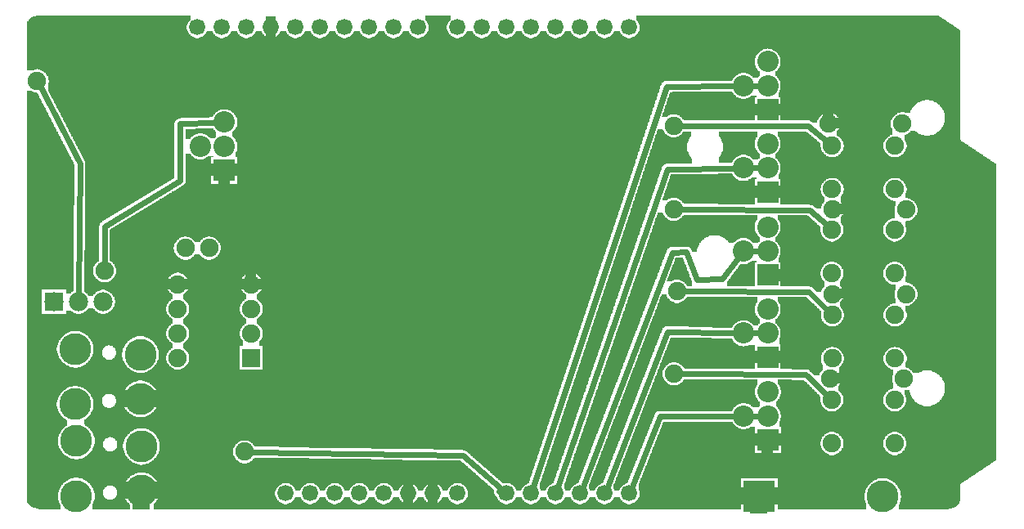
<source format=gbl>
G04 MADE WITH FRITZING*
G04 WWW.FRITZING.ORG*
G04 DOUBLE SIDED*
G04 HOLES PLATED*
G04 CONTOUR ON CENTER OF CONTOUR VECTOR*
%ASAXBY*%
%FSLAX23Y23*%
%MOIN*%
%OFA0B0*%
%SFA1.0B1.0*%
%ADD10C,0.075000*%
%ADD11C,0.066195*%
%ADD12C,0.066222*%
%ADD13C,0.129986*%
%ADD14C,0.087000*%
%ADD15C,0.078000*%
%ADD16C,0.075433*%
%ADD17R,0.130000X0.129986*%
%ADD18R,0.087000X0.087000*%
%ADD19R,0.078000X0.078000*%
%ADD20R,0.075000X0.075000*%
%ADD21C,0.024000*%
%ADD22R,0.001000X0.001000*%
%LNCOPPER0*%
G90*
G70*
G54D10*
X3180Y1890D03*
X3314Y1617D03*
X3614Y1617D03*
X3329Y1267D03*
X3629Y1267D03*
X3329Y922D03*
X3629Y922D03*
X3319Y578D03*
X3619Y578D03*
G54D11*
X2101Y110D03*
X2201Y110D03*
X2301Y110D03*
X2401Y110D03*
X2501Y110D03*
G54D12*
X1641Y2010D03*
X1541Y2010D03*
X1441Y2010D03*
X1341Y2010D03*
X1241Y2010D03*
X1141Y2010D03*
X1041Y2010D03*
X941Y2010D03*
X841Y2010D03*
X741Y2010D03*
X2501Y2010D03*
X2401Y2010D03*
X2301Y2010D03*
X2201Y2010D03*
X2101Y2010D03*
X2001Y2010D03*
X1901Y2010D03*
X1801Y2010D03*
G54D11*
X1201Y110D03*
X1101Y110D03*
X1301Y110D03*
X1401Y110D03*
X1501Y110D03*
X1601Y110D03*
X1701Y110D03*
X1801Y110D03*
X2001Y110D03*
G54D13*
X3030Y98D03*
X3534Y98D03*
G54D14*
X851Y1623D03*
X851Y1427D03*
X753Y1525D03*
X851Y1525D03*
G54D15*
X157Y891D03*
X257Y891D03*
X357Y891D03*
G54D14*
X3066Y524D03*
X3066Y327D03*
X2968Y425D03*
X3066Y425D03*
X3065Y861D03*
X3065Y664D03*
X2967Y763D03*
X3065Y763D03*
X3065Y1196D03*
X3065Y1000D03*
X2967Y1098D03*
X3065Y1098D03*
X3065Y1535D03*
X3065Y1339D03*
X2967Y1437D03*
X3065Y1437D03*
X3065Y1870D03*
X3065Y1673D03*
X2967Y1772D03*
X3065Y1772D03*
G54D10*
X3583Y314D03*
X3327Y314D03*
X3583Y491D03*
X3327Y491D03*
X3584Y660D03*
X3329Y660D03*
X3584Y837D03*
X3329Y837D03*
X3583Y1007D03*
X3327Y1007D03*
X3583Y1184D03*
X3327Y1184D03*
X3584Y1350D03*
X3328Y1350D03*
X3584Y1527D03*
X3328Y1527D03*
X961Y662D03*
X661Y662D03*
X961Y762D03*
X661Y762D03*
X961Y862D03*
X661Y862D03*
X961Y962D03*
X661Y962D03*
G54D13*
X243Y473D03*
X243Y698D03*
X509Y495D03*
X509Y676D03*
X248Y99D03*
X248Y324D03*
X513Y121D03*
X513Y302D03*
G54D16*
X88Y1792D03*
X789Y1110D03*
X692Y1110D03*
X363Y1017D03*
X934Y280D03*
X2682Y1609D03*
X2682Y1268D03*
X2696Y934D03*
X2684Y597D03*
G54D17*
X3030Y98D03*
G54D18*
X851Y1427D03*
G54D19*
X157Y891D03*
G54D18*
X3066Y327D03*
X3065Y664D03*
X3065Y1000D03*
X3065Y1339D03*
X3065Y1673D03*
G54D20*
X961Y662D03*
G54D21*
X3005Y425D02*
X3029Y425D01*
D02*
X2626Y425D02*
X2930Y425D01*
D02*
X2512Y138D02*
X2626Y425D01*
D02*
X3005Y763D02*
X3028Y763D01*
D02*
X2655Y769D02*
X2929Y763D01*
D02*
X2412Y138D02*
X2655Y769D01*
D02*
X3004Y1098D02*
X3027Y1098D01*
D02*
X2675Y1092D02*
X2733Y1095D01*
D02*
X2733Y1095D02*
X2778Y980D01*
D02*
X2778Y980D02*
X2881Y984D01*
D02*
X2881Y984D02*
X2944Y1068D01*
D02*
X2312Y138D02*
X2675Y1092D01*
D02*
X3005Y1437D02*
X3028Y1437D01*
D02*
X2655Y1432D02*
X2929Y1436D01*
D02*
X2211Y138D02*
X2655Y1432D01*
D02*
X3005Y1772D02*
X3028Y1772D01*
D02*
X2652Y1769D02*
X2929Y1771D01*
D02*
X2110Y138D02*
X2652Y1769D01*
D02*
X89Y1790D02*
X101Y1766D01*
D02*
X263Y1454D02*
X89Y1790D01*
D02*
X257Y921D02*
X263Y1454D01*
D02*
X851Y1623D02*
X844Y1615D01*
D02*
X363Y1199D02*
X363Y1046D01*
D02*
X670Y1384D02*
X363Y1199D01*
D02*
X670Y1617D02*
X670Y1384D01*
D02*
X814Y1622D02*
X670Y1617D01*
D02*
X2000Y110D02*
X1971Y117D01*
D02*
X1822Y265D02*
X2000Y110D01*
D02*
X963Y279D02*
X1822Y265D01*
D02*
X3237Y1265D02*
X2711Y1268D01*
D02*
X3306Y1204D02*
X3237Y1265D01*
D02*
X3233Y932D02*
X2725Y934D01*
D02*
X3308Y857D02*
X3233Y932D01*
D02*
X3229Y1608D02*
X2711Y1609D01*
D02*
X3306Y1545D02*
X3229Y1608D01*
D02*
X3220Y595D02*
X2713Y597D01*
D02*
X3307Y511D02*
X3220Y595D01*
G36*
X2678Y1748D02*
X2678Y1746D01*
X2668Y1746D01*
X2668Y1744D01*
X2666Y1744D01*
X2666Y1738D01*
X2664Y1738D01*
X2664Y1732D01*
X2662Y1732D01*
X2662Y1726D01*
X2660Y1726D01*
X2660Y1720D01*
X2658Y1720D01*
X2658Y1718D01*
X2956Y1718D01*
X2956Y1720D01*
X2950Y1720D01*
X2950Y1722D01*
X2946Y1722D01*
X2946Y1724D01*
X2942Y1724D01*
X2942Y1726D01*
X2938Y1726D01*
X2938Y1728D01*
X2936Y1728D01*
X2936Y1730D01*
X2934Y1730D01*
X2934Y1732D01*
X2932Y1732D01*
X2932Y1734D01*
X2930Y1734D01*
X2930Y1736D01*
X2928Y1736D01*
X2928Y1738D01*
X2926Y1738D01*
X2926Y1740D01*
X2924Y1740D01*
X2924Y1742D01*
X2922Y1742D01*
X2922Y1746D01*
X2920Y1746D01*
X2920Y1748D01*
X2678Y1748D01*
G37*
D02*
G36*
X3000Y1732D02*
X3000Y1730D01*
X2998Y1730D01*
X2998Y1728D01*
X2994Y1728D01*
X2994Y1726D01*
X2992Y1726D01*
X2992Y1724D01*
X2988Y1724D01*
X2988Y1722D01*
X2984Y1722D01*
X2984Y1720D01*
X2978Y1720D01*
X2978Y1718D01*
X3012Y1718D01*
X3012Y1726D01*
X3020Y1726D01*
X3020Y1732D01*
X3000Y1732D01*
G37*
D02*
G36*
X2658Y1718D02*
X2658Y1716D01*
X3012Y1716D01*
X3012Y1718D01*
X2658Y1718D01*
G37*
D02*
G36*
X2658Y1718D02*
X2658Y1716D01*
X3012Y1716D01*
X3012Y1718D01*
X2658Y1718D01*
G37*
D02*
G36*
X2658Y1716D02*
X2658Y1714D01*
X2656Y1714D01*
X2656Y1708D01*
X2654Y1708D01*
X2654Y1702D01*
X2652Y1702D01*
X2652Y1696D01*
X2650Y1696D01*
X2650Y1690D01*
X2648Y1690D01*
X2648Y1684D01*
X2646Y1684D01*
X2646Y1678D01*
X2644Y1678D01*
X2644Y1672D01*
X2642Y1672D01*
X2642Y1666D01*
X2640Y1666D01*
X2640Y1660D01*
X2638Y1660D01*
X2638Y1656D01*
X2692Y1656D01*
X2692Y1654D01*
X2698Y1654D01*
X2698Y1652D01*
X2702Y1652D01*
X2702Y1650D01*
X2706Y1650D01*
X2706Y1648D01*
X2708Y1648D01*
X2708Y1646D01*
X2710Y1646D01*
X2710Y1644D01*
X2714Y1644D01*
X2714Y1642D01*
X2716Y1642D01*
X2716Y1638D01*
X2718Y1638D01*
X2718Y1636D01*
X2720Y1636D01*
X2720Y1634D01*
X2722Y1634D01*
X2722Y1630D01*
X3012Y1630D01*
X3012Y1716D01*
X2658Y1716D01*
G37*
D02*
G36*
X2638Y1656D02*
X2638Y1654D01*
X2636Y1654D01*
X2636Y1648D01*
X2634Y1648D01*
X2634Y1644D01*
X2654Y1644D01*
X2654Y1646D01*
X2656Y1646D01*
X2656Y1648D01*
X2660Y1648D01*
X2660Y1650D01*
X2662Y1650D01*
X2662Y1652D01*
X2668Y1652D01*
X2668Y1654D01*
X2672Y1654D01*
X2672Y1656D01*
X2638Y1656D01*
G37*
D02*
G36*
X732Y1598D02*
X732Y1596D01*
X692Y1596D01*
X692Y1578D01*
X762Y1578D01*
X762Y1576D01*
X770Y1576D01*
X770Y1574D01*
X774Y1574D01*
X774Y1572D01*
X778Y1572D01*
X778Y1570D01*
X780Y1570D01*
X780Y1568D01*
X784Y1568D01*
X784Y1566D01*
X786Y1566D01*
X786Y1564D01*
X788Y1564D01*
X788Y1562D01*
X790Y1562D01*
X790Y1560D01*
X792Y1560D01*
X792Y1558D01*
X812Y1558D01*
X812Y1560D01*
X814Y1560D01*
X814Y1562D01*
X816Y1562D01*
X816Y1564D01*
X818Y1564D01*
X818Y1584D01*
X816Y1584D01*
X816Y1586D01*
X814Y1586D01*
X814Y1588D01*
X812Y1588D01*
X812Y1590D01*
X810Y1590D01*
X810Y1592D01*
X808Y1592D01*
X808Y1596D01*
X806Y1596D01*
X806Y1598D01*
X732Y1598D01*
G37*
D02*
G36*
X692Y1578D02*
X692Y1556D01*
X712Y1556D01*
X712Y1558D01*
X714Y1558D01*
X714Y1560D01*
X716Y1560D01*
X716Y1562D01*
X718Y1562D01*
X718Y1564D01*
X720Y1564D01*
X720Y1566D01*
X722Y1566D01*
X722Y1568D01*
X726Y1568D01*
X726Y1570D01*
X728Y1570D01*
X728Y1572D01*
X732Y1572D01*
X732Y1574D01*
X736Y1574D01*
X736Y1576D01*
X744Y1576D01*
X744Y1578D01*
X692Y1578D01*
G37*
D02*
G36*
X2618Y1596D02*
X2618Y1594D01*
X2616Y1594D01*
X2616Y1588D01*
X2614Y1588D01*
X2614Y1582D01*
X2612Y1582D01*
X2612Y1576D01*
X2610Y1576D01*
X2610Y1570D01*
X2608Y1570D01*
X2608Y1564D01*
X2606Y1564D01*
X2606Y1560D01*
X2680Y1560D01*
X2680Y1562D01*
X2670Y1562D01*
X2670Y1564D01*
X2666Y1564D01*
X2666Y1566D01*
X2662Y1566D01*
X2662Y1568D01*
X2658Y1568D01*
X2658Y1570D01*
X2656Y1570D01*
X2656Y1572D01*
X2652Y1572D01*
X2652Y1574D01*
X2650Y1574D01*
X2650Y1576D01*
X2648Y1576D01*
X2648Y1578D01*
X2646Y1578D01*
X2646Y1582D01*
X2644Y1582D01*
X2644Y1584D01*
X2642Y1584D01*
X2642Y1588D01*
X2640Y1588D01*
X2640Y1590D01*
X2638Y1590D01*
X2638Y1596D01*
X2618Y1596D01*
G37*
D02*
G36*
X2722Y1586D02*
X2722Y1584D01*
X2720Y1584D01*
X2720Y1580D01*
X2718Y1580D01*
X2718Y1578D01*
X2716Y1578D01*
X2716Y1576D01*
X2714Y1576D01*
X2714Y1574D01*
X2712Y1574D01*
X2712Y1572D01*
X2710Y1572D01*
X2710Y1570D01*
X2706Y1570D01*
X2706Y1568D01*
X2704Y1568D01*
X2704Y1566D01*
X2700Y1566D01*
X2700Y1564D01*
X2694Y1564D01*
X2694Y1562D01*
X2684Y1562D01*
X2684Y1560D01*
X2748Y1560D01*
X2748Y1562D01*
X2750Y1562D01*
X2750Y1564D01*
X2752Y1564D01*
X2752Y1566D01*
X2754Y1566D01*
X2754Y1586D01*
X2722Y1586D01*
G37*
D02*
G36*
X2606Y1560D02*
X2606Y1558D01*
X2748Y1558D01*
X2748Y1560D01*
X2606Y1560D01*
G37*
D02*
G36*
X2606Y1560D02*
X2606Y1558D01*
X2748Y1558D01*
X2748Y1560D01*
X2606Y1560D01*
G37*
D02*
G36*
X2604Y1558D02*
X2604Y1552D01*
X2602Y1552D01*
X2602Y1546D01*
X2600Y1546D01*
X2600Y1540D01*
X2598Y1540D01*
X2598Y1534D01*
X2596Y1534D01*
X2596Y1528D01*
X2594Y1528D01*
X2594Y1522D01*
X2592Y1522D01*
X2592Y1516D01*
X2590Y1516D01*
X2590Y1510D01*
X2588Y1510D01*
X2588Y1504D01*
X2586Y1504D01*
X2586Y1498D01*
X2584Y1498D01*
X2584Y1492D01*
X2582Y1492D01*
X2582Y1486D01*
X2580Y1486D01*
X2580Y1480D01*
X2578Y1480D01*
X2578Y1474D01*
X2576Y1474D01*
X2576Y1468D01*
X2574Y1468D01*
X2574Y1462D01*
X2572Y1462D01*
X2572Y1456D01*
X2570Y1456D01*
X2570Y1450D01*
X2568Y1450D01*
X2568Y1444D01*
X2566Y1444D01*
X2566Y1438D01*
X2564Y1438D01*
X2564Y1432D01*
X2562Y1432D01*
X2562Y1426D01*
X2560Y1426D01*
X2560Y1420D01*
X2558Y1420D01*
X2558Y1414D01*
X2556Y1414D01*
X2556Y1408D01*
X2554Y1408D01*
X2554Y1402D01*
X2552Y1402D01*
X2552Y1396D01*
X2550Y1396D01*
X2550Y1390D01*
X2548Y1390D01*
X2548Y1384D01*
X2546Y1384D01*
X2546Y1378D01*
X2544Y1378D01*
X2544Y1372D01*
X2542Y1372D01*
X2542Y1366D01*
X2540Y1366D01*
X2540Y1360D01*
X2538Y1360D01*
X2538Y1354D01*
X2536Y1354D01*
X2536Y1348D01*
X2534Y1348D01*
X2534Y1342D01*
X2532Y1342D01*
X2532Y1336D01*
X2530Y1336D01*
X2530Y1330D01*
X2528Y1330D01*
X2528Y1324D01*
X2526Y1324D01*
X2526Y1318D01*
X2524Y1318D01*
X2524Y1312D01*
X2522Y1312D01*
X2522Y1306D01*
X2520Y1306D01*
X2520Y1300D01*
X2518Y1300D01*
X2518Y1294D01*
X2516Y1294D01*
X2516Y1288D01*
X2514Y1288D01*
X2514Y1282D01*
X2512Y1282D01*
X2512Y1276D01*
X2510Y1276D01*
X2510Y1270D01*
X2508Y1270D01*
X2508Y1262D01*
X2506Y1262D01*
X2506Y1256D01*
X2504Y1256D01*
X2504Y1250D01*
X2502Y1250D01*
X2502Y1244D01*
X2500Y1244D01*
X2500Y1238D01*
X2498Y1238D01*
X2498Y1232D01*
X2496Y1232D01*
X2496Y1226D01*
X2494Y1226D01*
X2494Y1220D01*
X2492Y1220D01*
X2492Y1214D01*
X2490Y1214D01*
X2490Y1208D01*
X2488Y1208D01*
X2488Y1202D01*
X2486Y1202D01*
X2486Y1196D01*
X2484Y1196D01*
X2484Y1190D01*
X2482Y1190D01*
X2482Y1184D01*
X2480Y1184D01*
X2480Y1178D01*
X2478Y1178D01*
X2478Y1172D01*
X2476Y1172D01*
X2476Y1166D01*
X2474Y1166D01*
X2474Y1160D01*
X2472Y1160D01*
X2472Y1154D01*
X2470Y1154D01*
X2470Y1148D01*
X2468Y1148D01*
X2468Y1142D01*
X2466Y1142D01*
X2466Y1136D01*
X2464Y1136D01*
X2464Y1130D01*
X2462Y1130D01*
X2462Y1124D01*
X2460Y1124D01*
X2460Y1118D01*
X2458Y1118D01*
X2458Y1112D01*
X2456Y1112D01*
X2456Y1106D01*
X2454Y1106D01*
X2454Y1100D01*
X2452Y1100D01*
X2452Y1094D01*
X2450Y1094D01*
X2450Y1088D01*
X2448Y1088D01*
X2448Y1082D01*
X2446Y1082D01*
X2446Y1076D01*
X2444Y1076D01*
X2444Y1070D01*
X2442Y1070D01*
X2442Y1064D01*
X2440Y1064D01*
X2440Y1058D01*
X2438Y1058D01*
X2438Y1052D01*
X2436Y1052D01*
X2436Y1046D01*
X2434Y1046D01*
X2434Y1040D01*
X2432Y1040D01*
X2432Y1034D01*
X2430Y1034D01*
X2430Y1028D01*
X2428Y1028D01*
X2428Y1022D01*
X2426Y1022D01*
X2426Y1016D01*
X2424Y1016D01*
X2424Y1010D01*
X2422Y1010D01*
X2422Y1004D01*
X2420Y1004D01*
X2420Y998D01*
X2418Y998D01*
X2418Y992D01*
X2416Y992D01*
X2416Y986D01*
X2414Y986D01*
X2414Y980D01*
X2412Y980D01*
X2412Y974D01*
X2410Y974D01*
X2410Y968D01*
X2408Y968D01*
X2408Y962D01*
X2406Y962D01*
X2406Y956D01*
X2404Y956D01*
X2404Y950D01*
X2402Y950D01*
X2402Y944D01*
X2400Y944D01*
X2400Y938D01*
X2398Y938D01*
X2398Y932D01*
X2396Y932D01*
X2396Y926D01*
X2394Y926D01*
X2394Y920D01*
X2392Y920D01*
X2392Y914D01*
X2390Y914D01*
X2390Y908D01*
X2388Y908D01*
X2388Y902D01*
X2386Y902D01*
X2386Y896D01*
X2384Y896D01*
X2384Y890D01*
X2382Y890D01*
X2382Y884D01*
X2380Y884D01*
X2380Y878D01*
X2378Y878D01*
X2378Y872D01*
X2376Y872D01*
X2376Y866D01*
X2374Y866D01*
X2374Y860D01*
X2372Y860D01*
X2372Y854D01*
X2370Y854D01*
X2370Y848D01*
X2368Y848D01*
X2368Y842D01*
X2366Y842D01*
X2366Y836D01*
X2364Y836D01*
X2364Y830D01*
X2362Y830D01*
X2362Y824D01*
X2360Y824D01*
X2360Y818D01*
X2358Y818D01*
X2358Y812D01*
X2356Y812D01*
X2356Y806D01*
X2354Y806D01*
X2354Y800D01*
X2352Y800D01*
X2352Y794D01*
X2350Y794D01*
X2350Y788D01*
X2348Y788D01*
X2348Y782D01*
X2346Y782D01*
X2346Y776D01*
X2344Y776D01*
X2344Y770D01*
X2342Y770D01*
X2342Y764D01*
X2340Y764D01*
X2340Y756D01*
X2338Y756D01*
X2338Y750D01*
X2336Y750D01*
X2336Y744D01*
X2334Y744D01*
X2334Y738D01*
X2332Y738D01*
X2332Y732D01*
X2330Y732D01*
X2330Y726D01*
X2328Y726D01*
X2328Y720D01*
X2326Y720D01*
X2326Y714D01*
X2324Y714D01*
X2324Y708D01*
X2322Y708D01*
X2322Y702D01*
X2320Y702D01*
X2320Y696D01*
X2318Y696D01*
X2318Y690D01*
X2316Y690D01*
X2316Y684D01*
X2314Y684D01*
X2314Y678D01*
X2312Y678D01*
X2312Y672D01*
X2310Y672D01*
X2310Y666D01*
X2308Y666D01*
X2308Y660D01*
X2306Y660D01*
X2306Y654D01*
X2304Y654D01*
X2304Y648D01*
X2302Y648D01*
X2302Y642D01*
X2300Y642D01*
X2300Y636D01*
X2298Y636D01*
X2298Y630D01*
X2296Y630D01*
X2296Y624D01*
X2294Y624D01*
X2294Y618D01*
X2292Y618D01*
X2292Y612D01*
X2290Y612D01*
X2290Y606D01*
X2288Y606D01*
X2288Y600D01*
X2286Y600D01*
X2286Y594D01*
X2284Y594D01*
X2284Y588D01*
X2282Y588D01*
X2282Y582D01*
X2280Y582D01*
X2280Y576D01*
X2278Y576D01*
X2278Y570D01*
X2276Y570D01*
X2276Y564D01*
X2274Y564D01*
X2274Y558D01*
X2272Y558D01*
X2272Y552D01*
X2270Y552D01*
X2270Y546D01*
X2268Y546D01*
X2268Y540D01*
X2266Y540D01*
X2266Y534D01*
X2264Y534D01*
X2264Y528D01*
X2262Y528D01*
X2262Y522D01*
X2260Y522D01*
X2260Y516D01*
X2258Y516D01*
X2258Y510D01*
X2256Y510D01*
X2256Y504D01*
X2254Y504D01*
X2254Y498D01*
X2252Y498D01*
X2252Y492D01*
X2250Y492D01*
X2250Y486D01*
X2248Y486D01*
X2248Y480D01*
X2246Y480D01*
X2246Y474D01*
X2244Y474D01*
X2244Y468D01*
X2242Y468D01*
X2242Y462D01*
X2240Y462D01*
X2240Y456D01*
X2238Y456D01*
X2238Y450D01*
X2236Y450D01*
X2236Y444D01*
X2234Y444D01*
X2234Y438D01*
X2232Y438D01*
X2232Y432D01*
X2230Y432D01*
X2230Y426D01*
X2228Y426D01*
X2228Y420D01*
X2226Y420D01*
X2226Y414D01*
X2224Y414D01*
X2224Y408D01*
X2222Y408D01*
X2222Y402D01*
X2220Y402D01*
X2220Y396D01*
X2218Y396D01*
X2218Y390D01*
X2216Y390D01*
X2216Y384D01*
X2214Y384D01*
X2214Y378D01*
X2212Y378D01*
X2212Y372D01*
X2210Y372D01*
X2210Y366D01*
X2208Y366D01*
X2208Y360D01*
X2206Y360D01*
X2206Y354D01*
X2204Y354D01*
X2204Y348D01*
X2202Y348D01*
X2202Y342D01*
X2200Y342D01*
X2200Y336D01*
X2198Y336D01*
X2198Y330D01*
X2196Y330D01*
X2196Y324D01*
X2194Y324D01*
X2194Y318D01*
X2192Y318D01*
X2192Y312D01*
X2190Y312D01*
X2190Y306D01*
X2188Y306D01*
X2188Y300D01*
X2186Y300D01*
X2186Y294D01*
X2184Y294D01*
X2184Y288D01*
X2182Y288D01*
X2182Y282D01*
X2180Y282D01*
X2180Y276D01*
X2178Y276D01*
X2178Y270D01*
X2176Y270D01*
X2176Y264D01*
X2174Y264D01*
X2174Y256D01*
X2172Y256D01*
X2172Y250D01*
X2170Y250D01*
X2170Y244D01*
X2168Y244D01*
X2168Y238D01*
X2166Y238D01*
X2166Y232D01*
X2164Y232D01*
X2164Y226D01*
X2162Y226D01*
X2162Y220D01*
X2160Y220D01*
X2160Y214D01*
X2158Y214D01*
X2158Y208D01*
X2156Y208D01*
X2156Y202D01*
X2154Y202D01*
X2154Y196D01*
X2152Y196D01*
X2152Y190D01*
X2150Y190D01*
X2150Y184D01*
X2148Y184D01*
X2148Y178D01*
X2146Y178D01*
X2146Y172D01*
X2144Y172D01*
X2144Y166D01*
X2142Y166D01*
X2142Y160D01*
X2140Y160D01*
X2140Y154D01*
X2138Y154D01*
X2138Y128D01*
X2140Y128D01*
X2140Y122D01*
X2160Y122D01*
X2160Y124D01*
X2162Y124D01*
X2162Y128D01*
X2164Y128D01*
X2164Y132D01*
X2166Y132D01*
X2166Y134D01*
X2168Y134D01*
X2168Y136D01*
X2170Y136D01*
X2170Y138D01*
X2172Y138D01*
X2172Y140D01*
X2174Y140D01*
X2174Y142D01*
X2176Y142D01*
X2176Y144D01*
X2178Y144D01*
X2178Y146D01*
X2182Y146D01*
X2182Y148D01*
X2186Y148D01*
X2186Y150D01*
X2192Y150D01*
X2192Y154D01*
X2194Y154D01*
X2194Y160D01*
X2196Y160D01*
X2196Y166D01*
X2198Y166D01*
X2198Y172D01*
X2200Y172D01*
X2200Y178D01*
X2202Y178D01*
X2202Y184D01*
X2204Y184D01*
X2204Y190D01*
X2206Y190D01*
X2206Y196D01*
X2208Y196D01*
X2208Y200D01*
X2210Y200D01*
X2210Y206D01*
X2212Y206D01*
X2212Y212D01*
X2214Y212D01*
X2214Y218D01*
X2216Y218D01*
X2216Y224D01*
X2218Y224D01*
X2218Y230D01*
X2220Y230D01*
X2220Y236D01*
X2222Y236D01*
X2222Y242D01*
X2224Y242D01*
X2224Y248D01*
X2226Y248D01*
X2226Y254D01*
X2228Y254D01*
X2228Y260D01*
X2230Y260D01*
X2230Y264D01*
X2232Y264D01*
X2232Y270D01*
X2234Y270D01*
X2234Y276D01*
X2236Y276D01*
X2236Y282D01*
X2238Y282D01*
X2238Y288D01*
X2240Y288D01*
X2240Y294D01*
X2242Y294D01*
X2242Y300D01*
X2244Y300D01*
X2244Y306D01*
X2246Y306D01*
X2246Y312D01*
X2248Y312D01*
X2248Y318D01*
X2250Y318D01*
X2250Y324D01*
X2252Y324D01*
X2252Y328D01*
X2254Y328D01*
X2254Y334D01*
X2256Y334D01*
X2256Y340D01*
X2258Y340D01*
X2258Y346D01*
X2260Y346D01*
X2260Y352D01*
X2262Y352D01*
X2262Y358D01*
X2264Y358D01*
X2264Y364D01*
X2266Y364D01*
X2266Y370D01*
X2268Y370D01*
X2268Y376D01*
X2270Y376D01*
X2270Y382D01*
X2272Y382D01*
X2272Y388D01*
X2274Y388D01*
X2274Y392D01*
X2276Y392D01*
X2276Y398D01*
X2278Y398D01*
X2278Y404D01*
X2280Y404D01*
X2280Y410D01*
X2282Y410D01*
X2282Y416D01*
X2284Y416D01*
X2284Y422D01*
X2286Y422D01*
X2286Y428D01*
X2288Y428D01*
X2288Y434D01*
X2290Y434D01*
X2290Y440D01*
X2292Y440D01*
X2292Y446D01*
X2294Y446D01*
X2294Y452D01*
X2296Y452D01*
X2296Y456D01*
X2298Y456D01*
X2298Y462D01*
X2300Y462D01*
X2300Y468D01*
X2302Y468D01*
X2302Y474D01*
X2304Y474D01*
X2304Y480D01*
X2306Y480D01*
X2306Y486D01*
X2308Y486D01*
X2308Y492D01*
X2310Y492D01*
X2310Y498D01*
X2312Y498D01*
X2312Y504D01*
X2314Y504D01*
X2314Y510D01*
X2316Y510D01*
X2316Y516D01*
X2318Y516D01*
X2318Y520D01*
X2320Y520D01*
X2320Y526D01*
X2322Y526D01*
X2322Y532D01*
X2324Y532D01*
X2324Y538D01*
X2326Y538D01*
X2326Y544D01*
X2328Y544D01*
X2328Y550D01*
X2330Y550D01*
X2330Y556D01*
X2332Y556D01*
X2332Y562D01*
X2334Y562D01*
X2334Y568D01*
X2336Y568D01*
X2336Y574D01*
X2338Y574D01*
X2338Y580D01*
X2340Y580D01*
X2340Y584D01*
X2342Y584D01*
X2342Y590D01*
X2344Y590D01*
X2344Y596D01*
X2346Y596D01*
X2346Y602D01*
X2348Y602D01*
X2348Y608D01*
X2350Y608D01*
X2350Y614D01*
X2352Y614D01*
X2352Y620D01*
X2354Y620D01*
X2354Y626D01*
X2356Y626D01*
X2356Y632D01*
X2358Y632D01*
X2358Y638D01*
X2360Y638D01*
X2360Y644D01*
X2362Y644D01*
X2362Y648D01*
X2364Y648D01*
X2364Y654D01*
X2366Y654D01*
X2366Y660D01*
X2368Y660D01*
X2368Y666D01*
X2370Y666D01*
X2370Y672D01*
X2372Y672D01*
X2372Y678D01*
X2374Y678D01*
X2374Y684D01*
X2376Y684D01*
X2376Y690D01*
X2378Y690D01*
X2378Y696D01*
X2380Y696D01*
X2380Y702D01*
X2382Y702D01*
X2382Y708D01*
X2384Y708D01*
X2384Y712D01*
X2386Y712D01*
X2386Y718D01*
X2388Y718D01*
X2388Y724D01*
X2390Y724D01*
X2390Y730D01*
X2392Y730D01*
X2392Y736D01*
X2394Y736D01*
X2394Y742D01*
X2396Y742D01*
X2396Y748D01*
X2398Y748D01*
X2398Y754D01*
X2400Y754D01*
X2400Y760D01*
X2402Y760D01*
X2402Y766D01*
X2404Y766D01*
X2404Y772D01*
X2406Y772D01*
X2406Y776D01*
X2408Y776D01*
X2408Y782D01*
X2410Y782D01*
X2410Y788D01*
X2412Y788D01*
X2412Y794D01*
X2414Y794D01*
X2414Y800D01*
X2416Y800D01*
X2416Y806D01*
X2418Y806D01*
X2418Y812D01*
X2420Y812D01*
X2420Y818D01*
X2422Y818D01*
X2422Y824D01*
X2424Y824D01*
X2424Y830D01*
X2426Y830D01*
X2426Y836D01*
X2428Y836D01*
X2428Y840D01*
X2430Y840D01*
X2430Y846D01*
X2432Y846D01*
X2432Y852D01*
X2434Y852D01*
X2434Y858D01*
X2436Y858D01*
X2436Y864D01*
X2438Y864D01*
X2438Y870D01*
X2440Y870D01*
X2440Y876D01*
X2442Y876D01*
X2442Y882D01*
X2444Y882D01*
X2444Y888D01*
X2446Y888D01*
X2446Y894D01*
X2448Y894D01*
X2448Y900D01*
X2450Y900D01*
X2450Y904D01*
X2452Y904D01*
X2452Y910D01*
X2454Y910D01*
X2454Y916D01*
X2456Y916D01*
X2456Y922D01*
X2458Y922D01*
X2458Y928D01*
X2460Y928D01*
X2460Y934D01*
X2462Y934D01*
X2462Y940D01*
X2464Y940D01*
X2464Y946D01*
X2466Y946D01*
X2466Y952D01*
X2468Y952D01*
X2468Y958D01*
X2470Y958D01*
X2470Y962D01*
X2472Y962D01*
X2472Y968D01*
X2474Y968D01*
X2474Y974D01*
X2476Y974D01*
X2476Y980D01*
X2478Y980D01*
X2478Y986D01*
X2480Y986D01*
X2480Y992D01*
X2482Y992D01*
X2482Y998D01*
X2484Y998D01*
X2484Y1004D01*
X2486Y1004D01*
X2486Y1010D01*
X2488Y1010D01*
X2488Y1016D01*
X2490Y1016D01*
X2490Y1022D01*
X2492Y1022D01*
X2492Y1026D01*
X2494Y1026D01*
X2494Y1032D01*
X2496Y1032D01*
X2496Y1038D01*
X2498Y1038D01*
X2498Y1044D01*
X2500Y1044D01*
X2500Y1050D01*
X2502Y1050D01*
X2502Y1056D01*
X2504Y1056D01*
X2504Y1062D01*
X2506Y1062D01*
X2506Y1068D01*
X2508Y1068D01*
X2508Y1074D01*
X2510Y1074D01*
X2510Y1080D01*
X2512Y1080D01*
X2512Y1086D01*
X2514Y1086D01*
X2514Y1090D01*
X2516Y1090D01*
X2516Y1096D01*
X2518Y1096D01*
X2518Y1102D01*
X2520Y1102D01*
X2520Y1108D01*
X2522Y1108D01*
X2522Y1114D01*
X2524Y1114D01*
X2524Y1120D01*
X2526Y1120D01*
X2526Y1126D01*
X2528Y1126D01*
X2528Y1132D01*
X2530Y1132D01*
X2530Y1138D01*
X2532Y1138D01*
X2532Y1144D01*
X2534Y1144D01*
X2534Y1150D01*
X2536Y1150D01*
X2536Y1154D01*
X2538Y1154D01*
X2538Y1160D01*
X2540Y1160D01*
X2540Y1166D01*
X2542Y1166D01*
X2542Y1172D01*
X2544Y1172D01*
X2544Y1178D01*
X2546Y1178D01*
X2546Y1184D01*
X2548Y1184D01*
X2548Y1190D01*
X2550Y1190D01*
X2550Y1196D01*
X2552Y1196D01*
X2552Y1202D01*
X2554Y1202D01*
X2554Y1208D01*
X2556Y1208D01*
X2556Y1214D01*
X2558Y1214D01*
X2558Y1218D01*
X2560Y1218D01*
X2560Y1224D01*
X2562Y1224D01*
X2562Y1230D01*
X2564Y1230D01*
X2564Y1236D01*
X2566Y1236D01*
X2566Y1242D01*
X2568Y1242D01*
X2568Y1248D01*
X2570Y1248D01*
X2570Y1254D01*
X2572Y1254D01*
X2572Y1260D01*
X2574Y1260D01*
X2574Y1266D01*
X2576Y1266D01*
X2576Y1272D01*
X2578Y1272D01*
X2578Y1278D01*
X2580Y1278D01*
X2580Y1282D01*
X2582Y1282D01*
X2582Y1288D01*
X2584Y1288D01*
X2584Y1294D01*
X2586Y1294D01*
X2586Y1300D01*
X2588Y1300D01*
X2588Y1306D01*
X2590Y1306D01*
X2590Y1312D01*
X2592Y1312D01*
X2592Y1318D01*
X2594Y1318D01*
X2594Y1324D01*
X2596Y1324D01*
X2596Y1330D01*
X2598Y1330D01*
X2598Y1336D01*
X2600Y1336D01*
X2600Y1342D01*
X2602Y1342D01*
X2602Y1346D01*
X2604Y1346D01*
X2604Y1352D01*
X2606Y1352D01*
X2606Y1358D01*
X2608Y1358D01*
X2608Y1364D01*
X2610Y1364D01*
X2610Y1370D01*
X2612Y1370D01*
X2612Y1376D01*
X2614Y1376D01*
X2614Y1382D01*
X2616Y1382D01*
X2616Y1388D01*
X2618Y1388D01*
X2618Y1394D01*
X2620Y1394D01*
X2620Y1400D01*
X2622Y1400D01*
X2622Y1406D01*
X2624Y1406D01*
X2624Y1410D01*
X2626Y1410D01*
X2626Y1416D01*
X2628Y1416D01*
X2628Y1422D01*
X2630Y1422D01*
X2630Y1428D01*
X2632Y1428D01*
X2632Y1434D01*
X2634Y1434D01*
X2634Y1440D01*
X2636Y1440D01*
X2636Y1444D01*
X2638Y1444D01*
X2638Y1446D01*
X2640Y1446D01*
X2640Y1448D01*
X2642Y1448D01*
X2642Y1450D01*
X2644Y1450D01*
X2644Y1452D01*
X2650Y1452D01*
X2650Y1454D01*
X2734Y1454D01*
X2734Y1456D01*
X2756Y1456D01*
X2756Y1476D01*
X2754Y1476D01*
X2754Y1478D01*
X2752Y1478D01*
X2752Y1480D01*
X2750Y1480D01*
X2750Y1484D01*
X2748Y1484D01*
X2748Y1486D01*
X2746Y1486D01*
X2746Y1490D01*
X2744Y1490D01*
X2744Y1494D01*
X2742Y1494D01*
X2742Y1500D01*
X2740Y1500D01*
X2740Y1506D01*
X2738Y1506D01*
X2738Y1520D01*
X2736Y1520D01*
X2736Y1524D01*
X2738Y1524D01*
X2738Y1538D01*
X2740Y1538D01*
X2740Y1546D01*
X2742Y1546D01*
X2742Y1550D01*
X2744Y1550D01*
X2744Y1554D01*
X2746Y1554D01*
X2746Y1558D01*
X2604Y1558D01*
G37*
D02*
G36*
X2866Y1586D02*
X2866Y1566D01*
X2868Y1566D01*
X2868Y1564D01*
X2870Y1564D01*
X2870Y1562D01*
X2872Y1562D01*
X2872Y1558D01*
X2874Y1558D01*
X2874Y1554D01*
X2876Y1554D01*
X2876Y1550D01*
X2878Y1550D01*
X2878Y1544D01*
X2880Y1544D01*
X2880Y1538D01*
X2882Y1538D01*
X2882Y1506D01*
X2880Y1506D01*
X2880Y1500D01*
X2878Y1500D01*
X2878Y1494D01*
X2876Y1494D01*
X2876Y1490D01*
X2976Y1490D01*
X2976Y1488D01*
X2984Y1488D01*
X2984Y1486D01*
X2988Y1486D01*
X2988Y1484D01*
X2992Y1484D01*
X2992Y1482D01*
X2994Y1482D01*
X2994Y1480D01*
X2998Y1480D01*
X2998Y1478D01*
X3000Y1478D01*
X3000Y1476D01*
X3002Y1476D01*
X3002Y1474D01*
X3004Y1474D01*
X3004Y1472D01*
X3006Y1472D01*
X3006Y1470D01*
X3026Y1470D01*
X3026Y1472D01*
X3028Y1472D01*
X3028Y1474D01*
X3030Y1474D01*
X3030Y1476D01*
X3032Y1476D01*
X3032Y1496D01*
X3030Y1496D01*
X3030Y1498D01*
X3028Y1498D01*
X3028Y1500D01*
X3026Y1500D01*
X3026Y1502D01*
X3024Y1502D01*
X3024Y1504D01*
X3022Y1504D01*
X3022Y1508D01*
X3020Y1508D01*
X3020Y1510D01*
X3018Y1510D01*
X3018Y1514D01*
X3016Y1514D01*
X3016Y1518D01*
X3014Y1518D01*
X3014Y1526D01*
X3012Y1526D01*
X3012Y1544D01*
X3014Y1544D01*
X3014Y1552D01*
X3016Y1552D01*
X3016Y1556D01*
X3018Y1556D01*
X3018Y1560D01*
X3020Y1560D01*
X3020Y1562D01*
X3022Y1562D01*
X3022Y1566D01*
X3024Y1566D01*
X3024Y1586D01*
X2866Y1586D01*
G37*
D02*
G36*
X2874Y1490D02*
X2874Y1488D01*
X2872Y1488D01*
X2872Y1484D01*
X2870Y1484D01*
X2870Y1480D01*
X2868Y1480D01*
X2868Y1478D01*
X2866Y1478D01*
X2866Y1458D01*
X2920Y1458D01*
X2920Y1462D01*
X2922Y1462D01*
X2922Y1464D01*
X2924Y1464D01*
X2924Y1468D01*
X2926Y1468D01*
X2926Y1470D01*
X2928Y1470D01*
X2928Y1472D01*
X2930Y1472D01*
X2930Y1474D01*
X2932Y1474D01*
X2932Y1476D01*
X2934Y1476D01*
X2934Y1478D01*
X2936Y1478D01*
X2936Y1480D01*
X2940Y1480D01*
X2940Y1482D01*
X2942Y1482D01*
X2942Y1484D01*
X2946Y1484D01*
X2946Y1486D01*
X2950Y1486D01*
X2950Y1488D01*
X2958Y1488D01*
X2958Y1490D01*
X2874Y1490D01*
G37*
D02*
G36*
X2864Y1414D02*
X2864Y1412D01*
X2734Y1412D01*
X2734Y1410D01*
X2670Y1410D01*
X2670Y1404D01*
X2668Y1404D01*
X2668Y1398D01*
X2666Y1398D01*
X2666Y1392D01*
X2664Y1392D01*
X2664Y1386D01*
X2662Y1386D01*
X2662Y1384D01*
X2954Y1384D01*
X2954Y1386D01*
X2948Y1386D01*
X2948Y1388D01*
X2944Y1388D01*
X2944Y1390D01*
X2942Y1390D01*
X2942Y1392D01*
X2938Y1392D01*
X2938Y1394D01*
X2936Y1394D01*
X2936Y1396D01*
X2934Y1396D01*
X2934Y1398D01*
X2930Y1398D01*
X2930Y1400D01*
X2928Y1400D01*
X2928Y1404D01*
X2926Y1404D01*
X2926Y1406D01*
X2924Y1406D01*
X2924Y1408D01*
X2922Y1408D01*
X2922Y1412D01*
X2920Y1412D01*
X2920Y1414D01*
X2864Y1414D01*
G37*
D02*
G36*
X3000Y1398D02*
X3000Y1396D01*
X2998Y1396D01*
X2998Y1394D01*
X2996Y1394D01*
X2996Y1392D01*
X2992Y1392D01*
X2992Y1390D01*
X2988Y1390D01*
X2988Y1388D01*
X2986Y1388D01*
X2986Y1386D01*
X2980Y1386D01*
X2980Y1384D01*
X3012Y1384D01*
X3012Y1392D01*
X3020Y1392D01*
X3020Y1398D01*
X3000Y1398D01*
G37*
D02*
G36*
X2662Y1384D02*
X2662Y1382D01*
X3012Y1382D01*
X3012Y1384D01*
X2662Y1384D01*
G37*
D02*
G36*
X2662Y1384D02*
X2662Y1382D01*
X3012Y1382D01*
X3012Y1384D01*
X2662Y1384D01*
G37*
D02*
G36*
X2662Y1382D02*
X2662Y1380D01*
X2660Y1380D01*
X2660Y1374D01*
X2658Y1374D01*
X2658Y1368D01*
X2656Y1368D01*
X2656Y1362D01*
X2654Y1362D01*
X2654Y1358D01*
X2652Y1358D01*
X2652Y1352D01*
X2650Y1352D01*
X2650Y1346D01*
X2648Y1346D01*
X2648Y1340D01*
X2646Y1340D01*
X2646Y1334D01*
X2644Y1334D01*
X2644Y1328D01*
X2642Y1328D01*
X2642Y1322D01*
X2640Y1322D01*
X2640Y1316D01*
X2688Y1316D01*
X2688Y1314D01*
X2696Y1314D01*
X2696Y1312D01*
X2700Y1312D01*
X2700Y1310D01*
X2704Y1310D01*
X2704Y1308D01*
X2708Y1308D01*
X2708Y1306D01*
X2710Y1306D01*
X2710Y1304D01*
X2712Y1304D01*
X2712Y1302D01*
X2714Y1302D01*
X2714Y1300D01*
X2716Y1300D01*
X2716Y1298D01*
X2718Y1298D01*
X2718Y1296D01*
X2720Y1296D01*
X2720Y1294D01*
X2722Y1294D01*
X2722Y1290D01*
X2862Y1290D01*
X2862Y1288D01*
X3012Y1288D01*
X3012Y1382D01*
X2662Y1382D01*
G37*
D02*
G36*
X2638Y1316D02*
X2638Y1310D01*
X2636Y1310D01*
X2636Y1306D01*
X2658Y1306D01*
X2658Y1308D01*
X2660Y1308D01*
X2660Y1310D01*
X2664Y1310D01*
X2664Y1312D01*
X2670Y1312D01*
X2670Y1314D01*
X2676Y1314D01*
X2676Y1316D01*
X2638Y1316D01*
G37*
D02*
G36*
X2618Y1256D02*
X2618Y1252D01*
X2616Y1252D01*
X2616Y1246D01*
X2614Y1246D01*
X2614Y1240D01*
X2612Y1240D01*
X2612Y1234D01*
X2610Y1234D01*
X2610Y1230D01*
X2608Y1230D01*
X2608Y1224D01*
X2606Y1224D01*
X2606Y1220D01*
X2674Y1220D01*
X2674Y1222D01*
X2668Y1222D01*
X2668Y1224D01*
X2664Y1224D01*
X2664Y1226D01*
X2660Y1226D01*
X2660Y1228D01*
X2656Y1228D01*
X2656Y1230D01*
X2654Y1230D01*
X2654Y1232D01*
X2652Y1232D01*
X2652Y1234D01*
X2650Y1234D01*
X2650Y1236D01*
X2648Y1236D01*
X2648Y1238D01*
X2646Y1238D01*
X2646Y1240D01*
X2644Y1240D01*
X2644Y1244D01*
X2642Y1244D01*
X2642Y1246D01*
X2640Y1246D01*
X2640Y1250D01*
X2638Y1250D01*
X2638Y1256D01*
X2618Y1256D01*
G37*
D02*
G36*
X2722Y1246D02*
X2722Y1242D01*
X2720Y1242D01*
X2720Y1240D01*
X2718Y1240D01*
X2718Y1238D01*
X2716Y1238D01*
X2716Y1236D01*
X2714Y1236D01*
X2714Y1234D01*
X2712Y1234D01*
X2712Y1232D01*
X2710Y1232D01*
X2710Y1230D01*
X2708Y1230D01*
X2708Y1228D01*
X2704Y1228D01*
X2704Y1226D01*
X2700Y1226D01*
X2700Y1224D01*
X2696Y1224D01*
X2696Y1222D01*
X2690Y1222D01*
X2690Y1220D01*
X3020Y1220D01*
X3020Y1224D01*
X3022Y1224D01*
X3022Y1244D01*
X2858Y1244D01*
X2858Y1246D01*
X2722Y1246D01*
G37*
D02*
G36*
X2606Y1220D02*
X2606Y1218D01*
X3018Y1218D01*
X3018Y1220D01*
X2606Y1220D01*
G37*
D02*
G36*
X2606Y1220D02*
X2606Y1218D01*
X3018Y1218D01*
X3018Y1220D01*
X2606Y1220D01*
G37*
D02*
G36*
X2604Y1218D02*
X2604Y1212D01*
X2602Y1212D01*
X2602Y1206D01*
X2600Y1206D01*
X2600Y1200D01*
X2598Y1200D01*
X2598Y1194D01*
X2596Y1194D01*
X2596Y1188D01*
X2594Y1188D01*
X2594Y1182D01*
X2592Y1182D01*
X2592Y1176D01*
X2590Y1176D01*
X2590Y1170D01*
X2588Y1170D01*
X2588Y1166D01*
X2586Y1166D01*
X2586Y1162D01*
X2862Y1162D01*
X2862Y1160D01*
X2870Y1160D01*
X2870Y1158D01*
X2876Y1158D01*
X2876Y1156D01*
X2880Y1156D01*
X2880Y1154D01*
X2884Y1154D01*
X2884Y1152D01*
X2968Y1152D01*
X2968Y1150D01*
X2980Y1150D01*
X2980Y1148D01*
X2986Y1148D01*
X2986Y1146D01*
X2988Y1146D01*
X2988Y1144D01*
X2992Y1144D01*
X2992Y1142D01*
X2996Y1142D01*
X2996Y1140D01*
X2998Y1140D01*
X2998Y1138D01*
X3000Y1138D01*
X3000Y1136D01*
X3002Y1136D01*
X3002Y1134D01*
X3004Y1134D01*
X3004Y1132D01*
X3006Y1132D01*
X3006Y1130D01*
X3026Y1130D01*
X3026Y1134D01*
X3028Y1134D01*
X3028Y1136D01*
X3032Y1136D01*
X3032Y1156D01*
X3030Y1156D01*
X3030Y1158D01*
X3028Y1158D01*
X3028Y1160D01*
X3026Y1160D01*
X3026Y1162D01*
X3024Y1162D01*
X3024Y1166D01*
X3022Y1166D01*
X3022Y1168D01*
X3020Y1168D01*
X3020Y1172D01*
X3018Y1172D01*
X3018Y1174D01*
X3016Y1174D01*
X3016Y1178D01*
X3014Y1178D01*
X3014Y1184D01*
X3012Y1184D01*
X3012Y1208D01*
X3014Y1208D01*
X3014Y1214D01*
X3016Y1214D01*
X3016Y1218D01*
X2604Y1218D01*
G37*
D02*
G36*
X2586Y1162D02*
X2586Y1160D01*
X2584Y1160D01*
X2584Y1154D01*
X2582Y1154D01*
X2582Y1148D01*
X2580Y1148D01*
X2580Y1142D01*
X2578Y1142D01*
X2578Y1136D01*
X2576Y1136D01*
X2576Y1130D01*
X2574Y1130D01*
X2574Y1124D01*
X2572Y1124D01*
X2572Y1118D01*
X2570Y1118D01*
X2570Y1116D01*
X2742Y1116D01*
X2742Y1114D01*
X2746Y1114D01*
X2746Y1112D01*
X2748Y1112D01*
X2748Y1110D01*
X2750Y1110D01*
X2750Y1108D01*
X2752Y1108D01*
X2752Y1104D01*
X2754Y1104D01*
X2754Y1100D01*
X2756Y1100D01*
X2756Y1094D01*
X2776Y1094D01*
X2776Y1098D01*
X2778Y1098D01*
X2778Y1108D01*
X2780Y1108D01*
X2780Y1114D01*
X2782Y1114D01*
X2782Y1118D01*
X2784Y1118D01*
X2784Y1122D01*
X2786Y1122D01*
X2786Y1126D01*
X2788Y1126D01*
X2788Y1130D01*
X2790Y1130D01*
X2790Y1132D01*
X2792Y1132D01*
X2792Y1134D01*
X2794Y1134D01*
X2794Y1138D01*
X2796Y1138D01*
X2796Y1140D01*
X2798Y1140D01*
X2798Y1142D01*
X2800Y1142D01*
X2800Y1144D01*
X2804Y1144D01*
X2804Y1146D01*
X2806Y1146D01*
X2806Y1148D01*
X2808Y1148D01*
X2808Y1150D01*
X2812Y1150D01*
X2812Y1152D01*
X2814Y1152D01*
X2814Y1154D01*
X2818Y1154D01*
X2818Y1156D01*
X2822Y1156D01*
X2822Y1158D01*
X2828Y1158D01*
X2828Y1160D01*
X2836Y1160D01*
X2836Y1162D01*
X2586Y1162D01*
G37*
D02*
G36*
X2888Y1152D02*
X2888Y1150D01*
X2890Y1150D01*
X2890Y1148D01*
X2892Y1148D01*
X2892Y1146D01*
X2896Y1146D01*
X2896Y1144D01*
X2898Y1144D01*
X2898Y1142D01*
X2900Y1142D01*
X2900Y1140D01*
X2902Y1140D01*
X2902Y1138D01*
X2904Y1138D01*
X2904Y1136D01*
X2906Y1136D01*
X2906Y1132D01*
X2928Y1132D01*
X2928Y1134D01*
X2930Y1134D01*
X2930Y1136D01*
X2932Y1136D01*
X2932Y1138D01*
X2936Y1138D01*
X2936Y1140D01*
X2938Y1140D01*
X2938Y1142D01*
X2940Y1142D01*
X2940Y1144D01*
X2944Y1144D01*
X2944Y1146D01*
X2948Y1146D01*
X2948Y1148D01*
X2954Y1148D01*
X2954Y1150D01*
X2964Y1150D01*
X2964Y1152D01*
X2888Y1152D01*
G37*
D02*
G36*
X2570Y1116D02*
X2570Y1112D01*
X2568Y1112D01*
X2568Y1106D01*
X2566Y1106D01*
X2566Y1102D01*
X2564Y1102D01*
X2564Y1096D01*
X2562Y1096D01*
X2562Y1090D01*
X2560Y1090D01*
X2560Y1084D01*
X2558Y1084D01*
X2558Y1078D01*
X2556Y1078D01*
X2556Y1072D01*
X2554Y1072D01*
X2554Y1066D01*
X2552Y1066D01*
X2552Y1060D01*
X2550Y1060D01*
X2550Y1054D01*
X2548Y1054D01*
X2548Y1048D01*
X2546Y1048D01*
X2546Y1042D01*
X2544Y1042D01*
X2544Y1038D01*
X2542Y1038D01*
X2542Y1032D01*
X2540Y1032D01*
X2540Y1026D01*
X2538Y1026D01*
X2538Y1020D01*
X2536Y1020D01*
X2536Y1014D01*
X2534Y1014D01*
X2534Y1008D01*
X2532Y1008D01*
X2532Y1002D01*
X2530Y1002D01*
X2530Y996D01*
X2528Y996D01*
X2528Y990D01*
X2526Y990D01*
X2526Y984D01*
X2524Y984D01*
X2524Y978D01*
X2522Y978D01*
X2522Y974D01*
X2520Y974D01*
X2520Y968D01*
X2518Y968D01*
X2518Y962D01*
X2516Y962D01*
X2516Y956D01*
X2514Y956D01*
X2514Y950D01*
X2512Y950D01*
X2512Y944D01*
X2510Y944D01*
X2510Y938D01*
X2508Y938D01*
X2508Y932D01*
X2506Y932D01*
X2506Y926D01*
X2504Y926D01*
X2504Y920D01*
X2502Y920D01*
X2502Y914D01*
X2500Y914D01*
X2500Y910D01*
X2498Y910D01*
X2498Y904D01*
X2496Y904D01*
X2496Y898D01*
X2494Y898D01*
X2494Y892D01*
X2492Y892D01*
X2492Y886D01*
X2490Y886D01*
X2490Y880D01*
X2488Y880D01*
X2488Y874D01*
X2486Y874D01*
X2486Y868D01*
X2484Y868D01*
X2484Y862D01*
X2482Y862D01*
X2482Y856D01*
X2480Y856D01*
X2480Y850D01*
X2478Y850D01*
X2478Y846D01*
X2476Y846D01*
X2476Y840D01*
X2474Y840D01*
X2474Y834D01*
X2472Y834D01*
X2472Y828D01*
X2470Y828D01*
X2470Y822D01*
X2468Y822D01*
X2468Y816D01*
X2466Y816D01*
X2466Y810D01*
X2464Y810D01*
X2464Y804D01*
X2462Y804D01*
X2462Y798D01*
X2460Y798D01*
X2460Y792D01*
X2458Y792D01*
X2458Y786D01*
X2456Y786D01*
X2456Y782D01*
X2454Y782D01*
X2454Y776D01*
X2452Y776D01*
X2452Y770D01*
X2450Y770D01*
X2450Y764D01*
X2448Y764D01*
X2448Y758D01*
X2446Y758D01*
X2446Y752D01*
X2444Y752D01*
X2444Y746D01*
X2442Y746D01*
X2442Y740D01*
X2440Y740D01*
X2440Y734D01*
X2438Y734D01*
X2438Y728D01*
X2436Y728D01*
X2436Y722D01*
X2434Y722D01*
X2434Y718D01*
X2432Y718D01*
X2432Y712D01*
X2430Y712D01*
X2430Y706D01*
X2428Y706D01*
X2428Y700D01*
X2426Y700D01*
X2426Y694D01*
X2424Y694D01*
X2424Y688D01*
X2422Y688D01*
X2422Y682D01*
X2420Y682D01*
X2420Y676D01*
X2418Y676D01*
X2418Y670D01*
X2416Y670D01*
X2416Y664D01*
X2414Y664D01*
X2414Y658D01*
X2412Y658D01*
X2412Y654D01*
X2410Y654D01*
X2410Y648D01*
X2408Y648D01*
X2408Y642D01*
X2406Y642D01*
X2406Y636D01*
X2404Y636D01*
X2404Y630D01*
X2402Y630D01*
X2402Y624D01*
X2400Y624D01*
X2400Y618D01*
X2398Y618D01*
X2398Y612D01*
X2396Y612D01*
X2396Y606D01*
X2394Y606D01*
X2394Y600D01*
X2392Y600D01*
X2392Y594D01*
X2390Y594D01*
X2390Y590D01*
X2388Y590D01*
X2388Y584D01*
X2386Y584D01*
X2386Y578D01*
X2384Y578D01*
X2384Y572D01*
X2382Y572D01*
X2382Y566D01*
X2380Y566D01*
X2380Y560D01*
X2378Y560D01*
X2378Y554D01*
X2376Y554D01*
X2376Y548D01*
X2374Y548D01*
X2374Y542D01*
X2372Y542D01*
X2372Y536D01*
X2370Y536D01*
X2370Y530D01*
X2368Y530D01*
X2368Y526D01*
X2366Y526D01*
X2366Y520D01*
X2364Y520D01*
X2364Y514D01*
X2362Y514D01*
X2362Y508D01*
X2360Y508D01*
X2360Y502D01*
X2358Y502D01*
X2358Y496D01*
X2356Y496D01*
X2356Y490D01*
X2354Y490D01*
X2354Y484D01*
X2352Y484D01*
X2352Y478D01*
X2350Y478D01*
X2350Y472D01*
X2348Y472D01*
X2348Y466D01*
X2346Y466D01*
X2346Y462D01*
X2344Y462D01*
X2344Y456D01*
X2342Y456D01*
X2342Y450D01*
X2340Y450D01*
X2340Y444D01*
X2338Y444D01*
X2338Y438D01*
X2336Y438D01*
X2336Y432D01*
X2334Y432D01*
X2334Y426D01*
X2332Y426D01*
X2332Y420D01*
X2330Y420D01*
X2330Y414D01*
X2328Y414D01*
X2328Y408D01*
X2326Y408D01*
X2326Y402D01*
X2324Y402D01*
X2324Y398D01*
X2322Y398D01*
X2322Y392D01*
X2320Y392D01*
X2320Y386D01*
X2318Y386D01*
X2318Y380D01*
X2316Y380D01*
X2316Y374D01*
X2314Y374D01*
X2314Y368D01*
X2312Y368D01*
X2312Y362D01*
X2310Y362D01*
X2310Y356D01*
X2308Y356D01*
X2308Y350D01*
X2306Y350D01*
X2306Y344D01*
X2304Y344D01*
X2304Y340D01*
X2302Y340D01*
X2302Y334D01*
X2300Y334D01*
X2300Y328D01*
X2298Y328D01*
X2298Y322D01*
X2296Y322D01*
X2296Y316D01*
X2294Y316D01*
X2294Y310D01*
X2292Y310D01*
X2292Y304D01*
X2290Y304D01*
X2290Y298D01*
X2288Y298D01*
X2288Y292D01*
X2286Y292D01*
X2286Y286D01*
X2284Y286D01*
X2284Y280D01*
X2282Y280D01*
X2282Y276D01*
X2280Y276D01*
X2280Y270D01*
X2278Y270D01*
X2278Y264D01*
X2276Y264D01*
X2276Y258D01*
X2274Y258D01*
X2274Y252D01*
X2272Y252D01*
X2272Y246D01*
X2270Y246D01*
X2270Y240D01*
X2268Y240D01*
X2268Y234D01*
X2266Y234D01*
X2266Y228D01*
X2264Y228D01*
X2264Y222D01*
X2262Y222D01*
X2262Y216D01*
X2260Y216D01*
X2260Y212D01*
X2258Y212D01*
X2258Y206D01*
X2256Y206D01*
X2256Y200D01*
X2254Y200D01*
X2254Y194D01*
X2252Y194D01*
X2252Y188D01*
X2250Y188D01*
X2250Y182D01*
X2248Y182D01*
X2248Y176D01*
X2246Y176D01*
X2246Y170D01*
X2244Y170D01*
X2244Y164D01*
X2242Y164D01*
X2242Y158D01*
X2240Y158D01*
X2240Y152D01*
X2238Y152D01*
X2238Y128D01*
X2240Y128D01*
X2240Y122D01*
X2260Y122D01*
X2260Y124D01*
X2262Y124D01*
X2262Y128D01*
X2264Y128D01*
X2264Y132D01*
X2266Y132D01*
X2266Y134D01*
X2268Y134D01*
X2268Y136D01*
X2270Y136D01*
X2270Y138D01*
X2272Y138D01*
X2272Y140D01*
X2274Y140D01*
X2274Y142D01*
X2276Y142D01*
X2276Y144D01*
X2278Y144D01*
X2278Y146D01*
X2282Y146D01*
X2282Y148D01*
X2286Y148D01*
X2286Y150D01*
X2292Y150D01*
X2292Y152D01*
X2294Y152D01*
X2294Y156D01*
X2296Y156D01*
X2296Y162D01*
X2298Y162D01*
X2298Y166D01*
X2300Y166D01*
X2300Y172D01*
X2302Y172D01*
X2302Y176D01*
X2304Y176D01*
X2304Y182D01*
X2306Y182D01*
X2306Y188D01*
X2308Y188D01*
X2308Y192D01*
X2310Y192D01*
X2310Y198D01*
X2312Y198D01*
X2312Y204D01*
X2314Y204D01*
X2314Y208D01*
X2316Y208D01*
X2316Y214D01*
X2318Y214D01*
X2318Y218D01*
X2320Y218D01*
X2320Y224D01*
X2322Y224D01*
X2322Y230D01*
X2324Y230D01*
X2324Y234D01*
X2326Y234D01*
X2326Y240D01*
X2328Y240D01*
X2328Y246D01*
X2330Y246D01*
X2330Y250D01*
X2332Y250D01*
X2332Y256D01*
X2334Y256D01*
X2334Y260D01*
X2336Y260D01*
X2336Y266D01*
X2338Y266D01*
X2338Y272D01*
X2340Y272D01*
X2340Y276D01*
X2342Y276D01*
X2342Y282D01*
X2344Y282D01*
X2344Y288D01*
X2346Y288D01*
X2346Y292D01*
X2348Y292D01*
X2348Y298D01*
X2350Y298D01*
X2350Y304D01*
X2352Y304D01*
X2352Y308D01*
X2354Y308D01*
X2354Y314D01*
X2356Y314D01*
X2356Y318D01*
X2358Y318D01*
X2358Y324D01*
X2360Y324D01*
X2360Y330D01*
X2362Y330D01*
X2362Y334D01*
X2364Y334D01*
X2364Y340D01*
X2366Y340D01*
X2366Y346D01*
X2368Y346D01*
X2368Y350D01*
X2370Y350D01*
X2370Y356D01*
X2372Y356D01*
X2372Y360D01*
X2374Y360D01*
X2374Y366D01*
X2376Y366D01*
X2376Y372D01*
X2378Y372D01*
X2378Y376D01*
X2380Y376D01*
X2380Y382D01*
X2382Y382D01*
X2382Y388D01*
X2384Y388D01*
X2384Y392D01*
X2386Y392D01*
X2386Y398D01*
X2388Y398D01*
X2388Y402D01*
X2390Y402D01*
X2390Y408D01*
X2392Y408D01*
X2392Y414D01*
X2394Y414D01*
X2394Y418D01*
X2396Y418D01*
X2396Y424D01*
X2398Y424D01*
X2398Y430D01*
X2400Y430D01*
X2400Y434D01*
X2402Y434D01*
X2402Y440D01*
X2404Y440D01*
X2404Y444D01*
X2406Y444D01*
X2406Y450D01*
X2408Y450D01*
X2408Y456D01*
X2410Y456D01*
X2410Y460D01*
X2412Y460D01*
X2412Y466D01*
X2414Y466D01*
X2414Y472D01*
X2416Y472D01*
X2416Y476D01*
X2418Y476D01*
X2418Y482D01*
X2420Y482D01*
X2420Y486D01*
X2422Y486D01*
X2422Y492D01*
X2424Y492D01*
X2424Y498D01*
X2426Y498D01*
X2426Y502D01*
X2428Y502D01*
X2428Y508D01*
X2430Y508D01*
X2430Y514D01*
X2432Y514D01*
X2432Y518D01*
X2434Y518D01*
X2434Y524D01*
X2436Y524D01*
X2436Y528D01*
X2438Y528D01*
X2438Y534D01*
X2440Y534D01*
X2440Y540D01*
X2442Y540D01*
X2442Y544D01*
X2444Y544D01*
X2444Y550D01*
X2446Y550D01*
X2446Y556D01*
X2448Y556D01*
X2448Y560D01*
X2450Y560D01*
X2450Y566D01*
X2452Y566D01*
X2452Y570D01*
X2454Y570D01*
X2454Y576D01*
X2456Y576D01*
X2456Y582D01*
X2458Y582D01*
X2458Y586D01*
X2460Y586D01*
X2460Y592D01*
X2462Y592D01*
X2462Y598D01*
X2464Y598D01*
X2464Y602D01*
X2466Y602D01*
X2466Y608D01*
X2468Y608D01*
X2468Y614D01*
X2470Y614D01*
X2470Y618D01*
X2472Y618D01*
X2472Y624D01*
X2474Y624D01*
X2474Y628D01*
X2476Y628D01*
X2476Y634D01*
X2478Y634D01*
X2478Y640D01*
X2480Y640D01*
X2480Y644D01*
X2482Y644D01*
X2482Y650D01*
X2484Y650D01*
X2484Y656D01*
X2486Y656D01*
X2486Y660D01*
X2488Y660D01*
X2488Y666D01*
X2490Y666D01*
X2490Y670D01*
X2492Y670D01*
X2492Y676D01*
X2494Y676D01*
X2494Y682D01*
X2496Y682D01*
X2496Y686D01*
X2498Y686D01*
X2498Y692D01*
X2500Y692D01*
X2500Y698D01*
X2502Y698D01*
X2502Y702D01*
X2504Y702D01*
X2504Y708D01*
X2506Y708D01*
X2506Y712D01*
X2508Y712D01*
X2508Y718D01*
X2510Y718D01*
X2510Y724D01*
X2512Y724D01*
X2512Y728D01*
X2514Y728D01*
X2514Y734D01*
X2516Y734D01*
X2516Y740D01*
X2518Y740D01*
X2518Y744D01*
X2520Y744D01*
X2520Y750D01*
X2522Y750D01*
X2522Y754D01*
X2524Y754D01*
X2524Y760D01*
X2526Y760D01*
X2526Y766D01*
X2528Y766D01*
X2528Y770D01*
X2530Y770D01*
X2530Y776D01*
X2532Y776D01*
X2532Y782D01*
X2534Y782D01*
X2534Y786D01*
X2536Y786D01*
X2536Y792D01*
X2538Y792D01*
X2538Y796D01*
X2540Y796D01*
X2540Y802D01*
X2542Y802D01*
X2542Y808D01*
X2544Y808D01*
X2544Y812D01*
X2546Y812D01*
X2546Y818D01*
X2548Y818D01*
X2548Y824D01*
X2550Y824D01*
X2550Y828D01*
X2552Y828D01*
X2552Y834D01*
X2554Y834D01*
X2554Y838D01*
X2556Y838D01*
X2556Y844D01*
X2558Y844D01*
X2558Y850D01*
X2560Y850D01*
X2560Y854D01*
X2562Y854D01*
X2562Y860D01*
X2564Y860D01*
X2564Y866D01*
X2566Y866D01*
X2566Y870D01*
X2568Y870D01*
X2568Y876D01*
X2570Y876D01*
X2570Y880D01*
X2572Y880D01*
X2572Y886D01*
X2574Y886D01*
X2574Y892D01*
X2576Y892D01*
X2576Y896D01*
X2578Y896D01*
X2578Y902D01*
X2580Y902D01*
X2580Y908D01*
X2582Y908D01*
X2582Y912D01*
X2584Y912D01*
X2584Y918D01*
X2586Y918D01*
X2586Y922D01*
X2588Y922D01*
X2588Y928D01*
X2590Y928D01*
X2590Y934D01*
X2592Y934D01*
X2592Y938D01*
X2594Y938D01*
X2594Y944D01*
X2596Y944D01*
X2596Y950D01*
X2598Y950D01*
X2598Y954D01*
X2600Y954D01*
X2600Y960D01*
X2602Y960D01*
X2602Y966D01*
X2604Y966D01*
X2604Y970D01*
X2606Y970D01*
X2606Y976D01*
X2608Y976D01*
X2608Y980D01*
X2610Y980D01*
X2610Y986D01*
X2612Y986D01*
X2612Y992D01*
X2614Y992D01*
X2614Y996D01*
X2616Y996D01*
X2616Y1002D01*
X2618Y1002D01*
X2618Y1008D01*
X2620Y1008D01*
X2620Y1012D01*
X2622Y1012D01*
X2622Y1018D01*
X2624Y1018D01*
X2624Y1022D01*
X2626Y1022D01*
X2626Y1028D01*
X2628Y1028D01*
X2628Y1034D01*
X2630Y1034D01*
X2630Y1038D01*
X2632Y1038D01*
X2632Y1044D01*
X2634Y1044D01*
X2634Y1050D01*
X2636Y1050D01*
X2636Y1054D01*
X2638Y1054D01*
X2638Y1060D01*
X2640Y1060D01*
X2640Y1064D01*
X2642Y1064D01*
X2642Y1070D01*
X2644Y1070D01*
X2644Y1076D01*
X2646Y1076D01*
X2646Y1080D01*
X2648Y1080D01*
X2648Y1086D01*
X2650Y1086D01*
X2650Y1092D01*
X2652Y1092D01*
X2652Y1096D01*
X2654Y1096D01*
X2654Y1102D01*
X2656Y1102D01*
X2656Y1104D01*
X2658Y1104D01*
X2658Y1108D01*
X2662Y1108D01*
X2662Y1110D01*
X2664Y1110D01*
X2664Y1112D01*
X2668Y1112D01*
X2668Y1114D01*
X2696Y1114D01*
X2696Y1116D01*
X2570Y1116D01*
G37*
D02*
G36*
X2698Y1072D02*
X2698Y1070D01*
X2690Y1070D01*
X2690Y1068D01*
X2688Y1068D01*
X2688Y1062D01*
X2686Y1062D01*
X2686Y1056D01*
X2684Y1056D01*
X2684Y1052D01*
X2682Y1052D01*
X2682Y1046D01*
X2680Y1046D01*
X2680Y1040D01*
X2678Y1040D01*
X2678Y1036D01*
X2676Y1036D01*
X2676Y1030D01*
X2674Y1030D01*
X2674Y1026D01*
X2672Y1026D01*
X2672Y1020D01*
X2670Y1020D01*
X2670Y1014D01*
X2668Y1014D01*
X2668Y1010D01*
X2666Y1010D01*
X2666Y1004D01*
X2664Y1004D01*
X2664Y998D01*
X2662Y998D01*
X2662Y994D01*
X2660Y994D01*
X2660Y988D01*
X2658Y988D01*
X2658Y984D01*
X2656Y984D01*
X2656Y982D01*
X2700Y982D01*
X2700Y980D01*
X2708Y980D01*
X2708Y978D01*
X2714Y978D01*
X2714Y976D01*
X2716Y976D01*
X2716Y974D01*
X2720Y974D01*
X2720Y972D01*
X2722Y972D01*
X2722Y970D01*
X2726Y970D01*
X2726Y968D01*
X2728Y968D01*
X2728Y966D01*
X2730Y966D01*
X2730Y964D01*
X2732Y964D01*
X2732Y960D01*
X2734Y960D01*
X2734Y958D01*
X2736Y958D01*
X2736Y956D01*
X2756Y956D01*
X2756Y978D01*
X2754Y978D01*
X2754Y982D01*
X2752Y982D01*
X2752Y988D01*
X2750Y988D01*
X2750Y992D01*
X2748Y992D01*
X2748Y998D01*
X2746Y998D01*
X2746Y1004D01*
X2744Y1004D01*
X2744Y1008D01*
X2742Y1008D01*
X2742Y1014D01*
X2740Y1014D01*
X2740Y1018D01*
X2738Y1018D01*
X2738Y1024D01*
X2736Y1024D01*
X2736Y1030D01*
X2734Y1030D01*
X2734Y1034D01*
X2732Y1034D01*
X2732Y1040D01*
X2730Y1040D01*
X2730Y1044D01*
X2728Y1044D01*
X2728Y1050D01*
X2726Y1050D01*
X2726Y1054D01*
X2724Y1054D01*
X2724Y1060D01*
X2722Y1060D01*
X2722Y1066D01*
X2720Y1066D01*
X2720Y1070D01*
X2718Y1070D01*
X2718Y1072D01*
X2698Y1072D01*
G37*
D02*
G36*
X2656Y982D02*
X2656Y978D01*
X2654Y978D01*
X2654Y974D01*
X2674Y974D01*
X2674Y976D01*
X2678Y976D01*
X2678Y978D01*
X2684Y978D01*
X2684Y980D01*
X2690Y980D01*
X2690Y982D01*
X2656Y982D01*
G37*
D02*
G36*
X3000Y1058D02*
X3000Y1056D01*
X2996Y1056D01*
X2996Y1054D01*
X2994Y1054D01*
X2994Y1052D01*
X2990Y1052D01*
X2990Y1050D01*
X2986Y1050D01*
X2986Y1048D01*
X2982Y1048D01*
X2982Y1046D01*
X2976Y1046D01*
X2976Y1044D01*
X2954Y1044D01*
X2954Y1042D01*
X2952Y1042D01*
X2952Y1040D01*
X2950Y1040D01*
X2950Y1038D01*
X2948Y1038D01*
X2948Y1034D01*
X2946Y1034D01*
X2946Y1032D01*
X2944Y1032D01*
X2944Y1030D01*
X2942Y1030D01*
X2942Y1026D01*
X2940Y1026D01*
X2940Y1024D01*
X2938Y1024D01*
X2938Y1022D01*
X2936Y1022D01*
X2936Y1018D01*
X2934Y1018D01*
X2934Y1016D01*
X2932Y1016D01*
X2932Y1014D01*
X2930Y1014D01*
X2930Y1010D01*
X2928Y1010D01*
X2928Y1008D01*
X2926Y1008D01*
X2926Y1006D01*
X2924Y1006D01*
X2924Y1002D01*
X2922Y1002D01*
X2922Y1000D01*
X2920Y1000D01*
X2920Y998D01*
X2918Y998D01*
X2918Y994D01*
X2916Y994D01*
X2916Y992D01*
X2914Y992D01*
X2914Y990D01*
X2912Y990D01*
X2912Y986D01*
X2910Y986D01*
X2910Y984D01*
X2908Y984D01*
X2908Y982D01*
X2906Y982D01*
X2906Y978D01*
X2904Y978D01*
X2904Y976D01*
X2902Y976D01*
X2902Y974D01*
X2900Y974D01*
X2900Y954D01*
X3012Y954D01*
X3012Y1052D01*
X3020Y1052D01*
X3020Y1058D01*
X3000Y1058D01*
G37*
D02*
G36*
X2632Y920D02*
X2632Y914D01*
X2630Y914D01*
X2630Y910D01*
X2628Y910D01*
X2628Y904D01*
X2626Y904D01*
X2626Y900D01*
X2624Y900D01*
X2624Y894D01*
X2622Y894D01*
X2622Y888D01*
X2620Y888D01*
X2620Y886D01*
X2688Y886D01*
X2688Y888D01*
X2682Y888D01*
X2682Y890D01*
X2676Y890D01*
X2676Y892D01*
X2674Y892D01*
X2674Y894D01*
X2670Y894D01*
X2670Y896D01*
X2668Y896D01*
X2668Y898D01*
X2666Y898D01*
X2666Y900D01*
X2662Y900D01*
X2662Y904D01*
X2660Y904D01*
X2660Y906D01*
X2658Y906D01*
X2658Y908D01*
X2656Y908D01*
X2656Y912D01*
X2654Y912D01*
X2654Y914D01*
X2652Y914D01*
X2652Y920D01*
X2632Y920D01*
G37*
D02*
G36*
X2736Y912D02*
X2736Y908D01*
X2734Y908D01*
X2734Y906D01*
X2732Y906D01*
X2732Y904D01*
X2730Y904D01*
X2730Y902D01*
X2728Y902D01*
X2728Y900D01*
X2726Y900D01*
X2726Y898D01*
X2724Y898D01*
X2724Y896D01*
X2722Y896D01*
X2722Y894D01*
X2718Y894D01*
X2718Y892D01*
X2714Y892D01*
X2714Y890D01*
X2710Y890D01*
X2710Y888D01*
X2704Y888D01*
X2704Y886D01*
X3020Y886D01*
X3020Y888D01*
X3022Y888D01*
X3022Y890D01*
X3024Y890D01*
X3024Y910D01*
X2878Y910D01*
X2878Y912D01*
X2736Y912D01*
G37*
D02*
G36*
X2620Y886D02*
X2620Y884D01*
X3020Y884D01*
X3020Y886D01*
X2620Y886D01*
G37*
D02*
G36*
X2620Y886D02*
X2620Y884D01*
X3020Y884D01*
X3020Y886D01*
X2620Y886D01*
G37*
D02*
G36*
X2618Y884D02*
X2618Y878D01*
X2616Y878D01*
X2616Y872D01*
X2614Y872D01*
X2614Y868D01*
X2612Y868D01*
X2612Y862D01*
X2610Y862D01*
X2610Y858D01*
X2608Y858D01*
X2608Y852D01*
X2606Y852D01*
X2606Y846D01*
X2604Y846D01*
X2604Y842D01*
X2602Y842D01*
X2602Y836D01*
X2600Y836D01*
X2600Y830D01*
X2598Y830D01*
X2598Y826D01*
X2596Y826D01*
X2596Y820D01*
X2594Y820D01*
X2594Y816D01*
X2974Y816D01*
X2974Y814D01*
X2982Y814D01*
X2982Y812D01*
X2988Y812D01*
X2988Y810D01*
X2990Y810D01*
X2990Y808D01*
X2994Y808D01*
X2994Y806D01*
X2998Y806D01*
X2998Y804D01*
X3000Y804D01*
X3000Y802D01*
X3002Y802D01*
X3002Y800D01*
X3004Y800D01*
X3004Y798D01*
X3006Y798D01*
X3006Y796D01*
X3026Y796D01*
X3026Y798D01*
X3028Y798D01*
X3028Y800D01*
X3030Y800D01*
X3030Y802D01*
X3032Y802D01*
X3032Y822D01*
X3030Y822D01*
X3030Y824D01*
X3028Y824D01*
X3028Y826D01*
X3026Y826D01*
X3026Y828D01*
X3024Y828D01*
X3024Y830D01*
X3022Y830D01*
X3022Y834D01*
X3020Y834D01*
X3020Y836D01*
X3018Y836D01*
X3018Y840D01*
X3016Y840D01*
X3016Y844D01*
X3014Y844D01*
X3014Y852D01*
X3012Y852D01*
X3012Y870D01*
X3014Y870D01*
X3014Y876D01*
X3016Y876D01*
X3016Y882D01*
X3018Y882D01*
X3018Y884D01*
X2618Y884D01*
G37*
D02*
G36*
X2592Y816D02*
X2592Y810D01*
X2590Y810D01*
X2590Y804D01*
X2588Y804D01*
X2588Y800D01*
X2586Y800D01*
X2586Y794D01*
X2584Y794D01*
X2584Y790D01*
X2744Y790D01*
X2744Y788D01*
X2840Y788D01*
X2840Y786D01*
X2920Y786D01*
X2920Y788D01*
X2922Y788D01*
X2922Y790D01*
X2924Y790D01*
X2924Y794D01*
X2926Y794D01*
X2926Y796D01*
X2928Y796D01*
X2928Y798D01*
X2930Y798D01*
X2930Y800D01*
X2932Y800D01*
X2932Y802D01*
X2934Y802D01*
X2934Y804D01*
X2938Y804D01*
X2938Y806D01*
X2940Y806D01*
X2940Y808D01*
X2944Y808D01*
X2944Y810D01*
X2946Y810D01*
X2946Y812D01*
X2952Y812D01*
X2952Y814D01*
X2960Y814D01*
X2960Y816D01*
X2592Y816D01*
G37*
D02*
G36*
X2584Y790D02*
X2584Y788D01*
X2582Y788D01*
X2582Y784D01*
X2580Y784D01*
X2580Y778D01*
X2578Y778D01*
X2578Y772D01*
X2576Y772D01*
X2576Y768D01*
X2574Y768D01*
X2574Y762D01*
X2572Y762D01*
X2572Y758D01*
X2570Y758D01*
X2570Y752D01*
X2568Y752D01*
X2568Y746D01*
X2566Y746D01*
X2566Y742D01*
X2564Y742D01*
X2564Y736D01*
X2562Y736D01*
X2562Y730D01*
X2560Y730D01*
X2560Y726D01*
X2558Y726D01*
X2558Y720D01*
X2556Y720D01*
X2556Y716D01*
X2554Y716D01*
X2554Y710D01*
X2552Y710D01*
X2552Y704D01*
X2550Y704D01*
X2550Y700D01*
X2548Y700D01*
X2548Y694D01*
X2546Y694D01*
X2546Y688D01*
X2544Y688D01*
X2544Y684D01*
X2542Y684D01*
X2542Y678D01*
X2540Y678D01*
X2540Y674D01*
X2538Y674D01*
X2538Y668D01*
X2536Y668D01*
X2536Y662D01*
X2534Y662D01*
X2534Y658D01*
X2532Y658D01*
X2532Y652D01*
X2530Y652D01*
X2530Y646D01*
X2528Y646D01*
X2528Y642D01*
X2526Y642D01*
X2526Y636D01*
X2524Y636D01*
X2524Y632D01*
X2522Y632D01*
X2522Y626D01*
X2520Y626D01*
X2520Y620D01*
X2518Y620D01*
X2518Y616D01*
X2516Y616D01*
X2516Y610D01*
X2514Y610D01*
X2514Y604D01*
X2512Y604D01*
X2512Y600D01*
X2510Y600D01*
X2510Y594D01*
X2508Y594D01*
X2508Y590D01*
X2506Y590D01*
X2506Y584D01*
X2504Y584D01*
X2504Y578D01*
X2502Y578D01*
X2502Y574D01*
X2500Y574D01*
X2500Y568D01*
X2498Y568D01*
X2498Y562D01*
X2496Y562D01*
X2496Y558D01*
X2494Y558D01*
X2494Y552D01*
X2492Y552D01*
X2492Y548D01*
X2490Y548D01*
X2490Y542D01*
X2488Y542D01*
X2488Y536D01*
X2486Y536D01*
X2486Y532D01*
X2484Y532D01*
X2484Y526D01*
X2482Y526D01*
X2482Y520D01*
X2480Y520D01*
X2480Y516D01*
X2478Y516D01*
X2478Y510D01*
X2476Y510D01*
X2476Y506D01*
X2474Y506D01*
X2474Y500D01*
X2472Y500D01*
X2472Y494D01*
X2470Y494D01*
X2470Y490D01*
X2468Y490D01*
X2468Y484D01*
X2466Y484D01*
X2466Y478D01*
X2464Y478D01*
X2464Y474D01*
X2462Y474D01*
X2462Y468D01*
X2460Y468D01*
X2460Y464D01*
X2458Y464D01*
X2458Y458D01*
X2456Y458D01*
X2456Y452D01*
X2454Y452D01*
X2454Y448D01*
X2452Y448D01*
X2452Y442D01*
X2450Y442D01*
X2450Y436D01*
X2448Y436D01*
X2448Y432D01*
X2446Y432D01*
X2446Y426D01*
X2444Y426D01*
X2444Y420D01*
X2442Y420D01*
X2442Y416D01*
X2440Y416D01*
X2440Y410D01*
X2438Y410D01*
X2438Y406D01*
X2436Y406D01*
X2436Y400D01*
X2434Y400D01*
X2434Y394D01*
X2432Y394D01*
X2432Y390D01*
X2430Y390D01*
X2430Y384D01*
X2428Y384D01*
X2428Y378D01*
X2426Y378D01*
X2426Y374D01*
X2424Y374D01*
X2424Y368D01*
X2422Y368D01*
X2422Y364D01*
X2420Y364D01*
X2420Y358D01*
X2418Y358D01*
X2418Y352D01*
X2416Y352D01*
X2416Y348D01*
X2414Y348D01*
X2414Y342D01*
X2412Y342D01*
X2412Y336D01*
X2410Y336D01*
X2410Y332D01*
X2408Y332D01*
X2408Y326D01*
X2406Y326D01*
X2406Y322D01*
X2404Y322D01*
X2404Y316D01*
X2402Y316D01*
X2402Y310D01*
X2400Y310D01*
X2400Y306D01*
X2398Y306D01*
X2398Y300D01*
X2396Y300D01*
X2396Y294D01*
X2394Y294D01*
X2394Y290D01*
X2392Y290D01*
X2392Y284D01*
X2390Y284D01*
X2390Y280D01*
X2388Y280D01*
X2388Y274D01*
X2386Y274D01*
X2386Y268D01*
X2384Y268D01*
X2384Y264D01*
X2382Y264D01*
X2382Y258D01*
X2380Y258D01*
X2380Y252D01*
X2378Y252D01*
X2378Y248D01*
X2376Y248D01*
X2376Y242D01*
X2374Y242D01*
X2374Y238D01*
X2372Y238D01*
X2372Y232D01*
X2370Y232D01*
X2370Y226D01*
X2368Y226D01*
X2368Y222D01*
X2366Y222D01*
X2366Y216D01*
X2364Y216D01*
X2364Y210D01*
X2362Y210D01*
X2362Y206D01*
X2360Y206D01*
X2360Y200D01*
X2358Y200D01*
X2358Y196D01*
X2356Y196D01*
X2356Y190D01*
X2354Y190D01*
X2354Y184D01*
X2352Y184D01*
X2352Y180D01*
X2350Y180D01*
X2350Y174D01*
X2348Y174D01*
X2348Y168D01*
X2346Y168D01*
X2346Y164D01*
X2344Y164D01*
X2344Y158D01*
X2342Y158D01*
X2342Y154D01*
X2340Y154D01*
X2340Y148D01*
X2338Y148D01*
X2338Y128D01*
X2340Y128D01*
X2340Y122D01*
X2360Y122D01*
X2360Y124D01*
X2362Y124D01*
X2362Y128D01*
X2364Y128D01*
X2364Y132D01*
X2366Y132D01*
X2366Y134D01*
X2368Y134D01*
X2368Y136D01*
X2370Y136D01*
X2370Y138D01*
X2372Y138D01*
X2372Y140D01*
X2374Y140D01*
X2374Y142D01*
X2376Y142D01*
X2376Y144D01*
X2378Y144D01*
X2378Y146D01*
X2382Y146D01*
X2382Y148D01*
X2386Y148D01*
X2386Y150D01*
X2392Y150D01*
X2392Y152D01*
X2394Y152D01*
X2394Y156D01*
X2396Y156D01*
X2396Y160D01*
X2398Y160D01*
X2398Y166D01*
X2400Y166D01*
X2400Y170D01*
X2402Y170D01*
X2402Y176D01*
X2404Y176D01*
X2404Y182D01*
X2406Y182D01*
X2406Y186D01*
X2408Y186D01*
X2408Y192D01*
X2410Y192D01*
X2410Y196D01*
X2412Y196D01*
X2412Y202D01*
X2414Y202D01*
X2414Y208D01*
X2416Y208D01*
X2416Y212D01*
X2418Y212D01*
X2418Y218D01*
X2420Y218D01*
X2420Y222D01*
X2422Y222D01*
X2422Y228D01*
X2424Y228D01*
X2424Y234D01*
X2426Y234D01*
X2426Y238D01*
X2428Y238D01*
X2428Y244D01*
X2430Y244D01*
X2430Y248D01*
X2432Y248D01*
X2432Y254D01*
X2434Y254D01*
X2434Y260D01*
X2436Y260D01*
X2436Y264D01*
X2438Y264D01*
X2438Y270D01*
X2440Y270D01*
X2440Y274D01*
X2442Y274D01*
X2442Y280D01*
X2444Y280D01*
X2444Y284D01*
X2446Y284D01*
X2446Y290D01*
X2448Y290D01*
X2448Y296D01*
X2450Y296D01*
X2450Y300D01*
X2452Y300D01*
X2452Y306D01*
X2454Y306D01*
X2454Y310D01*
X2456Y310D01*
X2456Y316D01*
X2458Y316D01*
X2458Y322D01*
X2460Y322D01*
X2460Y326D01*
X2462Y326D01*
X2462Y332D01*
X2464Y332D01*
X2464Y336D01*
X2466Y336D01*
X2466Y342D01*
X2468Y342D01*
X2468Y348D01*
X2470Y348D01*
X2470Y352D01*
X2472Y352D01*
X2472Y358D01*
X2474Y358D01*
X2474Y362D01*
X2476Y362D01*
X2476Y368D01*
X2478Y368D01*
X2478Y372D01*
X2480Y372D01*
X2480Y378D01*
X2482Y378D01*
X2482Y384D01*
X2484Y384D01*
X2484Y388D01*
X2486Y388D01*
X2486Y394D01*
X2488Y394D01*
X2488Y398D01*
X2490Y398D01*
X2490Y404D01*
X2492Y404D01*
X2492Y410D01*
X2494Y410D01*
X2494Y414D01*
X2496Y414D01*
X2496Y420D01*
X2498Y420D01*
X2498Y424D01*
X2500Y424D01*
X2500Y430D01*
X2502Y430D01*
X2502Y436D01*
X2504Y436D01*
X2504Y440D01*
X2506Y440D01*
X2506Y446D01*
X2508Y446D01*
X2508Y450D01*
X2510Y450D01*
X2510Y456D01*
X2512Y456D01*
X2512Y462D01*
X2514Y462D01*
X2514Y466D01*
X2516Y466D01*
X2516Y472D01*
X2518Y472D01*
X2518Y476D01*
X2520Y476D01*
X2520Y482D01*
X2522Y482D01*
X2522Y486D01*
X2524Y486D01*
X2524Y492D01*
X2526Y492D01*
X2526Y498D01*
X2528Y498D01*
X2528Y502D01*
X2530Y502D01*
X2530Y508D01*
X2532Y508D01*
X2532Y512D01*
X2534Y512D01*
X2534Y518D01*
X2536Y518D01*
X2536Y524D01*
X2538Y524D01*
X2538Y528D01*
X2540Y528D01*
X2540Y534D01*
X2542Y534D01*
X2542Y538D01*
X2544Y538D01*
X2544Y544D01*
X2546Y544D01*
X2546Y550D01*
X2548Y550D01*
X2548Y554D01*
X2550Y554D01*
X2550Y560D01*
X2552Y560D01*
X2552Y564D01*
X2554Y564D01*
X2554Y570D01*
X2556Y570D01*
X2556Y574D01*
X2558Y574D01*
X2558Y580D01*
X2560Y580D01*
X2560Y586D01*
X2562Y586D01*
X2562Y590D01*
X2564Y590D01*
X2564Y596D01*
X2566Y596D01*
X2566Y600D01*
X2568Y600D01*
X2568Y606D01*
X2570Y606D01*
X2570Y612D01*
X2572Y612D01*
X2572Y616D01*
X2574Y616D01*
X2574Y622D01*
X2576Y622D01*
X2576Y626D01*
X2578Y626D01*
X2578Y632D01*
X2580Y632D01*
X2580Y638D01*
X2582Y638D01*
X2582Y642D01*
X2584Y642D01*
X2584Y648D01*
X2586Y648D01*
X2586Y652D01*
X2588Y652D01*
X2588Y658D01*
X2590Y658D01*
X2590Y664D01*
X2592Y664D01*
X2592Y668D01*
X2594Y668D01*
X2594Y674D01*
X2596Y674D01*
X2596Y678D01*
X2598Y678D01*
X2598Y684D01*
X2600Y684D01*
X2600Y688D01*
X2602Y688D01*
X2602Y694D01*
X2604Y694D01*
X2604Y700D01*
X2606Y700D01*
X2606Y704D01*
X2608Y704D01*
X2608Y710D01*
X2610Y710D01*
X2610Y714D01*
X2612Y714D01*
X2612Y720D01*
X2614Y720D01*
X2614Y726D01*
X2616Y726D01*
X2616Y730D01*
X2618Y730D01*
X2618Y736D01*
X2620Y736D01*
X2620Y740D01*
X2622Y740D01*
X2622Y746D01*
X2624Y746D01*
X2624Y752D01*
X2626Y752D01*
X2626Y756D01*
X2628Y756D01*
X2628Y762D01*
X2630Y762D01*
X2630Y766D01*
X2632Y766D01*
X2632Y772D01*
X2634Y772D01*
X2634Y776D01*
X2636Y776D01*
X2636Y780D01*
X2638Y780D01*
X2638Y784D01*
X2640Y784D01*
X2640Y786D01*
X2644Y786D01*
X2644Y788D01*
X2646Y788D01*
X2646Y790D01*
X2584Y790D01*
G37*
D02*
G36*
X2670Y746D02*
X2670Y742D01*
X2668Y742D01*
X2668Y738D01*
X2666Y738D01*
X2666Y732D01*
X2664Y732D01*
X2664Y728D01*
X2662Y728D01*
X2662Y722D01*
X2660Y722D01*
X2660Y716D01*
X2658Y716D01*
X2658Y712D01*
X2656Y712D01*
X2656Y708D01*
X2964Y708D01*
X2964Y710D01*
X2954Y710D01*
X2954Y712D01*
X2948Y712D01*
X2948Y714D01*
X2944Y714D01*
X2944Y716D01*
X2942Y716D01*
X2942Y718D01*
X2938Y718D01*
X2938Y720D01*
X2936Y720D01*
X2936Y722D01*
X2934Y722D01*
X2934Y724D01*
X2930Y724D01*
X2930Y726D01*
X2928Y726D01*
X2928Y730D01*
X2926Y730D01*
X2926Y732D01*
X2924Y732D01*
X2924Y734D01*
X2922Y734D01*
X2922Y738D01*
X2920Y738D01*
X2920Y742D01*
X2838Y742D01*
X2838Y744D01*
X2742Y744D01*
X2742Y746D01*
X2670Y746D01*
G37*
D02*
G36*
X2990Y716D02*
X2990Y714D01*
X2986Y714D01*
X2986Y712D01*
X2980Y712D01*
X2980Y710D01*
X2970Y710D01*
X2970Y708D01*
X3012Y708D01*
X3012Y716D01*
X2990Y716D01*
G37*
D02*
G36*
X2656Y708D02*
X2656Y706D01*
X3012Y706D01*
X3012Y708D01*
X2656Y708D01*
G37*
D02*
G36*
X2656Y708D02*
X2656Y706D01*
X3012Y706D01*
X3012Y708D01*
X2656Y708D01*
G37*
D02*
G36*
X2654Y706D02*
X2654Y702D01*
X2652Y702D01*
X2652Y696D01*
X2650Y696D01*
X2650Y692D01*
X2648Y692D01*
X2648Y686D01*
X2646Y686D01*
X2646Y680D01*
X2644Y680D01*
X2644Y676D01*
X2642Y676D01*
X2642Y670D01*
X2640Y670D01*
X2640Y666D01*
X2638Y666D01*
X2638Y660D01*
X2636Y660D01*
X2636Y654D01*
X2634Y654D01*
X2634Y650D01*
X2632Y650D01*
X2632Y644D01*
X2694Y644D01*
X2694Y642D01*
X2700Y642D01*
X2700Y640D01*
X2704Y640D01*
X2704Y638D01*
X2708Y638D01*
X2708Y636D01*
X2710Y636D01*
X2710Y634D01*
X2714Y634D01*
X2714Y632D01*
X2716Y632D01*
X2716Y630D01*
X2718Y630D01*
X2718Y628D01*
X2720Y628D01*
X2720Y624D01*
X2722Y624D01*
X2722Y622D01*
X2724Y622D01*
X2724Y620D01*
X2726Y620D01*
X2726Y618D01*
X3012Y618D01*
X3012Y706D01*
X2654Y706D01*
G37*
D02*
G36*
X2630Y644D02*
X2630Y640D01*
X2628Y640D01*
X2628Y634D01*
X2626Y634D01*
X2626Y628D01*
X2624Y628D01*
X2624Y624D01*
X2622Y624D01*
X2622Y618D01*
X2620Y618D01*
X2620Y614D01*
X2618Y614D01*
X2618Y608D01*
X2616Y608D01*
X2616Y602D01*
X2614Y602D01*
X2614Y598D01*
X2612Y598D01*
X2612Y592D01*
X2610Y592D01*
X2610Y588D01*
X2608Y588D01*
X2608Y582D01*
X2606Y582D01*
X2606Y578D01*
X2604Y578D01*
X2604Y572D01*
X2602Y572D01*
X2602Y566D01*
X2600Y566D01*
X2600Y562D01*
X2598Y562D01*
X2598Y556D01*
X2596Y556D01*
X2596Y552D01*
X2594Y552D01*
X2594Y550D01*
X2674Y550D01*
X2674Y552D01*
X2668Y552D01*
X2668Y554D01*
X2664Y554D01*
X2664Y556D01*
X2660Y556D01*
X2660Y558D01*
X2658Y558D01*
X2658Y560D01*
X2656Y560D01*
X2656Y562D01*
X2654Y562D01*
X2654Y564D01*
X2650Y564D01*
X2650Y568D01*
X2648Y568D01*
X2648Y570D01*
X2646Y570D01*
X2646Y572D01*
X2644Y572D01*
X2644Y576D01*
X2642Y576D01*
X2642Y578D01*
X2640Y578D01*
X2640Y584D01*
X2638Y584D01*
X2638Y590D01*
X2636Y590D01*
X2636Y604D01*
X2638Y604D01*
X2638Y610D01*
X2640Y610D01*
X2640Y616D01*
X2642Y616D01*
X2642Y618D01*
X2644Y618D01*
X2644Y622D01*
X2646Y622D01*
X2646Y624D01*
X2648Y624D01*
X2648Y626D01*
X2650Y626D01*
X2650Y630D01*
X2652Y630D01*
X2652Y632D01*
X2656Y632D01*
X2656Y634D01*
X2658Y634D01*
X2658Y636D01*
X2660Y636D01*
X2660Y638D01*
X2664Y638D01*
X2664Y640D01*
X2668Y640D01*
X2668Y642D01*
X2674Y642D01*
X2674Y644D01*
X2630Y644D01*
G37*
D02*
G36*
X2724Y574D02*
X2724Y572D01*
X2722Y572D01*
X2722Y570D01*
X2720Y570D01*
X2720Y566D01*
X2718Y566D01*
X2718Y564D01*
X2716Y564D01*
X2716Y562D01*
X2712Y562D01*
X2712Y560D01*
X2710Y560D01*
X2710Y558D01*
X2708Y558D01*
X2708Y556D01*
X2704Y556D01*
X2704Y554D01*
X2700Y554D01*
X2700Y552D01*
X2694Y552D01*
X2694Y550D01*
X3022Y550D01*
X3022Y552D01*
X3024Y552D01*
X3024Y574D01*
X2724Y574D01*
G37*
D02*
G36*
X2594Y550D02*
X2594Y548D01*
X3020Y548D01*
X3020Y550D01*
X2594Y550D01*
G37*
D02*
G36*
X2594Y550D02*
X2594Y548D01*
X3020Y548D01*
X3020Y550D01*
X2594Y550D01*
G37*
D02*
G36*
X2594Y548D02*
X2594Y546D01*
X2592Y546D01*
X2592Y540D01*
X2590Y540D01*
X2590Y536D01*
X2588Y536D01*
X2588Y530D01*
X2586Y530D01*
X2586Y526D01*
X2584Y526D01*
X2584Y520D01*
X2582Y520D01*
X2582Y514D01*
X2580Y514D01*
X2580Y510D01*
X2578Y510D01*
X2578Y504D01*
X2576Y504D01*
X2576Y500D01*
X2574Y500D01*
X2574Y494D01*
X2572Y494D01*
X2572Y490D01*
X2570Y490D01*
X2570Y484D01*
X2568Y484D01*
X2568Y478D01*
X2978Y478D01*
X2978Y476D01*
X2984Y476D01*
X2984Y474D01*
X2990Y474D01*
X2990Y472D01*
X2992Y472D01*
X2992Y470D01*
X2996Y470D01*
X2996Y468D01*
X2998Y468D01*
X2998Y466D01*
X3000Y466D01*
X3000Y464D01*
X3004Y464D01*
X3004Y462D01*
X3006Y462D01*
X3006Y460D01*
X3028Y460D01*
X3028Y462D01*
X3030Y462D01*
X3030Y464D01*
X3034Y464D01*
X3034Y484D01*
X3032Y484D01*
X3032Y486D01*
X3028Y486D01*
X3028Y490D01*
X3026Y490D01*
X3026Y492D01*
X3024Y492D01*
X3024Y494D01*
X3022Y494D01*
X3022Y498D01*
X3020Y498D01*
X3020Y500D01*
X3018Y500D01*
X3018Y504D01*
X3016Y504D01*
X3016Y510D01*
X3014Y510D01*
X3014Y518D01*
X3012Y518D01*
X3012Y528D01*
X3014Y528D01*
X3014Y538D01*
X3016Y538D01*
X3016Y542D01*
X3018Y542D01*
X3018Y546D01*
X3020Y546D01*
X3020Y548D01*
X2594Y548D01*
G37*
D02*
G36*
X2566Y478D02*
X2566Y474D01*
X2564Y474D01*
X2564Y468D01*
X2562Y468D01*
X2562Y464D01*
X2560Y464D01*
X2560Y458D01*
X2558Y458D01*
X2558Y452D01*
X2556Y452D01*
X2556Y448D01*
X2554Y448D01*
X2554Y442D01*
X2552Y442D01*
X2552Y438D01*
X2550Y438D01*
X2550Y432D01*
X2548Y432D01*
X2548Y426D01*
X2546Y426D01*
X2546Y422D01*
X2544Y422D01*
X2544Y416D01*
X2542Y416D01*
X2542Y412D01*
X2540Y412D01*
X2540Y406D01*
X2538Y406D01*
X2538Y400D01*
X2536Y400D01*
X2536Y396D01*
X2534Y396D01*
X2534Y390D01*
X2532Y390D01*
X2532Y386D01*
X2530Y386D01*
X2530Y380D01*
X2528Y380D01*
X2528Y376D01*
X2526Y376D01*
X2526Y370D01*
X2524Y370D01*
X2524Y364D01*
X2522Y364D01*
X2522Y360D01*
X2520Y360D01*
X2520Y354D01*
X2518Y354D01*
X2518Y350D01*
X2516Y350D01*
X2516Y344D01*
X2514Y344D01*
X2514Y338D01*
X2512Y338D01*
X2512Y334D01*
X2510Y334D01*
X2510Y328D01*
X2508Y328D01*
X2508Y324D01*
X2506Y324D01*
X2506Y318D01*
X2504Y318D01*
X2504Y312D01*
X2502Y312D01*
X2502Y308D01*
X2500Y308D01*
X2500Y302D01*
X2498Y302D01*
X2498Y298D01*
X2496Y298D01*
X2496Y292D01*
X2494Y292D01*
X2494Y286D01*
X2492Y286D01*
X2492Y282D01*
X2490Y282D01*
X2490Y276D01*
X2488Y276D01*
X2488Y272D01*
X2486Y272D01*
X2486Y266D01*
X2484Y266D01*
X2484Y262D01*
X2482Y262D01*
X2482Y256D01*
X2480Y256D01*
X2480Y250D01*
X2478Y250D01*
X2478Y246D01*
X2476Y246D01*
X2476Y240D01*
X2474Y240D01*
X2474Y236D01*
X2472Y236D01*
X2472Y230D01*
X2470Y230D01*
X2470Y224D01*
X2468Y224D01*
X2468Y220D01*
X2466Y220D01*
X2466Y214D01*
X2464Y214D01*
X2464Y210D01*
X2462Y210D01*
X2462Y204D01*
X2460Y204D01*
X2460Y198D01*
X2458Y198D01*
X2458Y194D01*
X2456Y194D01*
X2456Y188D01*
X2454Y188D01*
X2454Y184D01*
X2452Y184D01*
X2452Y178D01*
X2450Y178D01*
X2450Y174D01*
X2448Y174D01*
X2448Y168D01*
X2446Y168D01*
X2446Y162D01*
X2444Y162D01*
X2444Y158D01*
X2442Y158D01*
X2442Y152D01*
X2440Y152D01*
X2440Y148D01*
X2438Y148D01*
X2438Y128D01*
X2440Y128D01*
X2440Y122D01*
X2460Y122D01*
X2460Y124D01*
X2462Y124D01*
X2462Y128D01*
X2464Y128D01*
X2464Y132D01*
X2466Y132D01*
X2466Y134D01*
X2468Y134D01*
X2468Y136D01*
X2470Y136D01*
X2470Y138D01*
X2472Y138D01*
X2472Y140D01*
X2474Y140D01*
X2474Y142D01*
X2476Y142D01*
X2476Y144D01*
X2478Y144D01*
X2478Y146D01*
X2482Y146D01*
X2482Y148D01*
X2486Y148D01*
X2486Y150D01*
X2492Y150D01*
X2492Y152D01*
X2494Y152D01*
X2494Y154D01*
X2496Y154D01*
X2496Y160D01*
X2498Y160D01*
X2498Y164D01*
X2500Y164D01*
X2500Y170D01*
X2502Y170D01*
X2502Y174D01*
X2504Y174D01*
X2504Y180D01*
X2506Y180D01*
X2506Y184D01*
X2508Y184D01*
X2508Y190D01*
X2510Y190D01*
X2510Y194D01*
X2512Y194D01*
X2512Y200D01*
X2514Y200D01*
X2514Y204D01*
X2516Y204D01*
X2516Y210D01*
X2518Y210D01*
X2518Y214D01*
X2520Y214D01*
X2520Y220D01*
X2522Y220D01*
X2522Y224D01*
X2524Y224D01*
X2524Y230D01*
X2526Y230D01*
X2526Y236D01*
X2528Y236D01*
X2528Y240D01*
X2530Y240D01*
X2530Y246D01*
X2532Y246D01*
X2532Y250D01*
X2534Y250D01*
X2534Y256D01*
X2536Y256D01*
X2536Y260D01*
X2538Y260D01*
X2538Y266D01*
X2540Y266D01*
X2540Y270D01*
X2542Y270D01*
X2542Y276D01*
X2544Y276D01*
X2544Y280D01*
X2546Y280D01*
X2546Y286D01*
X2548Y286D01*
X2548Y290D01*
X2550Y290D01*
X2550Y296D01*
X2552Y296D01*
X2552Y300D01*
X2554Y300D01*
X2554Y306D01*
X2556Y306D01*
X2556Y310D01*
X2558Y310D01*
X2558Y316D01*
X2560Y316D01*
X2560Y320D01*
X2562Y320D01*
X2562Y326D01*
X2564Y326D01*
X2564Y330D01*
X2566Y330D01*
X2566Y336D01*
X2568Y336D01*
X2568Y340D01*
X2570Y340D01*
X2570Y346D01*
X2572Y346D01*
X2572Y350D01*
X2574Y350D01*
X2574Y356D01*
X2576Y356D01*
X2576Y362D01*
X2578Y362D01*
X2578Y366D01*
X2580Y366D01*
X2580Y372D01*
X2582Y372D01*
X2582Y376D01*
X2584Y376D01*
X2584Y382D01*
X2586Y382D01*
X2586Y386D01*
X2588Y386D01*
X2588Y392D01*
X2590Y392D01*
X2590Y396D01*
X2592Y396D01*
X2592Y402D01*
X2594Y402D01*
X2594Y406D01*
X2596Y406D01*
X2596Y412D01*
X2598Y412D01*
X2598Y416D01*
X2600Y416D01*
X2600Y422D01*
X2602Y422D01*
X2602Y426D01*
X2604Y426D01*
X2604Y432D01*
X2606Y432D01*
X2606Y436D01*
X2608Y436D01*
X2608Y438D01*
X2610Y438D01*
X2610Y440D01*
X2612Y440D01*
X2612Y442D01*
X2614Y442D01*
X2614Y444D01*
X2618Y444D01*
X2618Y446D01*
X2920Y446D01*
X2920Y448D01*
X2922Y448D01*
X2922Y452D01*
X2924Y452D01*
X2924Y454D01*
X2926Y454D01*
X2926Y458D01*
X2928Y458D01*
X2928Y460D01*
X2930Y460D01*
X2930Y462D01*
X2932Y462D01*
X2932Y464D01*
X2934Y464D01*
X2934Y466D01*
X2936Y466D01*
X2936Y468D01*
X2940Y468D01*
X2940Y470D01*
X2942Y470D01*
X2942Y472D01*
X2946Y472D01*
X2946Y474D01*
X2950Y474D01*
X2950Y476D01*
X2956Y476D01*
X2956Y478D01*
X2566Y478D01*
G37*
D02*
G36*
X82Y2058D02*
X82Y2056D01*
X76Y2056D01*
X76Y2054D01*
X70Y2054D01*
X70Y2052D01*
X66Y2052D01*
X66Y2050D01*
X64Y2050D01*
X64Y2048D01*
X60Y2048D01*
X60Y2046D01*
X58Y2046D01*
X58Y2044D01*
X56Y2044D01*
X56Y2042D01*
X54Y2042D01*
X54Y2040D01*
X52Y2040D01*
X52Y2036D01*
X50Y2036D01*
X50Y2034D01*
X48Y2034D01*
X48Y1966D01*
X734Y1966D01*
X734Y1968D01*
X728Y1968D01*
X728Y1970D01*
X724Y1970D01*
X724Y1972D01*
X720Y1972D01*
X720Y1974D01*
X716Y1974D01*
X716Y1976D01*
X714Y1976D01*
X714Y1978D01*
X712Y1978D01*
X712Y1980D01*
X710Y1980D01*
X710Y1982D01*
X708Y1982D01*
X708Y1984D01*
X706Y1984D01*
X706Y1988D01*
X704Y1988D01*
X704Y1990D01*
X702Y1990D01*
X702Y1994D01*
X700Y1994D01*
X700Y2000D01*
X698Y2000D01*
X698Y2018D01*
X700Y2018D01*
X700Y2024D01*
X702Y2024D01*
X702Y2028D01*
X704Y2028D01*
X704Y2032D01*
X706Y2032D01*
X706Y2034D01*
X708Y2034D01*
X708Y2036D01*
X710Y2036D01*
X710Y2038D01*
X712Y2038D01*
X712Y2058D01*
X82Y2058D01*
G37*
D02*
G36*
X1670Y2058D02*
X1670Y2038D01*
X1672Y2038D01*
X1672Y2036D01*
X1674Y2036D01*
X1674Y2034D01*
X1676Y2034D01*
X1676Y2030D01*
X1678Y2030D01*
X1678Y2028D01*
X1680Y2028D01*
X1680Y2022D01*
X1682Y2022D01*
X1682Y2016D01*
X1684Y2016D01*
X1684Y2002D01*
X1682Y2002D01*
X1682Y1996D01*
X1680Y1996D01*
X1680Y1992D01*
X1678Y1992D01*
X1678Y1988D01*
X1676Y1988D01*
X1676Y1986D01*
X1674Y1986D01*
X1674Y1982D01*
X1672Y1982D01*
X1672Y1980D01*
X1670Y1980D01*
X1670Y1978D01*
X1668Y1978D01*
X1668Y1976D01*
X1664Y1976D01*
X1664Y1974D01*
X1662Y1974D01*
X1662Y1972D01*
X1658Y1972D01*
X1658Y1970D01*
X1654Y1970D01*
X1654Y1968D01*
X1648Y1968D01*
X1648Y1966D01*
X1794Y1966D01*
X1794Y1968D01*
X1788Y1968D01*
X1788Y1970D01*
X1784Y1970D01*
X1784Y1972D01*
X1780Y1972D01*
X1780Y1974D01*
X1776Y1974D01*
X1776Y1976D01*
X1774Y1976D01*
X1774Y1978D01*
X1772Y1978D01*
X1772Y1980D01*
X1770Y1980D01*
X1770Y1982D01*
X1768Y1982D01*
X1768Y1984D01*
X1766Y1984D01*
X1766Y1988D01*
X1764Y1988D01*
X1764Y1990D01*
X1762Y1990D01*
X1762Y1994D01*
X1760Y1994D01*
X1760Y2000D01*
X1758Y2000D01*
X1758Y2018D01*
X1760Y2018D01*
X1760Y2024D01*
X1762Y2024D01*
X1762Y2028D01*
X1764Y2028D01*
X1764Y2032D01*
X1766Y2032D01*
X1766Y2034D01*
X1768Y2034D01*
X1768Y2036D01*
X1770Y2036D01*
X1770Y2038D01*
X1772Y2038D01*
X1772Y2058D01*
X1670Y2058D01*
G37*
D02*
G36*
X2530Y2058D02*
X2530Y2038D01*
X2532Y2038D01*
X2532Y2036D01*
X2534Y2036D01*
X2534Y2034D01*
X2536Y2034D01*
X2536Y2030D01*
X2538Y2030D01*
X2538Y2028D01*
X2540Y2028D01*
X2540Y2022D01*
X2542Y2022D01*
X2542Y2016D01*
X2544Y2016D01*
X2544Y2002D01*
X2542Y2002D01*
X2542Y1996D01*
X2540Y1996D01*
X2540Y1992D01*
X2538Y1992D01*
X2538Y1988D01*
X2536Y1988D01*
X2536Y1986D01*
X2534Y1986D01*
X2534Y1982D01*
X2532Y1982D01*
X2532Y1980D01*
X2530Y1980D01*
X2530Y1978D01*
X2528Y1978D01*
X2528Y1976D01*
X2524Y1976D01*
X2524Y1974D01*
X2522Y1974D01*
X2522Y1972D01*
X2518Y1972D01*
X2518Y1970D01*
X2514Y1970D01*
X2514Y1968D01*
X2508Y1968D01*
X2508Y1966D01*
X3850Y1966D01*
X3850Y1998D01*
X3848Y1998D01*
X3848Y2000D01*
X3846Y2000D01*
X3846Y2002D01*
X3844Y2002D01*
X3844Y2004D01*
X3840Y2004D01*
X3840Y2006D01*
X3838Y2006D01*
X3838Y2008D01*
X3834Y2008D01*
X3834Y2010D01*
X3832Y2010D01*
X3832Y2012D01*
X3828Y2012D01*
X3828Y2014D01*
X3826Y2014D01*
X3826Y2016D01*
X3822Y2016D01*
X3822Y2018D01*
X3820Y2018D01*
X3820Y2020D01*
X3816Y2020D01*
X3816Y2022D01*
X3814Y2022D01*
X3814Y2024D01*
X3810Y2024D01*
X3810Y2026D01*
X3808Y2026D01*
X3808Y2028D01*
X3804Y2028D01*
X3804Y2030D01*
X3802Y2030D01*
X3802Y2032D01*
X3798Y2032D01*
X3798Y2034D01*
X3796Y2034D01*
X3796Y2036D01*
X3792Y2036D01*
X3792Y2038D01*
X3790Y2038D01*
X3790Y2040D01*
X3786Y2040D01*
X3786Y2042D01*
X3784Y2042D01*
X3784Y2044D01*
X3780Y2044D01*
X3780Y2046D01*
X3778Y2046D01*
X3778Y2048D01*
X3774Y2048D01*
X3774Y2050D01*
X3772Y2050D01*
X3772Y2052D01*
X3768Y2052D01*
X3768Y2054D01*
X3766Y2054D01*
X3766Y2056D01*
X3762Y2056D01*
X3762Y2058D01*
X2530Y2058D01*
G37*
D02*
G36*
X780Y1996D02*
X780Y1992D01*
X778Y1992D01*
X778Y1988D01*
X776Y1988D01*
X776Y1986D01*
X774Y1986D01*
X774Y1982D01*
X772Y1982D01*
X772Y1980D01*
X770Y1980D01*
X770Y1978D01*
X768Y1978D01*
X768Y1976D01*
X764Y1976D01*
X764Y1974D01*
X762Y1974D01*
X762Y1972D01*
X758Y1972D01*
X758Y1970D01*
X754Y1970D01*
X754Y1968D01*
X748Y1968D01*
X748Y1966D01*
X834Y1966D01*
X834Y1968D01*
X828Y1968D01*
X828Y1970D01*
X824Y1970D01*
X824Y1972D01*
X820Y1972D01*
X820Y1974D01*
X816Y1974D01*
X816Y1976D01*
X814Y1976D01*
X814Y1978D01*
X812Y1978D01*
X812Y1980D01*
X810Y1980D01*
X810Y1982D01*
X808Y1982D01*
X808Y1984D01*
X806Y1984D01*
X806Y1988D01*
X804Y1988D01*
X804Y1990D01*
X802Y1990D01*
X802Y1994D01*
X800Y1994D01*
X800Y1996D01*
X780Y1996D01*
G37*
D02*
G36*
X880Y1996D02*
X880Y1992D01*
X878Y1992D01*
X878Y1988D01*
X876Y1988D01*
X876Y1986D01*
X874Y1986D01*
X874Y1982D01*
X872Y1982D01*
X872Y1980D01*
X870Y1980D01*
X870Y1978D01*
X868Y1978D01*
X868Y1976D01*
X864Y1976D01*
X864Y1974D01*
X862Y1974D01*
X862Y1972D01*
X858Y1972D01*
X858Y1970D01*
X854Y1970D01*
X854Y1968D01*
X848Y1968D01*
X848Y1966D01*
X934Y1966D01*
X934Y1968D01*
X928Y1968D01*
X928Y1970D01*
X924Y1970D01*
X924Y1972D01*
X920Y1972D01*
X920Y1974D01*
X916Y1974D01*
X916Y1976D01*
X914Y1976D01*
X914Y1978D01*
X912Y1978D01*
X912Y1980D01*
X910Y1980D01*
X910Y1982D01*
X908Y1982D01*
X908Y1984D01*
X906Y1984D01*
X906Y1988D01*
X904Y1988D01*
X904Y1990D01*
X902Y1990D01*
X902Y1994D01*
X900Y1994D01*
X900Y1996D01*
X880Y1996D01*
G37*
D02*
G36*
X980Y1996D02*
X980Y1992D01*
X978Y1992D01*
X978Y1988D01*
X976Y1988D01*
X976Y1986D01*
X974Y1986D01*
X974Y1982D01*
X972Y1982D01*
X972Y1980D01*
X970Y1980D01*
X970Y1978D01*
X968Y1978D01*
X968Y1976D01*
X964Y1976D01*
X964Y1974D01*
X962Y1974D01*
X962Y1972D01*
X958Y1972D01*
X958Y1970D01*
X954Y1970D01*
X954Y1968D01*
X948Y1968D01*
X948Y1966D01*
X1034Y1966D01*
X1034Y1968D01*
X1028Y1968D01*
X1028Y1970D01*
X1024Y1970D01*
X1024Y1972D01*
X1020Y1972D01*
X1020Y1974D01*
X1016Y1974D01*
X1016Y1976D01*
X1014Y1976D01*
X1014Y1978D01*
X1012Y1978D01*
X1012Y1980D01*
X1010Y1980D01*
X1010Y1982D01*
X1008Y1982D01*
X1008Y1984D01*
X1006Y1984D01*
X1006Y1988D01*
X1004Y1988D01*
X1004Y1990D01*
X1002Y1990D01*
X1002Y1994D01*
X1000Y1994D01*
X1000Y1996D01*
X980Y1996D01*
G37*
D02*
G36*
X1080Y1996D02*
X1080Y1992D01*
X1078Y1992D01*
X1078Y1988D01*
X1076Y1988D01*
X1076Y1986D01*
X1074Y1986D01*
X1074Y1982D01*
X1072Y1982D01*
X1072Y1980D01*
X1070Y1980D01*
X1070Y1978D01*
X1068Y1978D01*
X1068Y1976D01*
X1064Y1976D01*
X1064Y1974D01*
X1062Y1974D01*
X1062Y1972D01*
X1058Y1972D01*
X1058Y1970D01*
X1054Y1970D01*
X1054Y1968D01*
X1048Y1968D01*
X1048Y1966D01*
X1134Y1966D01*
X1134Y1968D01*
X1128Y1968D01*
X1128Y1970D01*
X1124Y1970D01*
X1124Y1972D01*
X1120Y1972D01*
X1120Y1974D01*
X1116Y1974D01*
X1116Y1976D01*
X1114Y1976D01*
X1114Y1978D01*
X1112Y1978D01*
X1112Y1980D01*
X1110Y1980D01*
X1110Y1982D01*
X1108Y1982D01*
X1108Y1984D01*
X1106Y1984D01*
X1106Y1988D01*
X1104Y1988D01*
X1104Y1990D01*
X1102Y1990D01*
X1102Y1994D01*
X1100Y1994D01*
X1100Y1996D01*
X1080Y1996D01*
G37*
D02*
G36*
X1180Y1996D02*
X1180Y1992D01*
X1178Y1992D01*
X1178Y1988D01*
X1176Y1988D01*
X1176Y1986D01*
X1174Y1986D01*
X1174Y1982D01*
X1172Y1982D01*
X1172Y1980D01*
X1170Y1980D01*
X1170Y1978D01*
X1168Y1978D01*
X1168Y1976D01*
X1164Y1976D01*
X1164Y1974D01*
X1162Y1974D01*
X1162Y1972D01*
X1158Y1972D01*
X1158Y1970D01*
X1154Y1970D01*
X1154Y1968D01*
X1148Y1968D01*
X1148Y1966D01*
X1234Y1966D01*
X1234Y1968D01*
X1228Y1968D01*
X1228Y1970D01*
X1224Y1970D01*
X1224Y1972D01*
X1220Y1972D01*
X1220Y1974D01*
X1216Y1974D01*
X1216Y1976D01*
X1214Y1976D01*
X1214Y1978D01*
X1212Y1978D01*
X1212Y1980D01*
X1210Y1980D01*
X1210Y1982D01*
X1208Y1982D01*
X1208Y1984D01*
X1206Y1984D01*
X1206Y1988D01*
X1204Y1988D01*
X1204Y1990D01*
X1202Y1990D01*
X1202Y1994D01*
X1200Y1994D01*
X1200Y1996D01*
X1180Y1996D01*
G37*
D02*
G36*
X1280Y1996D02*
X1280Y1992D01*
X1278Y1992D01*
X1278Y1988D01*
X1276Y1988D01*
X1276Y1986D01*
X1274Y1986D01*
X1274Y1982D01*
X1272Y1982D01*
X1272Y1980D01*
X1270Y1980D01*
X1270Y1978D01*
X1268Y1978D01*
X1268Y1976D01*
X1264Y1976D01*
X1264Y1974D01*
X1262Y1974D01*
X1262Y1972D01*
X1258Y1972D01*
X1258Y1970D01*
X1254Y1970D01*
X1254Y1968D01*
X1248Y1968D01*
X1248Y1966D01*
X1334Y1966D01*
X1334Y1968D01*
X1328Y1968D01*
X1328Y1970D01*
X1324Y1970D01*
X1324Y1972D01*
X1320Y1972D01*
X1320Y1974D01*
X1316Y1974D01*
X1316Y1976D01*
X1314Y1976D01*
X1314Y1978D01*
X1312Y1978D01*
X1312Y1980D01*
X1310Y1980D01*
X1310Y1982D01*
X1308Y1982D01*
X1308Y1984D01*
X1306Y1984D01*
X1306Y1988D01*
X1304Y1988D01*
X1304Y1990D01*
X1302Y1990D01*
X1302Y1994D01*
X1300Y1994D01*
X1300Y1996D01*
X1280Y1996D01*
G37*
D02*
G36*
X1380Y1996D02*
X1380Y1992D01*
X1378Y1992D01*
X1378Y1988D01*
X1376Y1988D01*
X1376Y1986D01*
X1374Y1986D01*
X1374Y1982D01*
X1372Y1982D01*
X1372Y1980D01*
X1370Y1980D01*
X1370Y1978D01*
X1368Y1978D01*
X1368Y1976D01*
X1364Y1976D01*
X1364Y1974D01*
X1362Y1974D01*
X1362Y1972D01*
X1358Y1972D01*
X1358Y1970D01*
X1354Y1970D01*
X1354Y1968D01*
X1348Y1968D01*
X1348Y1966D01*
X1434Y1966D01*
X1434Y1968D01*
X1428Y1968D01*
X1428Y1970D01*
X1424Y1970D01*
X1424Y1972D01*
X1420Y1972D01*
X1420Y1974D01*
X1416Y1974D01*
X1416Y1976D01*
X1414Y1976D01*
X1414Y1978D01*
X1412Y1978D01*
X1412Y1980D01*
X1410Y1980D01*
X1410Y1982D01*
X1408Y1982D01*
X1408Y1984D01*
X1406Y1984D01*
X1406Y1988D01*
X1404Y1988D01*
X1404Y1990D01*
X1402Y1990D01*
X1402Y1994D01*
X1400Y1994D01*
X1400Y1996D01*
X1380Y1996D01*
G37*
D02*
G36*
X1480Y1996D02*
X1480Y1992D01*
X1478Y1992D01*
X1478Y1988D01*
X1476Y1988D01*
X1476Y1986D01*
X1474Y1986D01*
X1474Y1982D01*
X1472Y1982D01*
X1472Y1980D01*
X1470Y1980D01*
X1470Y1978D01*
X1468Y1978D01*
X1468Y1976D01*
X1464Y1976D01*
X1464Y1974D01*
X1462Y1974D01*
X1462Y1972D01*
X1458Y1972D01*
X1458Y1970D01*
X1454Y1970D01*
X1454Y1968D01*
X1448Y1968D01*
X1448Y1966D01*
X1534Y1966D01*
X1534Y1968D01*
X1528Y1968D01*
X1528Y1970D01*
X1524Y1970D01*
X1524Y1972D01*
X1520Y1972D01*
X1520Y1974D01*
X1516Y1974D01*
X1516Y1976D01*
X1514Y1976D01*
X1514Y1978D01*
X1512Y1978D01*
X1512Y1980D01*
X1510Y1980D01*
X1510Y1982D01*
X1508Y1982D01*
X1508Y1984D01*
X1506Y1984D01*
X1506Y1988D01*
X1504Y1988D01*
X1504Y1990D01*
X1502Y1990D01*
X1502Y1994D01*
X1500Y1994D01*
X1500Y1996D01*
X1480Y1996D01*
G37*
D02*
G36*
X1580Y1996D02*
X1580Y1992D01*
X1578Y1992D01*
X1578Y1988D01*
X1576Y1988D01*
X1576Y1986D01*
X1574Y1986D01*
X1574Y1982D01*
X1572Y1982D01*
X1572Y1980D01*
X1570Y1980D01*
X1570Y1978D01*
X1568Y1978D01*
X1568Y1976D01*
X1564Y1976D01*
X1564Y1974D01*
X1562Y1974D01*
X1562Y1972D01*
X1558Y1972D01*
X1558Y1970D01*
X1554Y1970D01*
X1554Y1968D01*
X1548Y1968D01*
X1548Y1966D01*
X1634Y1966D01*
X1634Y1968D01*
X1628Y1968D01*
X1628Y1970D01*
X1624Y1970D01*
X1624Y1972D01*
X1620Y1972D01*
X1620Y1974D01*
X1616Y1974D01*
X1616Y1976D01*
X1614Y1976D01*
X1614Y1978D01*
X1612Y1978D01*
X1612Y1980D01*
X1610Y1980D01*
X1610Y1982D01*
X1608Y1982D01*
X1608Y1984D01*
X1606Y1984D01*
X1606Y1988D01*
X1604Y1988D01*
X1604Y1990D01*
X1602Y1990D01*
X1602Y1994D01*
X1600Y1994D01*
X1600Y1996D01*
X1580Y1996D01*
G37*
D02*
G36*
X1840Y1996D02*
X1840Y1992D01*
X1838Y1992D01*
X1838Y1988D01*
X1836Y1988D01*
X1836Y1986D01*
X1834Y1986D01*
X1834Y1982D01*
X1832Y1982D01*
X1832Y1980D01*
X1830Y1980D01*
X1830Y1978D01*
X1828Y1978D01*
X1828Y1976D01*
X1824Y1976D01*
X1824Y1974D01*
X1822Y1974D01*
X1822Y1972D01*
X1818Y1972D01*
X1818Y1970D01*
X1814Y1970D01*
X1814Y1968D01*
X1808Y1968D01*
X1808Y1966D01*
X1894Y1966D01*
X1894Y1968D01*
X1888Y1968D01*
X1888Y1970D01*
X1884Y1970D01*
X1884Y1972D01*
X1880Y1972D01*
X1880Y1974D01*
X1876Y1974D01*
X1876Y1976D01*
X1874Y1976D01*
X1874Y1978D01*
X1872Y1978D01*
X1872Y1980D01*
X1870Y1980D01*
X1870Y1982D01*
X1868Y1982D01*
X1868Y1984D01*
X1866Y1984D01*
X1866Y1988D01*
X1864Y1988D01*
X1864Y1990D01*
X1862Y1990D01*
X1862Y1994D01*
X1860Y1994D01*
X1860Y1996D01*
X1840Y1996D01*
G37*
D02*
G36*
X1940Y1996D02*
X1940Y1992D01*
X1938Y1992D01*
X1938Y1988D01*
X1936Y1988D01*
X1936Y1986D01*
X1934Y1986D01*
X1934Y1982D01*
X1932Y1982D01*
X1932Y1980D01*
X1930Y1980D01*
X1930Y1978D01*
X1928Y1978D01*
X1928Y1976D01*
X1924Y1976D01*
X1924Y1974D01*
X1922Y1974D01*
X1922Y1972D01*
X1918Y1972D01*
X1918Y1970D01*
X1914Y1970D01*
X1914Y1968D01*
X1908Y1968D01*
X1908Y1966D01*
X1994Y1966D01*
X1994Y1968D01*
X1988Y1968D01*
X1988Y1970D01*
X1984Y1970D01*
X1984Y1972D01*
X1980Y1972D01*
X1980Y1974D01*
X1976Y1974D01*
X1976Y1976D01*
X1974Y1976D01*
X1974Y1978D01*
X1972Y1978D01*
X1972Y1980D01*
X1970Y1980D01*
X1970Y1982D01*
X1968Y1982D01*
X1968Y1984D01*
X1966Y1984D01*
X1966Y1988D01*
X1964Y1988D01*
X1964Y1990D01*
X1962Y1990D01*
X1962Y1994D01*
X1960Y1994D01*
X1960Y1996D01*
X1940Y1996D01*
G37*
D02*
G36*
X2040Y1996D02*
X2040Y1992D01*
X2038Y1992D01*
X2038Y1988D01*
X2036Y1988D01*
X2036Y1986D01*
X2034Y1986D01*
X2034Y1982D01*
X2032Y1982D01*
X2032Y1980D01*
X2030Y1980D01*
X2030Y1978D01*
X2028Y1978D01*
X2028Y1976D01*
X2024Y1976D01*
X2024Y1974D01*
X2022Y1974D01*
X2022Y1972D01*
X2018Y1972D01*
X2018Y1970D01*
X2014Y1970D01*
X2014Y1968D01*
X2008Y1968D01*
X2008Y1966D01*
X2094Y1966D01*
X2094Y1968D01*
X2088Y1968D01*
X2088Y1970D01*
X2084Y1970D01*
X2084Y1972D01*
X2080Y1972D01*
X2080Y1974D01*
X2076Y1974D01*
X2076Y1976D01*
X2074Y1976D01*
X2074Y1978D01*
X2072Y1978D01*
X2072Y1980D01*
X2070Y1980D01*
X2070Y1982D01*
X2068Y1982D01*
X2068Y1984D01*
X2066Y1984D01*
X2066Y1988D01*
X2064Y1988D01*
X2064Y1990D01*
X2062Y1990D01*
X2062Y1994D01*
X2060Y1994D01*
X2060Y1996D01*
X2040Y1996D01*
G37*
D02*
G36*
X2140Y1996D02*
X2140Y1992D01*
X2138Y1992D01*
X2138Y1988D01*
X2136Y1988D01*
X2136Y1986D01*
X2134Y1986D01*
X2134Y1982D01*
X2132Y1982D01*
X2132Y1980D01*
X2130Y1980D01*
X2130Y1978D01*
X2128Y1978D01*
X2128Y1976D01*
X2124Y1976D01*
X2124Y1974D01*
X2122Y1974D01*
X2122Y1972D01*
X2118Y1972D01*
X2118Y1970D01*
X2114Y1970D01*
X2114Y1968D01*
X2108Y1968D01*
X2108Y1966D01*
X2194Y1966D01*
X2194Y1968D01*
X2188Y1968D01*
X2188Y1970D01*
X2184Y1970D01*
X2184Y1972D01*
X2180Y1972D01*
X2180Y1974D01*
X2176Y1974D01*
X2176Y1976D01*
X2174Y1976D01*
X2174Y1978D01*
X2172Y1978D01*
X2172Y1980D01*
X2170Y1980D01*
X2170Y1982D01*
X2168Y1982D01*
X2168Y1984D01*
X2166Y1984D01*
X2166Y1988D01*
X2164Y1988D01*
X2164Y1990D01*
X2162Y1990D01*
X2162Y1994D01*
X2160Y1994D01*
X2160Y1996D01*
X2140Y1996D01*
G37*
D02*
G36*
X2240Y1996D02*
X2240Y1992D01*
X2238Y1992D01*
X2238Y1988D01*
X2236Y1988D01*
X2236Y1986D01*
X2234Y1986D01*
X2234Y1982D01*
X2232Y1982D01*
X2232Y1980D01*
X2230Y1980D01*
X2230Y1978D01*
X2228Y1978D01*
X2228Y1976D01*
X2224Y1976D01*
X2224Y1974D01*
X2222Y1974D01*
X2222Y1972D01*
X2218Y1972D01*
X2218Y1970D01*
X2214Y1970D01*
X2214Y1968D01*
X2208Y1968D01*
X2208Y1966D01*
X2294Y1966D01*
X2294Y1968D01*
X2288Y1968D01*
X2288Y1970D01*
X2284Y1970D01*
X2284Y1972D01*
X2280Y1972D01*
X2280Y1974D01*
X2276Y1974D01*
X2276Y1976D01*
X2274Y1976D01*
X2274Y1978D01*
X2272Y1978D01*
X2272Y1980D01*
X2270Y1980D01*
X2270Y1982D01*
X2268Y1982D01*
X2268Y1984D01*
X2266Y1984D01*
X2266Y1988D01*
X2264Y1988D01*
X2264Y1990D01*
X2262Y1990D01*
X2262Y1994D01*
X2260Y1994D01*
X2260Y1996D01*
X2240Y1996D01*
G37*
D02*
G36*
X2340Y1996D02*
X2340Y1992D01*
X2338Y1992D01*
X2338Y1988D01*
X2336Y1988D01*
X2336Y1986D01*
X2334Y1986D01*
X2334Y1982D01*
X2332Y1982D01*
X2332Y1980D01*
X2330Y1980D01*
X2330Y1978D01*
X2328Y1978D01*
X2328Y1976D01*
X2324Y1976D01*
X2324Y1974D01*
X2322Y1974D01*
X2322Y1972D01*
X2318Y1972D01*
X2318Y1970D01*
X2314Y1970D01*
X2314Y1968D01*
X2308Y1968D01*
X2308Y1966D01*
X2394Y1966D01*
X2394Y1968D01*
X2388Y1968D01*
X2388Y1970D01*
X2384Y1970D01*
X2384Y1972D01*
X2380Y1972D01*
X2380Y1974D01*
X2376Y1974D01*
X2376Y1976D01*
X2374Y1976D01*
X2374Y1978D01*
X2372Y1978D01*
X2372Y1980D01*
X2370Y1980D01*
X2370Y1982D01*
X2368Y1982D01*
X2368Y1984D01*
X2366Y1984D01*
X2366Y1988D01*
X2364Y1988D01*
X2364Y1990D01*
X2362Y1990D01*
X2362Y1994D01*
X2360Y1994D01*
X2360Y1996D01*
X2340Y1996D01*
G37*
D02*
G36*
X2440Y1996D02*
X2440Y1992D01*
X2438Y1992D01*
X2438Y1988D01*
X2436Y1988D01*
X2436Y1986D01*
X2434Y1986D01*
X2434Y1982D01*
X2432Y1982D01*
X2432Y1980D01*
X2430Y1980D01*
X2430Y1978D01*
X2428Y1978D01*
X2428Y1976D01*
X2424Y1976D01*
X2424Y1974D01*
X2422Y1974D01*
X2422Y1972D01*
X2418Y1972D01*
X2418Y1970D01*
X2414Y1970D01*
X2414Y1968D01*
X2408Y1968D01*
X2408Y1966D01*
X2494Y1966D01*
X2494Y1968D01*
X2488Y1968D01*
X2488Y1970D01*
X2484Y1970D01*
X2484Y1972D01*
X2480Y1972D01*
X2480Y1974D01*
X2476Y1974D01*
X2476Y1976D01*
X2474Y1976D01*
X2474Y1978D01*
X2472Y1978D01*
X2472Y1980D01*
X2470Y1980D01*
X2470Y1982D01*
X2468Y1982D01*
X2468Y1984D01*
X2466Y1984D01*
X2466Y1988D01*
X2464Y1988D01*
X2464Y1990D01*
X2462Y1990D01*
X2462Y1994D01*
X2460Y1994D01*
X2460Y1996D01*
X2440Y1996D01*
G37*
D02*
G36*
X48Y1966D02*
X48Y1964D01*
X3850Y1964D01*
X3850Y1966D01*
X48Y1966D01*
G37*
D02*
G36*
X48Y1966D02*
X48Y1964D01*
X3850Y1964D01*
X3850Y1966D01*
X48Y1966D01*
G37*
D02*
G36*
X48Y1966D02*
X48Y1964D01*
X3850Y1964D01*
X3850Y1966D01*
X48Y1966D01*
G37*
D02*
G36*
X48Y1966D02*
X48Y1964D01*
X3850Y1964D01*
X3850Y1966D01*
X48Y1966D01*
G37*
D02*
G36*
X48Y1966D02*
X48Y1964D01*
X3850Y1964D01*
X3850Y1966D01*
X48Y1966D01*
G37*
D02*
G36*
X48Y1966D02*
X48Y1964D01*
X3850Y1964D01*
X3850Y1966D01*
X48Y1966D01*
G37*
D02*
G36*
X48Y1966D02*
X48Y1964D01*
X3850Y1964D01*
X3850Y1966D01*
X48Y1966D01*
G37*
D02*
G36*
X48Y1966D02*
X48Y1964D01*
X3850Y1964D01*
X3850Y1966D01*
X48Y1966D01*
G37*
D02*
G36*
X48Y1966D02*
X48Y1964D01*
X3850Y1964D01*
X3850Y1966D01*
X48Y1966D01*
G37*
D02*
G36*
X48Y1966D02*
X48Y1964D01*
X3850Y1964D01*
X3850Y1966D01*
X48Y1966D01*
G37*
D02*
G36*
X48Y1966D02*
X48Y1964D01*
X3850Y1964D01*
X3850Y1966D01*
X48Y1966D01*
G37*
D02*
G36*
X48Y1966D02*
X48Y1964D01*
X3850Y1964D01*
X3850Y1966D01*
X48Y1966D01*
G37*
D02*
G36*
X48Y1966D02*
X48Y1964D01*
X3850Y1964D01*
X3850Y1966D01*
X48Y1966D01*
G37*
D02*
G36*
X48Y1966D02*
X48Y1964D01*
X3850Y1964D01*
X3850Y1966D01*
X48Y1966D01*
G37*
D02*
G36*
X48Y1966D02*
X48Y1964D01*
X3850Y1964D01*
X3850Y1966D01*
X48Y1966D01*
G37*
D02*
G36*
X48Y1966D02*
X48Y1964D01*
X3850Y1964D01*
X3850Y1966D01*
X48Y1966D01*
G37*
D02*
G36*
X48Y1966D02*
X48Y1964D01*
X3850Y1964D01*
X3850Y1966D01*
X48Y1966D01*
G37*
D02*
G36*
X48Y1966D02*
X48Y1964D01*
X3850Y1964D01*
X3850Y1966D01*
X48Y1966D01*
G37*
D02*
G36*
X48Y1966D02*
X48Y1964D01*
X3850Y1964D01*
X3850Y1966D01*
X48Y1966D01*
G37*
D02*
G36*
X48Y1964D02*
X48Y1924D01*
X3068Y1924D01*
X3068Y1922D01*
X3078Y1922D01*
X3078Y1920D01*
X3084Y1920D01*
X3084Y1918D01*
X3088Y1918D01*
X3088Y1916D01*
X3092Y1916D01*
X3092Y1914D01*
X3094Y1914D01*
X3094Y1912D01*
X3096Y1912D01*
X3096Y1910D01*
X3100Y1910D01*
X3100Y1908D01*
X3102Y1908D01*
X3102Y1906D01*
X3104Y1906D01*
X3104Y1904D01*
X3106Y1904D01*
X3106Y1900D01*
X3108Y1900D01*
X3108Y1898D01*
X3110Y1898D01*
X3110Y1896D01*
X3112Y1896D01*
X3112Y1892D01*
X3114Y1892D01*
X3114Y1888D01*
X3116Y1888D01*
X3116Y1882D01*
X3118Y1882D01*
X3118Y1858D01*
X3116Y1858D01*
X3116Y1852D01*
X3114Y1852D01*
X3114Y1848D01*
X3112Y1848D01*
X3112Y1844D01*
X3110Y1844D01*
X3110Y1840D01*
X3108Y1840D01*
X3108Y1838D01*
X3106Y1838D01*
X3106Y1836D01*
X3104Y1836D01*
X3104Y1834D01*
X3102Y1834D01*
X3102Y1832D01*
X3100Y1832D01*
X3100Y1830D01*
X3098Y1830D01*
X3098Y1810D01*
X3102Y1810D01*
X3102Y1808D01*
X3104Y1808D01*
X3104Y1804D01*
X3106Y1804D01*
X3106Y1802D01*
X3108Y1802D01*
X3108Y1800D01*
X3110Y1800D01*
X3110Y1796D01*
X3112Y1796D01*
X3112Y1794D01*
X3114Y1794D01*
X3114Y1790D01*
X3116Y1790D01*
X3116Y1784D01*
X3118Y1784D01*
X3118Y1758D01*
X3116Y1758D01*
X3116Y1754D01*
X3114Y1754D01*
X3114Y1750D01*
X3112Y1750D01*
X3112Y1746D01*
X3110Y1746D01*
X3110Y1726D01*
X3118Y1726D01*
X3118Y1714D01*
X3724Y1714D01*
X3724Y1712D01*
X3734Y1712D01*
X3734Y1710D01*
X3740Y1710D01*
X3740Y1708D01*
X3744Y1708D01*
X3744Y1706D01*
X3748Y1706D01*
X3748Y1704D01*
X3752Y1704D01*
X3752Y1702D01*
X3756Y1702D01*
X3756Y1700D01*
X3758Y1700D01*
X3758Y1698D01*
X3760Y1698D01*
X3760Y1696D01*
X3762Y1696D01*
X3762Y1694D01*
X3766Y1694D01*
X3766Y1692D01*
X3768Y1692D01*
X3768Y1688D01*
X3770Y1688D01*
X3770Y1686D01*
X3772Y1686D01*
X3772Y1684D01*
X3774Y1684D01*
X3774Y1682D01*
X3776Y1682D01*
X3776Y1678D01*
X3778Y1678D01*
X3778Y1676D01*
X3780Y1676D01*
X3780Y1672D01*
X3782Y1672D01*
X3782Y1668D01*
X3784Y1668D01*
X3784Y1662D01*
X3786Y1662D01*
X3786Y1654D01*
X3788Y1654D01*
X3788Y1628D01*
X3786Y1628D01*
X3786Y1620D01*
X3784Y1620D01*
X3784Y1614D01*
X3782Y1614D01*
X3782Y1610D01*
X3780Y1610D01*
X3780Y1606D01*
X3778Y1606D01*
X3778Y1602D01*
X3776Y1602D01*
X3776Y1600D01*
X3774Y1600D01*
X3774Y1598D01*
X3772Y1598D01*
X3772Y1594D01*
X3770Y1594D01*
X3770Y1592D01*
X3768Y1592D01*
X3768Y1590D01*
X3766Y1590D01*
X3766Y1588D01*
X3764Y1588D01*
X3764Y1586D01*
X3762Y1586D01*
X3762Y1584D01*
X3758Y1584D01*
X3758Y1582D01*
X3756Y1582D01*
X3756Y1580D01*
X3754Y1580D01*
X3754Y1578D01*
X3750Y1578D01*
X3750Y1576D01*
X3746Y1576D01*
X3746Y1574D01*
X3742Y1574D01*
X3742Y1572D01*
X3736Y1572D01*
X3736Y1570D01*
X3728Y1570D01*
X3728Y1568D01*
X3850Y1568D01*
X3850Y1964D01*
X48Y1964D01*
G37*
D02*
G36*
X48Y1924D02*
X48Y1840D01*
X90Y1840D01*
X90Y1838D01*
X100Y1838D01*
X100Y1836D01*
X104Y1836D01*
X104Y1834D01*
X108Y1834D01*
X108Y1832D01*
X112Y1832D01*
X112Y1830D01*
X114Y1830D01*
X114Y1828D01*
X116Y1828D01*
X116Y1826D01*
X120Y1826D01*
X120Y1824D01*
X2978Y1824D01*
X2978Y1822D01*
X2984Y1822D01*
X2984Y1820D01*
X2988Y1820D01*
X2988Y1818D01*
X2992Y1818D01*
X2992Y1816D01*
X2996Y1816D01*
X2996Y1814D01*
X2998Y1814D01*
X2998Y1812D01*
X3000Y1812D01*
X3000Y1810D01*
X3002Y1810D01*
X3002Y1808D01*
X3004Y1808D01*
X3004Y1806D01*
X3006Y1806D01*
X3006Y1804D01*
X3026Y1804D01*
X3026Y1806D01*
X3028Y1806D01*
X3028Y1808D01*
X3030Y1808D01*
X3030Y1810D01*
X3032Y1810D01*
X3032Y1830D01*
X3030Y1830D01*
X3030Y1832D01*
X3028Y1832D01*
X3028Y1834D01*
X3026Y1834D01*
X3026Y1836D01*
X3024Y1836D01*
X3024Y1840D01*
X3022Y1840D01*
X3022Y1842D01*
X3020Y1842D01*
X3020Y1846D01*
X3018Y1846D01*
X3018Y1848D01*
X3016Y1848D01*
X3016Y1854D01*
X3014Y1854D01*
X3014Y1860D01*
X3012Y1860D01*
X3012Y1880D01*
X3014Y1880D01*
X3014Y1886D01*
X3016Y1886D01*
X3016Y1890D01*
X3018Y1890D01*
X3018Y1894D01*
X3020Y1894D01*
X3020Y1898D01*
X3022Y1898D01*
X3022Y1900D01*
X3024Y1900D01*
X3024Y1902D01*
X3026Y1902D01*
X3026Y1904D01*
X3028Y1904D01*
X3028Y1906D01*
X3030Y1906D01*
X3030Y1908D01*
X3032Y1908D01*
X3032Y1910D01*
X3034Y1910D01*
X3034Y1912D01*
X3036Y1912D01*
X3036Y1914D01*
X3040Y1914D01*
X3040Y1916D01*
X3042Y1916D01*
X3042Y1918D01*
X3046Y1918D01*
X3046Y1920D01*
X3052Y1920D01*
X3052Y1922D01*
X3064Y1922D01*
X3064Y1924D01*
X48Y1924D01*
G37*
D02*
G36*
X48Y1840D02*
X48Y1834D01*
X70Y1834D01*
X70Y1836D01*
X76Y1836D01*
X76Y1838D01*
X86Y1838D01*
X86Y1840D01*
X48Y1840D01*
G37*
D02*
G36*
X122Y1824D02*
X122Y1820D01*
X124Y1820D01*
X124Y1818D01*
X126Y1818D01*
X126Y1816D01*
X128Y1816D01*
X128Y1812D01*
X130Y1812D01*
X130Y1810D01*
X132Y1810D01*
X132Y1804D01*
X134Y1804D01*
X134Y1796D01*
X136Y1796D01*
X136Y1786D01*
X134Y1786D01*
X134Y1778D01*
X132Y1778D01*
X132Y1752D01*
X134Y1752D01*
X134Y1748D01*
X136Y1748D01*
X136Y1744D01*
X138Y1744D01*
X138Y1740D01*
X140Y1740D01*
X140Y1736D01*
X142Y1736D01*
X142Y1732D01*
X144Y1732D01*
X144Y1728D01*
X146Y1728D01*
X146Y1724D01*
X148Y1724D01*
X148Y1720D01*
X150Y1720D01*
X150Y1718D01*
X152Y1718D01*
X152Y1714D01*
X154Y1714D01*
X154Y1710D01*
X156Y1710D01*
X156Y1706D01*
X158Y1706D01*
X158Y1702D01*
X160Y1702D01*
X160Y1698D01*
X162Y1698D01*
X162Y1694D01*
X164Y1694D01*
X164Y1690D01*
X166Y1690D01*
X166Y1686D01*
X168Y1686D01*
X168Y1682D01*
X170Y1682D01*
X170Y1678D01*
X172Y1678D01*
X172Y1676D01*
X862Y1676D01*
X862Y1674D01*
X868Y1674D01*
X868Y1672D01*
X872Y1672D01*
X872Y1670D01*
X876Y1670D01*
X876Y1668D01*
X880Y1668D01*
X880Y1666D01*
X882Y1666D01*
X882Y1664D01*
X884Y1664D01*
X884Y1662D01*
X886Y1662D01*
X886Y1660D01*
X890Y1660D01*
X890Y1656D01*
X892Y1656D01*
X892Y1654D01*
X894Y1654D01*
X894Y1652D01*
X896Y1652D01*
X896Y1648D01*
X898Y1648D01*
X898Y1646D01*
X900Y1646D01*
X900Y1642D01*
X902Y1642D01*
X902Y1636D01*
X904Y1636D01*
X904Y1610D01*
X902Y1610D01*
X902Y1604D01*
X900Y1604D01*
X900Y1602D01*
X898Y1602D01*
X898Y1598D01*
X896Y1598D01*
X896Y1594D01*
X894Y1594D01*
X894Y1592D01*
X892Y1592D01*
X892Y1590D01*
X890Y1590D01*
X890Y1588D01*
X888Y1588D01*
X888Y1586D01*
X886Y1586D01*
X886Y1584D01*
X884Y1584D01*
X884Y1564D01*
X886Y1564D01*
X886Y1562D01*
X888Y1562D01*
X888Y1560D01*
X890Y1560D01*
X890Y1558D01*
X892Y1558D01*
X892Y1556D01*
X894Y1556D01*
X894Y1554D01*
X896Y1554D01*
X896Y1550D01*
X898Y1550D01*
X898Y1546D01*
X900Y1546D01*
X900Y1542D01*
X902Y1542D01*
X902Y1538D01*
X904Y1538D01*
X904Y1512D01*
X902Y1512D01*
X902Y1506D01*
X900Y1506D01*
X900Y1502D01*
X898Y1502D01*
X898Y1500D01*
X896Y1500D01*
X896Y1480D01*
X904Y1480D01*
X904Y1372D01*
X2498Y1372D01*
X2498Y1378D01*
X2500Y1378D01*
X2500Y1384D01*
X2502Y1384D01*
X2502Y1390D01*
X2504Y1390D01*
X2504Y1396D01*
X2506Y1396D01*
X2506Y1402D01*
X2508Y1402D01*
X2508Y1408D01*
X2510Y1408D01*
X2510Y1414D01*
X2512Y1414D01*
X2512Y1420D01*
X2514Y1420D01*
X2514Y1426D01*
X2516Y1426D01*
X2516Y1432D01*
X2518Y1432D01*
X2518Y1438D01*
X2520Y1438D01*
X2520Y1444D01*
X2522Y1444D01*
X2522Y1450D01*
X2524Y1450D01*
X2524Y1456D01*
X2526Y1456D01*
X2526Y1462D01*
X2528Y1462D01*
X2528Y1470D01*
X2530Y1470D01*
X2530Y1476D01*
X2532Y1476D01*
X2532Y1482D01*
X2534Y1482D01*
X2534Y1488D01*
X2536Y1488D01*
X2536Y1494D01*
X2538Y1494D01*
X2538Y1500D01*
X2540Y1500D01*
X2540Y1506D01*
X2542Y1506D01*
X2542Y1512D01*
X2544Y1512D01*
X2544Y1518D01*
X2546Y1518D01*
X2546Y1524D01*
X2548Y1524D01*
X2548Y1530D01*
X2550Y1530D01*
X2550Y1536D01*
X2552Y1536D01*
X2552Y1542D01*
X2554Y1542D01*
X2554Y1548D01*
X2556Y1548D01*
X2556Y1554D01*
X2558Y1554D01*
X2558Y1560D01*
X2560Y1560D01*
X2560Y1566D01*
X2562Y1566D01*
X2562Y1572D01*
X2564Y1572D01*
X2564Y1578D01*
X2566Y1578D01*
X2566Y1584D01*
X2568Y1584D01*
X2568Y1590D01*
X2570Y1590D01*
X2570Y1596D01*
X2572Y1596D01*
X2572Y1602D01*
X2574Y1602D01*
X2574Y1608D01*
X2576Y1608D01*
X2576Y1614D01*
X2578Y1614D01*
X2578Y1620D01*
X2580Y1620D01*
X2580Y1626D01*
X2582Y1626D01*
X2582Y1632D01*
X2584Y1632D01*
X2584Y1638D01*
X2586Y1638D01*
X2586Y1644D01*
X2588Y1644D01*
X2588Y1650D01*
X2590Y1650D01*
X2590Y1656D01*
X2592Y1656D01*
X2592Y1662D01*
X2594Y1662D01*
X2594Y1668D01*
X2596Y1668D01*
X2596Y1674D01*
X2598Y1674D01*
X2598Y1680D01*
X2600Y1680D01*
X2600Y1686D01*
X2602Y1686D01*
X2602Y1692D01*
X2604Y1692D01*
X2604Y1698D01*
X2606Y1698D01*
X2606Y1704D01*
X2608Y1704D01*
X2608Y1710D01*
X2610Y1710D01*
X2610Y1716D01*
X2612Y1716D01*
X2612Y1722D01*
X2614Y1722D01*
X2614Y1728D01*
X2616Y1728D01*
X2616Y1734D01*
X2618Y1734D01*
X2618Y1740D01*
X2620Y1740D01*
X2620Y1746D01*
X2622Y1746D01*
X2622Y1752D01*
X2624Y1752D01*
X2624Y1758D01*
X2626Y1758D01*
X2626Y1764D01*
X2628Y1764D01*
X2628Y1770D01*
X2630Y1770D01*
X2630Y1776D01*
X2632Y1776D01*
X2632Y1780D01*
X2634Y1780D01*
X2634Y1784D01*
X2636Y1784D01*
X2636Y1786D01*
X2640Y1786D01*
X2640Y1788D01*
X2644Y1788D01*
X2644Y1790D01*
X2676Y1790D01*
X2676Y1792D01*
X2920Y1792D01*
X2920Y1796D01*
X2922Y1796D01*
X2922Y1800D01*
X2924Y1800D01*
X2924Y1802D01*
X2926Y1802D01*
X2926Y1804D01*
X2928Y1804D01*
X2928Y1806D01*
X2930Y1806D01*
X2930Y1808D01*
X2932Y1808D01*
X2932Y1810D01*
X2934Y1810D01*
X2934Y1812D01*
X2936Y1812D01*
X2936Y1814D01*
X2938Y1814D01*
X2938Y1816D01*
X2942Y1816D01*
X2942Y1818D01*
X2946Y1818D01*
X2946Y1820D01*
X2950Y1820D01*
X2950Y1822D01*
X2956Y1822D01*
X2956Y1824D01*
X122Y1824D01*
G37*
D02*
G36*
X48Y1750D02*
X48Y940D01*
X206Y940D01*
X206Y926D01*
X226Y926D01*
X226Y928D01*
X228Y928D01*
X228Y930D01*
X232Y930D01*
X232Y932D01*
X234Y932D01*
X234Y934D01*
X236Y934D01*
X236Y1104D01*
X238Y1104D01*
X238Y1286D01*
X240Y1286D01*
X240Y1452D01*
X238Y1452D01*
X238Y1456D01*
X236Y1456D01*
X236Y1460D01*
X234Y1460D01*
X234Y1464D01*
X232Y1464D01*
X232Y1468D01*
X230Y1468D01*
X230Y1472D01*
X228Y1472D01*
X228Y1476D01*
X226Y1476D01*
X226Y1480D01*
X224Y1480D01*
X224Y1482D01*
X222Y1482D01*
X222Y1486D01*
X220Y1486D01*
X220Y1490D01*
X218Y1490D01*
X218Y1494D01*
X216Y1494D01*
X216Y1498D01*
X214Y1498D01*
X214Y1502D01*
X212Y1502D01*
X212Y1506D01*
X210Y1506D01*
X210Y1510D01*
X208Y1510D01*
X208Y1514D01*
X206Y1514D01*
X206Y1518D01*
X204Y1518D01*
X204Y1522D01*
X202Y1522D01*
X202Y1526D01*
X200Y1526D01*
X200Y1530D01*
X198Y1530D01*
X198Y1534D01*
X196Y1534D01*
X196Y1536D01*
X194Y1536D01*
X194Y1540D01*
X192Y1540D01*
X192Y1544D01*
X190Y1544D01*
X190Y1548D01*
X188Y1548D01*
X188Y1552D01*
X186Y1552D01*
X186Y1556D01*
X184Y1556D01*
X184Y1560D01*
X182Y1560D01*
X182Y1564D01*
X180Y1564D01*
X180Y1568D01*
X178Y1568D01*
X178Y1572D01*
X176Y1572D01*
X176Y1576D01*
X174Y1576D01*
X174Y1580D01*
X172Y1580D01*
X172Y1584D01*
X170Y1584D01*
X170Y1586D01*
X168Y1586D01*
X168Y1590D01*
X166Y1590D01*
X166Y1594D01*
X164Y1594D01*
X164Y1598D01*
X162Y1598D01*
X162Y1602D01*
X160Y1602D01*
X160Y1606D01*
X158Y1606D01*
X158Y1610D01*
X156Y1610D01*
X156Y1614D01*
X154Y1614D01*
X154Y1618D01*
X152Y1618D01*
X152Y1622D01*
X150Y1622D01*
X150Y1626D01*
X148Y1626D01*
X148Y1630D01*
X146Y1630D01*
X146Y1634D01*
X144Y1634D01*
X144Y1636D01*
X142Y1636D01*
X142Y1640D01*
X140Y1640D01*
X140Y1644D01*
X138Y1644D01*
X138Y1648D01*
X136Y1648D01*
X136Y1652D01*
X134Y1652D01*
X134Y1656D01*
X132Y1656D01*
X132Y1660D01*
X130Y1660D01*
X130Y1664D01*
X128Y1664D01*
X128Y1668D01*
X126Y1668D01*
X126Y1672D01*
X124Y1672D01*
X124Y1676D01*
X122Y1676D01*
X122Y1680D01*
X120Y1680D01*
X120Y1684D01*
X118Y1684D01*
X118Y1688D01*
X116Y1688D01*
X116Y1690D01*
X114Y1690D01*
X114Y1694D01*
X112Y1694D01*
X112Y1698D01*
X110Y1698D01*
X110Y1702D01*
X108Y1702D01*
X108Y1706D01*
X106Y1706D01*
X106Y1710D01*
X104Y1710D01*
X104Y1714D01*
X102Y1714D01*
X102Y1718D01*
X100Y1718D01*
X100Y1722D01*
X98Y1722D01*
X98Y1726D01*
X96Y1726D01*
X96Y1730D01*
X94Y1730D01*
X94Y1734D01*
X92Y1734D01*
X92Y1738D01*
X90Y1738D01*
X90Y1740D01*
X88Y1740D01*
X88Y1744D01*
X78Y1744D01*
X78Y1746D01*
X72Y1746D01*
X72Y1748D01*
X68Y1748D01*
X68Y1750D01*
X48Y1750D01*
G37*
D02*
G36*
X3118Y1714D02*
X3118Y1664D01*
X3622Y1664D01*
X3622Y1662D01*
X3646Y1662D01*
X3646Y1664D01*
X3648Y1664D01*
X3648Y1670D01*
X3650Y1670D01*
X3650Y1674D01*
X3652Y1674D01*
X3652Y1678D01*
X3654Y1678D01*
X3654Y1680D01*
X3656Y1680D01*
X3656Y1684D01*
X3658Y1684D01*
X3658Y1686D01*
X3660Y1686D01*
X3660Y1688D01*
X3662Y1688D01*
X3662Y1690D01*
X3664Y1690D01*
X3664Y1692D01*
X3666Y1692D01*
X3666Y1694D01*
X3668Y1694D01*
X3668Y1696D01*
X3670Y1696D01*
X3670Y1698D01*
X3672Y1698D01*
X3672Y1700D01*
X3676Y1700D01*
X3676Y1702D01*
X3678Y1702D01*
X3678Y1704D01*
X3682Y1704D01*
X3682Y1706D01*
X3686Y1706D01*
X3686Y1708D01*
X3692Y1708D01*
X3692Y1710D01*
X3698Y1710D01*
X3698Y1712D01*
X3706Y1712D01*
X3706Y1714D01*
X3118Y1714D01*
G37*
D02*
G36*
X172Y1676D02*
X172Y1674D01*
X174Y1674D01*
X174Y1670D01*
X176Y1670D01*
X176Y1668D01*
X178Y1668D01*
X178Y1664D01*
X180Y1664D01*
X180Y1660D01*
X182Y1660D01*
X182Y1656D01*
X184Y1656D01*
X184Y1652D01*
X186Y1652D01*
X186Y1648D01*
X188Y1648D01*
X188Y1644D01*
X190Y1644D01*
X190Y1640D01*
X192Y1640D01*
X192Y1636D01*
X194Y1636D01*
X194Y1632D01*
X196Y1632D01*
X196Y1628D01*
X198Y1628D01*
X198Y1624D01*
X200Y1624D01*
X200Y1620D01*
X202Y1620D01*
X202Y1616D01*
X204Y1616D01*
X204Y1614D01*
X206Y1614D01*
X206Y1610D01*
X208Y1610D01*
X208Y1606D01*
X210Y1606D01*
X210Y1602D01*
X212Y1602D01*
X212Y1598D01*
X214Y1598D01*
X214Y1594D01*
X216Y1594D01*
X216Y1590D01*
X218Y1590D01*
X218Y1586D01*
X220Y1586D01*
X220Y1582D01*
X222Y1582D01*
X222Y1578D01*
X224Y1578D01*
X224Y1574D01*
X226Y1574D01*
X226Y1570D01*
X228Y1570D01*
X228Y1566D01*
X230Y1566D01*
X230Y1564D01*
X232Y1564D01*
X232Y1560D01*
X234Y1560D01*
X234Y1556D01*
X236Y1556D01*
X236Y1552D01*
X238Y1552D01*
X238Y1548D01*
X240Y1548D01*
X240Y1544D01*
X242Y1544D01*
X242Y1540D01*
X244Y1540D01*
X244Y1536D01*
X246Y1536D01*
X246Y1532D01*
X248Y1532D01*
X248Y1528D01*
X250Y1528D01*
X250Y1524D01*
X252Y1524D01*
X252Y1520D01*
X254Y1520D01*
X254Y1516D01*
X256Y1516D01*
X256Y1512D01*
X258Y1512D01*
X258Y1510D01*
X260Y1510D01*
X260Y1506D01*
X262Y1506D01*
X262Y1502D01*
X264Y1502D01*
X264Y1498D01*
X266Y1498D01*
X266Y1494D01*
X268Y1494D01*
X268Y1490D01*
X270Y1490D01*
X270Y1486D01*
X272Y1486D01*
X272Y1482D01*
X274Y1482D01*
X274Y1478D01*
X276Y1478D01*
X276Y1474D01*
X278Y1474D01*
X278Y1470D01*
X280Y1470D01*
X280Y1466D01*
X282Y1466D01*
X282Y1462D01*
X284Y1462D01*
X284Y1286D01*
X282Y1286D01*
X282Y1102D01*
X280Y1102D01*
X280Y970D01*
X352Y970D01*
X352Y972D01*
X346Y972D01*
X346Y974D01*
X342Y974D01*
X342Y976D01*
X340Y976D01*
X340Y978D01*
X336Y978D01*
X336Y980D01*
X334Y980D01*
X334Y982D01*
X332Y982D01*
X332Y984D01*
X330Y984D01*
X330Y986D01*
X328Y986D01*
X328Y988D01*
X326Y988D01*
X326Y990D01*
X324Y990D01*
X324Y994D01*
X322Y994D01*
X322Y996D01*
X320Y996D01*
X320Y1000D01*
X318Y1000D01*
X318Y1006D01*
X316Y1006D01*
X316Y1028D01*
X318Y1028D01*
X318Y1034D01*
X320Y1034D01*
X320Y1038D01*
X322Y1038D01*
X322Y1040D01*
X324Y1040D01*
X324Y1044D01*
X326Y1044D01*
X326Y1046D01*
X328Y1046D01*
X328Y1048D01*
X330Y1048D01*
X330Y1050D01*
X332Y1050D01*
X332Y1052D01*
X334Y1052D01*
X334Y1054D01*
X336Y1054D01*
X336Y1056D01*
X340Y1056D01*
X340Y1200D01*
X342Y1200D01*
X342Y1208D01*
X344Y1208D01*
X344Y1212D01*
X346Y1212D01*
X346Y1214D01*
X348Y1214D01*
X348Y1216D01*
X352Y1216D01*
X352Y1218D01*
X354Y1218D01*
X354Y1220D01*
X358Y1220D01*
X358Y1222D01*
X360Y1222D01*
X360Y1224D01*
X364Y1224D01*
X364Y1226D01*
X368Y1226D01*
X368Y1228D01*
X370Y1228D01*
X370Y1230D01*
X374Y1230D01*
X374Y1232D01*
X378Y1232D01*
X378Y1234D01*
X380Y1234D01*
X380Y1236D01*
X384Y1236D01*
X384Y1238D01*
X388Y1238D01*
X388Y1240D01*
X390Y1240D01*
X390Y1242D01*
X394Y1242D01*
X394Y1244D01*
X398Y1244D01*
X398Y1246D01*
X400Y1246D01*
X400Y1248D01*
X404Y1248D01*
X404Y1250D01*
X408Y1250D01*
X408Y1252D01*
X410Y1252D01*
X410Y1254D01*
X414Y1254D01*
X414Y1256D01*
X418Y1256D01*
X418Y1258D01*
X420Y1258D01*
X420Y1260D01*
X424Y1260D01*
X424Y1262D01*
X428Y1262D01*
X428Y1264D01*
X430Y1264D01*
X430Y1266D01*
X434Y1266D01*
X434Y1268D01*
X438Y1268D01*
X438Y1270D01*
X440Y1270D01*
X440Y1272D01*
X444Y1272D01*
X444Y1274D01*
X448Y1274D01*
X448Y1276D01*
X450Y1276D01*
X450Y1278D01*
X454Y1278D01*
X454Y1280D01*
X458Y1280D01*
X458Y1282D01*
X460Y1282D01*
X460Y1284D01*
X464Y1284D01*
X464Y1286D01*
X468Y1286D01*
X468Y1288D01*
X470Y1288D01*
X470Y1290D01*
X474Y1290D01*
X474Y1292D01*
X478Y1292D01*
X478Y1294D01*
X480Y1294D01*
X480Y1296D01*
X484Y1296D01*
X484Y1298D01*
X488Y1298D01*
X488Y1300D01*
X490Y1300D01*
X490Y1302D01*
X494Y1302D01*
X494Y1304D01*
X498Y1304D01*
X498Y1306D01*
X500Y1306D01*
X500Y1308D01*
X504Y1308D01*
X504Y1310D01*
X508Y1310D01*
X508Y1312D01*
X510Y1312D01*
X510Y1314D01*
X514Y1314D01*
X514Y1316D01*
X516Y1316D01*
X516Y1318D01*
X520Y1318D01*
X520Y1320D01*
X524Y1320D01*
X524Y1322D01*
X526Y1322D01*
X526Y1324D01*
X530Y1324D01*
X530Y1326D01*
X534Y1326D01*
X534Y1328D01*
X536Y1328D01*
X536Y1330D01*
X540Y1330D01*
X540Y1332D01*
X544Y1332D01*
X544Y1334D01*
X546Y1334D01*
X546Y1336D01*
X550Y1336D01*
X550Y1338D01*
X554Y1338D01*
X554Y1340D01*
X556Y1340D01*
X556Y1342D01*
X560Y1342D01*
X560Y1344D01*
X564Y1344D01*
X564Y1346D01*
X566Y1346D01*
X566Y1348D01*
X570Y1348D01*
X570Y1350D01*
X574Y1350D01*
X574Y1352D01*
X576Y1352D01*
X576Y1354D01*
X580Y1354D01*
X580Y1356D01*
X584Y1356D01*
X584Y1358D01*
X586Y1358D01*
X586Y1360D01*
X590Y1360D01*
X590Y1362D01*
X594Y1362D01*
X594Y1364D01*
X596Y1364D01*
X596Y1366D01*
X600Y1366D01*
X600Y1368D01*
X604Y1368D01*
X604Y1370D01*
X606Y1370D01*
X606Y1372D01*
X610Y1372D01*
X610Y1374D01*
X614Y1374D01*
X614Y1376D01*
X616Y1376D01*
X616Y1378D01*
X620Y1378D01*
X620Y1380D01*
X624Y1380D01*
X624Y1382D01*
X626Y1382D01*
X626Y1384D01*
X630Y1384D01*
X630Y1386D01*
X634Y1386D01*
X634Y1388D01*
X636Y1388D01*
X636Y1390D01*
X640Y1390D01*
X640Y1392D01*
X644Y1392D01*
X644Y1394D01*
X646Y1394D01*
X646Y1396D01*
X648Y1396D01*
X648Y1622D01*
X650Y1622D01*
X650Y1628D01*
X652Y1628D01*
X652Y1630D01*
X654Y1630D01*
X654Y1632D01*
X656Y1632D01*
X656Y1634D01*
X658Y1634D01*
X658Y1636D01*
X662Y1636D01*
X662Y1638D01*
X672Y1638D01*
X672Y1640D01*
X730Y1640D01*
X730Y1642D01*
X790Y1642D01*
X790Y1644D01*
X804Y1644D01*
X804Y1648D01*
X806Y1648D01*
X806Y1650D01*
X808Y1650D01*
X808Y1654D01*
X810Y1654D01*
X810Y1656D01*
X812Y1656D01*
X812Y1658D01*
X814Y1658D01*
X814Y1660D01*
X816Y1660D01*
X816Y1662D01*
X818Y1662D01*
X818Y1664D01*
X820Y1664D01*
X820Y1666D01*
X824Y1666D01*
X824Y1668D01*
X826Y1668D01*
X826Y1670D01*
X830Y1670D01*
X830Y1672D01*
X834Y1672D01*
X834Y1674D01*
X840Y1674D01*
X840Y1676D01*
X172Y1676D01*
G37*
D02*
G36*
X3118Y1664D02*
X3118Y1630D01*
X3236Y1630D01*
X3236Y1628D01*
X3240Y1628D01*
X3240Y1626D01*
X3242Y1626D01*
X3242Y1624D01*
X3246Y1624D01*
X3246Y1622D01*
X3266Y1622D01*
X3266Y1624D01*
X3268Y1624D01*
X3268Y1630D01*
X3270Y1630D01*
X3270Y1636D01*
X3272Y1636D01*
X3272Y1638D01*
X3274Y1638D01*
X3274Y1642D01*
X3276Y1642D01*
X3276Y1644D01*
X3278Y1644D01*
X3278Y1646D01*
X3280Y1646D01*
X3280Y1648D01*
X3282Y1648D01*
X3282Y1650D01*
X3284Y1650D01*
X3284Y1652D01*
X3286Y1652D01*
X3286Y1654D01*
X3288Y1654D01*
X3288Y1656D01*
X3292Y1656D01*
X3292Y1658D01*
X3294Y1658D01*
X3294Y1660D01*
X3300Y1660D01*
X3300Y1662D01*
X3306Y1662D01*
X3306Y1664D01*
X3118Y1664D01*
G37*
D02*
G36*
X3322Y1664D02*
X3322Y1662D01*
X3328Y1662D01*
X3328Y1660D01*
X3332Y1660D01*
X3332Y1658D01*
X3336Y1658D01*
X3336Y1656D01*
X3338Y1656D01*
X3338Y1654D01*
X3342Y1654D01*
X3342Y1652D01*
X3344Y1652D01*
X3344Y1650D01*
X3346Y1650D01*
X3346Y1648D01*
X3348Y1648D01*
X3348Y1646D01*
X3350Y1646D01*
X3350Y1644D01*
X3352Y1644D01*
X3352Y1640D01*
X3354Y1640D01*
X3354Y1638D01*
X3356Y1638D01*
X3356Y1634D01*
X3358Y1634D01*
X3358Y1628D01*
X3360Y1628D01*
X3360Y1604D01*
X3358Y1604D01*
X3358Y1600D01*
X3356Y1600D01*
X3356Y1596D01*
X3354Y1596D01*
X3354Y1592D01*
X3352Y1592D01*
X3352Y1590D01*
X3350Y1590D01*
X3350Y1588D01*
X3348Y1588D01*
X3348Y1568D01*
X3350Y1568D01*
X3350Y1566D01*
X3354Y1566D01*
X3354Y1564D01*
X3356Y1564D01*
X3356Y1562D01*
X3358Y1562D01*
X3358Y1560D01*
X3360Y1560D01*
X3360Y1558D01*
X3362Y1558D01*
X3362Y1556D01*
X3364Y1556D01*
X3364Y1554D01*
X3366Y1554D01*
X3366Y1552D01*
X3368Y1552D01*
X3368Y1548D01*
X3370Y1548D01*
X3370Y1544D01*
X3372Y1544D01*
X3372Y1540D01*
X3374Y1540D01*
X3374Y1532D01*
X3376Y1532D01*
X3376Y1520D01*
X3374Y1520D01*
X3374Y1514D01*
X3372Y1514D01*
X3372Y1508D01*
X3370Y1508D01*
X3370Y1506D01*
X3368Y1506D01*
X3368Y1502D01*
X3366Y1502D01*
X3366Y1500D01*
X3364Y1500D01*
X3364Y1496D01*
X3362Y1496D01*
X3362Y1494D01*
X3360Y1494D01*
X3360Y1492D01*
X3356Y1492D01*
X3356Y1490D01*
X3354Y1490D01*
X3354Y1488D01*
X3352Y1488D01*
X3352Y1486D01*
X3348Y1486D01*
X3348Y1484D01*
X3344Y1484D01*
X3344Y1482D01*
X3338Y1482D01*
X3338Y1480D01*
X3574Y1480D01*
X3574Y1482D01*
X3568Y1482D01*
X3568Y1484D01*
X3564Y1484D01*
X3564Y1486D01*
X3560Y1486D01*
X3560Y1488D01*
X3558Y1488D01*
X3558Y1490D01*
X3556Y1490D01*
X3556Y1492D01*
X3552Y1492D01*
X3552Y1494D01*
X3550Y1494D01*
X3550Y1498D01*
X3548Y1498D01*
X3548Y1500D01*
X3546Y1500D01*
X3546Y1502D01*
X3544Y1502D01*
X3544Y1506D01*
X3542Y1506D01*
X3542Y1508D01*
X3540Y1508D01*
X3540Y1514D01*
X3538Y1514D01*
X3538Y1522D01*
X3536Y1522D01*
X3536Y1532D01*
X3538Y1532D01*
X3538Y1540D01*
X3540Y1540D01*
X3540Y1544D01*
X3542Y1544D01*
X3542Y1548D01*
X3544Y1548D01*
X3544Y1552D01*
X3546Y1552D01*
X3546Y1554D01*
X3548Y1554D01*
X3548Y1556D01*
X3550Y1556D01*
X3550Y1558D01*
X3552Y1558D01*
X3552Y1560D01*
X3554Y1560D01*
X3554Y1562D01*
X3556Y1562D01*
X3556Y1564D01*
X3558Y1564D01*
X3558Y1566D01*
X3562Y1566D01*
X3562Y1568D01*
X3564Y1568D01*
X3564Y1570D01*
X3570Y1570D01*
X3570Y1572D01*
X3574Y1572D01*
X3574Y1594D01*
X3572Y1594D01*
X3572Y1598D01*
X3570Y1598D01*
X3570Y1602D01*
X3568Y1602D01*
X3568Y1608D01*
X3566Y1608D01*
X3566Y1624D01*
X3568Y1624D01*
X3568Y1630D01*
X3570Y1630D01*
X3570Y1636D01*
X3572Y1636D01*
X3572Y1638D01*
X3574Y1638D01*
X3574Y1642D01*
X3576Y1642D01*
X3576Y1644D01*
X3578Y1644D01*
X3578Y1646D01*
X3580Y1646D01*
X3580Y1648D01*
X3582Y1648D01*
X3582Y1650D01*
X3584Y1650D01*
X3584Y1652D01*
X3586Y1652D01*
X3586Y1654D01*
X3588Y1654D01*
X3588Y1656D01*
X3592Y1656D01*
X3592Y1658D01*
X3594Y1658D01*
X3594Y1660D01*
X3600Y1660D01*
X3600Y1662D01*
X3606Y1662D01*
X3606Y1664D01*
X3322Y1664D01*
G37*
D02*
G36*
X3648Y1588D02*
X3648Y1584D01*
X3646Y1584D01*
X3646Y1582D01*
X3642Y1582D01*
X3642Y1580D01*
X3640Y1580D01*
X3640Y1578D01*
X3638Y1578D01*
X3638Y1576D01*
X3634Y1576D01*
X3634Y1574D01*
X3630Y1574D01*
X3630Y1572D01*
X3626Y1572D01*
X3626Y1570D01*
X3624Y1570D01*
X3624Y1568D01*
X3702Y1568D01*
X3702Y1570D01*
X3694Y1570D01*
X3694Y1572D01*
X3690Y1572D01*
X3690Y1574D01*
X3684Y1574D01*
X3684Y1576D01*
X3680Y1576D01*
X3680Y1578D01*
X3678Y1578D01*
X3678Y1580D01*
X3674Y1580D01*
X3674Y1582D01*
X3672Y1582D01*
X3672Y1584D01*
X3670Y1584D01*
X3670Y1586D01*
X3668Y1586D01*
X3668Y1588D01*
X3648Y1588D01*
G37*
D02*
G36*
X3106Y1586D02*
X3106Y1566D01*
X3108Y1566D01*
X3108Y1564D01*
X3110Y1564D01*
X3110Y1560D01*
X3112Y1560D01*
X3112Y1556D01*
X3114Y1556D01*
X3114Y1552D01*
X3116Y1552D01*
X3116Y1548D01*
X3118Y1548D01*
X3118Y1522D01*
X3116Y1522D01*
X3116Y1518D01*
X3114Y1518D01*
X3114Y1514D01*
X3112Y1514D01*
X3112Y1510D01*
X3110Y1510D01*
X3110Y1506D01*
X3108Y1506D01*
X3108Y1504D01*
X3106Y1504D01*
X3106Y1502D01*
X3104Y1502D01*
X3104Y1500D01*
X3102Y1500D01*
X3102Y1498D01*
X3100Y1498D01*
X3100Y1496D01*
X3098Y1496D01*
X3098Y1480D01*
X3318Y1480D01*
X3318Y1482D01*
X3312Y1482D01*
X3312Y1484D01*
X3308Y1484D01*
X3308Y1486D01*
X3304Y1486D01*
X3304Y1488D01*
X3302Y1488D01*
X3302Y1490D01*
X3300Y1490D01*
X3300Y1492D01*
X3296Y1492D01*
X3296Y1494D01*
X3294Y1494D01*
X3294Y1498D01*
X3292Y1498D01*
X3292Y1500D01*
X3290Y1500D01*
X3290Y1502D01*
X3288Y1502D01*
X3288Y1506D01*
X3286Y1506D01*
X3286Y1508D01*
X3284Y1508D01*
X3284Y1514D01*
X3282Y1514D01*
X3282Y1522D01*
X3280Y1522D01*
X3280Y1538D01*
X3278Y1538D01*
X3278Y1540D01*
X3276Y1540D01*
X3276Y1542D01*
X3274Y1542D01*
X3274Y1544D01*
X3272Y1544D01*
X3272Y1546D01*
X3268Y1546D01*
X3268Y1548D01*
X3266Y1548D01*
X3266Y1550D01*
X3264Y1550D01*
X3264Y1552D01*
X3262Y1552D01*
X3262Y1554D01*
X3258Y1554D01*
X3258Y1556D01*
X3256Y1556D01*
X3256Y1558D01*
X3254Y1558D01*
X3254Y1560D01*
X3252Y1560D01*
X3252Y1562D01*
X3250Y1562D01*
X3250Y1564D01*
X3246Y1564D01*
X3246Y1566D01*
X3244Y1566D01*
X3244Y1568D01*
X3242Y1568D01*
X3242Y1570D01*
X3240Y1570D01*
X3240Y1572D01*
X3236Y1572D01*
X3236Y1574D01*
X3234Y1574D01*
X3234Y1576D01*
X3232Y1576D01*
X3232Y1578D01*
X3230Y1578D01*
X3230Y1580D01*
X3228Y1580D01*
X3228Y1582D01*
X3224Y1582D01*
X3224Y1584D01*
X3222Y1584D01*
X3222Y1586D01*
X3106Y1586D01*
G37*
D02*
G36*
X3624Y1568D02*
X3624Y1566D01*
X3850Y1566D01*
X3850Y1568D01*
X3624Y1568D01*
G37*
D02*
G36*
X3624Y1568D02*
X3624Y1566D01*
X3850Y1566D01*
X3850Y1568D01*
X3624Y1568D01*
G37*
D02*
G36*
X3624Y1566D02*
X3624Y1548D01*
X3626Y1548D01*
X3626Y1544D01*
X3628Y1544D01*
X3628Y1540D01*
X3630Y1540D01*
X3630Y1532D01*
X3632Y1532D01*
X3632Y1520D01*
X3630Y1520D01*
X3630Y1514D01*
X3628Y1514D01*
X3628Y1508D01*
X3626Y1508D01*
X3626Y1506D01*
X3624Y1506D01*
X3624Y1502D01*
X3622Y1502D01*
X3622Y1500D01*
X3620Y1500D01*
X3620Y1496D01*
X3618Y1496D01*
X3618Y1494D01*
X3616Y1494D01*
X3616Y1492D01*
X3612Y1492D01*
X3612Y1490D01*
X3610Y1490D01*
X3610Y1488D01*
X3608Y1488D01*
X3608Y1486D01*
X3604Y1486D01*
X3604Y1484D01*
X3600Y1484D01*
X3600Y1482D01*
X3594Y1482D01*
X3594Y1480D01*
X3954Y1480D01*
X3954Y1482D01*
X3950Y1482D01*
X3950Y1484D01*
X3948Y1484D01*
X3948Y1486D01*
X3944Y1486D01*
X3944Y1488D01*
X3942Y1488D01*
X3942Y1490D01*
X3938Y1490D01*
X3938Y1492D01*
X3936Y1492D01*
X3936Y1494D01*
X3932Y1494D01*
X3932Y1496D01*
X3930Y1496D01*
X3930Y1498D01*
X3926Y1498D01*
X3926Y1500D01*
X3924Y1500D01*
X3924Y1502D01*
X3920Y1502D01*
X3920Y1504D01*
X3918Y1504D01*
X3918Y1506D01*
X3914Y1506D01*
X3914Y1508D01*
X3912Y1508D01*
X3912Y1510D01*
X3908Y1510D01*
X3908Y1512D01*
X3906Y1512D01*
X3906Y1514D01*
X3902Y1514D01*
X3902Y1516D01*
X3900Y1516D01*
X3900Y1518D01*
X3896Y1518D01*
X3896Y1520D01*
X3894Y1520D01*
X3894Y1522D01*
X3890Y1522D01*
X3890Y1524D01*
X3888Y1524D01*
X3888Y1526D01*
X3884Y1526D01*
X3884Y1528D01*
X3882Y1528D01*
X3882Y1530D01*
X3878Y1530D01*
X3878Y1532D01*
X3876Y1532D01*
X3876Y1534D01*
X3872Y1534D01*
X3872Y1536D01*
X3870Y1536D01*
X3870Y1538D01*
X3866Y1538D01*
X3866Y1540D01*
X3864Y1540D01*
X3864Y1542D01*
X3860Y1542D01*
X3860Y1544D01*
X3858Y1544D01*
X3858Y1546D01*
X3854Y1546D01*
X3854Y1548D01*
X3852Y1548D01*
X3852Y1550D01*
X3850Y1550D01*
X3850Y1566D01*
X3624Y1566D01*
G37*
D02*
G36*
X692Y1494D02*
X692Y1472D01*
X740Y1472D01*
X740Y1474D01*
X734Y1474D01*
X734Y1476D01*
X730Y1476D01*
X730Y1478D01*
X728Y1478D01*
X728Y1480D01*
X724Y1480D01*
X724Y1482D01*
X722Y1482D01*
X722Y1484D01*
X720Y1484D01*
X720Y1486D01*
X716Y1486D01*
X716Y1490D01*
X714Y1490D01*
X714Y1492D01*
X712Y1492D01*
X712Y1494D01*
X692Y1494D01*
G37*
D02*
G36*
X786Y1486D02*
X786Y1484D01*
X784Y1484D01*
X784Y1482D01*
X782Y1482D01*
X782Y1480D01*
X778Y1480D01*
X778Y1478D01*
X774Y1478D01*
X774Y1476D01*
X772Y1476D01*
X772Y1474D01*
X766Y1474D01*
X766Y1472D01*
X798Y1472D01*
X798Y1480D01*
X806Y1480D01*
X806Y1486D01*
X786Y1486D01*
G37*
D02*
G36*
X3098Y1480D02*
X3098Y1478D01*
X3956Y1478D01*
X3956Y1480D01*
X3098Y1480D01*
G37*
D02*
G36*
X3098Y1480D02*
X3098Y1478D01*
X3956Y1478D01*
X3956Y1480D01*
X3098Y1480D01*
G37*
D02*
G36*
X3098Y1480D02*
X3098Y1478D01*
X3956Y1478D01*
X3956Y1480D01*
X3098Y1480D01*
G37*
D02*
G36*
X3098Y1478D02*
X3098Y1476D01*
X3100Y1476D01*
X3100Y1474D01*
X3102Y1474D01*
X3102Y1472D01*
X3104Y1472D01*
X3104Y1470D01*
X3106Y1470D01*
X3106Y1468D01*
X3108Y1468D01*
X3108Y1466D01*
X3110Y1466D01*
X3110Y1462D01*
X3112Y1462D01*
X3112Y1458D01*
X3114Y1458D01*
X3114Y1454D01*
X3116Y1454D01*
X3116Y1448D01*
X3118Y1448D01*
X3118Y1424D01*
X3116Y1424D01*
X3116Y1418D01*
X3114Y1418D01*
X3114Y1414D01*
X3112Y1414D01*
X3112Y1412D01*
X3110Y1412D01*
X3110Y1396D01*
X3596Y1396D01*
X3596Y1394D01*
X3602Y1394D01*
X3602Y1392D01*
X3604Y1392D01*
X3604Y1390D01*
X3608Y1390D01*
X3608Y1388D01*
X3610Y1388D01*
X3610Y1386D01*
X3614Y1386D01*
X3614Y1384D01*
X3616Y1384D01*
X3616Y1382D01*
X3618Y1382D01*
X3618Y1380D01*
X3620Y1380D01*
X3620Y1376D01*
X3622Y1376D01*
X3622Y1374D01*
X3624Y1374D01*
X3624Y1370D01*
X3626Y1370D01*
X3626Y1368D01*
X3628Y1368D01*
X3628Y1362D01*
X3630Y1362D01*
X3630Y1356D01*
X3632Y1356D01*
X3632Y1344D01*
X3630Y1344D01*
X3630Y1336D01*
X3628Y1336D01*
X3628Y1314D01*
X3636Y1314D01*
X3636Y1312D01*
X3642Y1312D01*
X3642Y1310D01*
X3648Y1310D01*
X3648Y1308D01*
X3650Y1308D01*
X3650Y1306D01*
X3654Y1306D01*
X3654Y1304D01*
X3656Y1304D01*
X3656Y1302D01*
X3660Y1302D01*
X3660Y1300D01*
X3662Y1300D01*
X3662Y1298D01*
X3664Y1298D01*
X3664Y1294D01*
X3666Y1294D01*
X3666Y1292D01*
X3668Y1292D01*
X3668Y1290D01*
X3670Y1290D01*
X3670Y1286D01*
X3672Y1286D01*
X3672Y1282D01*
X3674Y1282D01*
X3674Y1276D01*
X3676Y1276D01*
X3676Y1256D01*
X3674Y1256D01*
X3674Y1252D01*
X3672Y1252D01*
X3672Y1246D01*
X3670Y1246D01*
X3670Y1244D01*
X3668Y1244D01*
X3668Y1240D01*
X3666Y1240D01*
X3666Y1238D01*
X3664Y1238D01*
X3664Y1236D01*
X3662Y1236D01*
X3662Y1234D01*
X3660Y1234D01*
X3660Y1232D01*
X3658Y1232D01*
X3658Y1230D01*
X3656Y1230D01*
X3656Y1228D01*
X3654Y1228D01*
X3654Y1226D01*
X3650Y1226D01*
X3650Y1224D01*
X3646Y1224D01*
X3646Y1222D01*
X3640Y1222D01*
X3640Y1220D01*
X3630Y1220D01*
X3630Y1218D01*
X3628Y1218D01*
X3628Y1194D01*
X3630Y1194D01*
X3630Y1174D01*
X3628Y1174D01*
X3628Y1168D01*
X3626Y1168D01*
X3626Y1164D01*
X3624Y1164D01*
X3624Y1160D01*
X3622Y1160D01*
X3622Y1158D01*
X3620Y1158D01*
X3620Y1156D01*
X3618Y1156D01*
X3618Y1154D01*
X3616Y1154D01*
X3616Y1150D01*
X3612Y1150D01*
X3612Y1148D01*
X3610Y1148D01*
X3610Y1146D01*
X3608Y1146D01*
X3608Y1144D01*
X3604Y1144D01*
X3604Y1142D01*
X3600Y1142D01*
X3600Y1140D01*
X3596Y1140D01*
X3596Y1138D01*
X3588Y1138D01*
X3588Y1136D01*
X3998Y1136D01*
X3998Y1452D01*
X3996Y1452D01*
X3996Y1454D01*
X3992Y1454D01*
X3992Y1456D01*
X3990Y1456D01*
X3990Y1458D01*
X3986Y1458D01*
X3986Y1460D01*
X3984Y1460D01*
X3984Y1462D01*
X3980Y1462D01*
X3980Y1464D01*
X3978Y1464D01*
X3978Y1466D01*
X3974Y1466D01*
X3974Y1468D01*
X3972Y1468D01*
X3972Y1470D01*
X3968Y1470D01*
X3968Y1472D01*
X3966Y1472D01*
X3966Y1474D01*
X3962Y1474D01*
X3962Y1476D01*
X3960Y1476D01*
X3960Y1478D01*
X3098Y1478D01*
G37*
D02*
G36*
X692Y1472D02*
X692Y1470D01*
X798Y1470D01*
X798Y1472D01*
X692Y1472D01*
G37*
D02*
G36*
X692Y1472D02*
X692Y1470D01*
X798Y1470D01*
X798Y1472D01*
X692Y1472D01*
G37*
D02*
G36*
X692Y1470D02*
X692Y1376D01*
X690Y1376D01*
X690Y1372D01*
X798Y1372D01*
X798Y1470D01*
X692Y1470D01*
G37*
D02*
G36*
X3110Y1396D02*
X3110Y1392D01*
X3118Y1392D01*
X3118Y1288D01*
X3238Y1288D01*
X3238Y1286D01*
X3246Y1286D01*
X3246Y1284D01*
X3250Y1284D01*
X3250Y1282D01*
X3252Y1282D01*
X3252Y1280D01*
X3254Y1280D01*
X3254Y1278D01*
X3256Y1278D01*
X3256Y1276D01*
X3258Y1276D01*
X3258Y1274D01*
X3262Y1274D01*
X3262Y1272D01*
X3282Y1272D01*
X3282Y1276D01*
X3284Y1276D01*
X3284Y1282D01*
X3286Y1282D01*
X3286Y1286D01*
X3288Y1286D01*
X3288Y1290D01*
X3290Y1290D01*
X3290Y1292D01*
X3292Y1292D01*
X3292Y1294D01*
X3294Y1294D01*
X3294Y1298D01*
X3296Y1298D01*
X3296Y1318D01*
X3294Y1318D01*
X3294Y1320D01*
X3292Y1320D01*
X3292Y1322D01*
X3290Y1322D01*
X3290Y1324D01*
X3288Y1324D01*
X3288Y1328D01*
X3286Y1328D01*
X3286Y1332D01*
X3284Y1332D01*
X3284Y1338D01*
X3282Y1338D01*
X3282Y1344D01*
X3280Y1344D01*
X3280Y1354D01*
X3282Y1354D01*
X3282Y1362D01*
X3284Y1362D01*
X3284Y1368D01*
X3286Y1368D01*
X3286Y1370D01*
X3288Y1370D01*
X3288Y1374D01*
X3290Y1374D01*
X3290Y1376D01*
X3292Y1376D01*
X3292Y1380D01*
X3294Y1380D01*
X3294Y1382D01*
X3296Y1382D01*
X3296Y1384D01*
X3300Y1384D01*
X3300Y1386D01*
X3302Y1386D01*
X3302Y1388D01*
X3304Y1388D01*
X3304Y1390D01*
X3308Y1390D01*
X3308Y1392D01*
X3312Y1392D01*
X3312Y1394D01*
X3316Y1394D01*
X3316Y1396D01*
X3110Y1396D01*
G37*
D02*
G36*
X3340Y1396D02*
X3340Y1394D01*
X3346Y1394D01*
X3346Y1392D01*
X3348Y1392D01*
X3348Y1390D01*
X3352Y1390D01*
X3352Y1388D01*
X3354Y1388D01*
X3354Y1386D01*
X3358Y1386D01*
X3358Y1384D01*
X3360Y1384D01*
X3360Y1382D01*
X3362Y1382D01*
X3362Y1380D01*
X3364Y1380D01*
X3364Y1376D01*
X3366Y1376D01*
X3366Y1374D01*
X3368Y1374D01*
X3368Y1372D01*
X3370Y1372D01*
X3370Y1368D01*
X3372Y1368D01*
X3372Y1362D01*
X3374Y1362D01*
X3374Y1356D01*
X3376Y1356D01*
X3376Y1344D01*
X3374Y1344D01*
X3374Y1336D01*
X3372Y1336D01*
X3372Y1332D01*
X3370Y1332D01*
X3370Y1328D01*
X3368Y1328D01*
X3368Y1324D01*
X3366Y1324D01*
X3366Y1322D01*
X3364Y1322D01*
X3364Y1320D01*
X3362Y1320D01*
X3362Y1298D01*
X3364Y1298D01*
X3364Y1294D01*
X3366Y1294D01*
X3366Y1292D01*
X3368Y1292D01*
X3368Y1290D01*
X3370Y1290D01*
X3370Y1286D01*
X3372Y1286D01*
X3372Y1282D01*
X3374Y1282D01*
X3374Y1276D01*
X3376Y1276D01*
X3376Y1256D01*
X3374Y1256D01*
X3374Y1252D01*
X3372Y1252D01*
X3372Y1246D01*
X3370Y1246D01*
X3370Y1244D01*
X3368Y1244D01*
X3368Y1240D01*
X3366Y1240D01*
X3366Y1238D01*
X3364Y1238D01*
X3364Y1236D01*
X3362Y1236D01*
X3362Y1212D01*
X3364Y1212D01*
X3364Y1210D01*
X3366Y1210D01*
X3366Y1208D01*
X3368Y1208D01*
X3368Y1204D01*
X3370Y1204D01*
X3370Y1200D01*
X3372Y1200D01*
X3372Y1194D01*
X3374Y1194D01*
X3374Y1174D01*
X3372Y1174D01*
X3372Y1168D01*
X3370Y1168D01*
X3370Y1164D01*
X3368Y1164D01*
X3368Y1160D01*
X3366Y1160D01*
X3366Y1158D01*
X3364Y1158D01*
X3364Y1156D01*
X3362Y1156D01*
X3362Y1154D01*
X3360Y1154D01*
X3360Y1150D01*
X3356Y1150D01*
X3356Y1148D01*
X3354Y1148D01*
X3354Y1146D01*
X3352Y1146D01*
X3352Y1144D01*
X3348Y1144D01*
X3348Y1142D01*
X3344Y1142D01*
X3344Y1140D01*
X3340Y1140D01*
X3340Y1138D01*
X3332Y1138D01*
X3332Y1136D01*
X3578Y1136D01*
X3578Y1138D01*
X3570Y1138D01*
X3570Y1140D01*
X3566Y1140D01*
X3566Y1142D01*
X3562Y1142D01*
X3562Y1144D01*
X3558Y1144D01*
X3558Y1146D01*
X3556Y1146D01*
X3556Y1148D01*
X3554Y1148D01*
X3554Y1150D01*
X3552Y1150D01*
X3552Y1152D01*
X3550Y1152D01*
X3550Y1154D01*
X3548Y1154D01*
X3548Y1156D01*
X3546Y1156D01*
X3546Y1158D01*
X3544Y1158D01*
X3544Y1162D01*
X3542Y1162D01*
X3542Y1164D01*
X3540Y1164D01*
X3540Y1168D01*
X3538Y1168D01*
X3538Y1174D01*
X3536Y1174D01*
X3536Y1194D01*
X3538Y1194D01*
X3538Y1200D01*
X3540Y1200D01*
X3540Y1204D01*
X3542Y1204D01*
X3542Y1208D01*
X3544Y1208D01*
X3544Y1210D01*
X3546Y1210D01*
X3546Y1212D01*
X3548Y1212D01*
X3548Y1214D01*
X3550Y1214D01*
X3550Y1218D01*
X3554Y1218D01*
X3554Y1220D01*
X3556Y1220D01*
X3556Y1222D01*
X3558Y1222D01*
X3558Y1224D01*
X3562Y1224D01*
X3562Y1226D01*
X3564Y1226D01*
X3564Y1228D01*
X3570Y1228D01*
X3570Y1230D01*
X3576Y1230D01*
X3576Y1232D01*
X3584Y1232D01*
X3584Y1256D01*
X3582Y1256D01*
X3582Y1276D01*
X3584Y1276D01*
X3584Y1282D01*
X3586Y1282D01*
X3586Y1302D01*
X3576Y1302D01*
X3576Y1304D01*
X3570Y1304D01*
X3570Y1306D01*
X3566Y1306D01*
X3566Y1308D01*
X3562Y1308D01*
X3562Y1310D01*
X3558Y1310D01*
X3558Y1312D01*
X3556Y1312D01*
X3556Y1314D01*
X3554Y1314D01*
X3554Y1316D01*
X3552Y1316D01*
X3552Y1318D01*
X3550Y1318D01*
X3550Y1320D01*
X3548Y1320D01*
X3548Y1322D01*
X3546Y1322D01*
X3546Y1324D01*
X3544Y1324D01*
X3544Y1328D01*
X3542Y1328D01*
X3542Y1332D01*
X3540Y1332D01*
X3540Y1336D01*
X3538Y1336D01*
X3538Y1344D01*
X3536Y1344D01*
X3536Y1354D01*
X3538Y1354D01*
X3538Y1362D01*
X3540Y1362D01*
X3540Y1368D01*
X3542Y1368D01*
X3542Y1370D01*
X3544Y1370D01*
X3544Y1374D01*
X3546Y1374D01*
X3546Y1376D01*
X3548Y1376D01*
X3548Y1380D01*
X3550Y1380D01*
X3550Y1382D01*
X3552Y1382D01*
X3552Y1384D01*
X3554Y1384D01*
X3554Y1386D01*
X3558Y1386D01*
X3558Y1388D01*
X3560Y1388D01*
X3560Y1390D01*
X3564Y1390D01*
X3564Y1392D01*
X3568Y1392D01*
X3568Y1394D01*
X3572Y1394D01*
X3572Y1396D01*
X3340Y1396D01*
G37*
D02*
G36*
X688Y1372D02*
X688Y1370D01*
X2496Y1370D01*
X2496Y1372D01*
X688Y1372D01*
G37*
D02*
G36*
X688Y1372D02*
X688Y1370D01*
X2496Y1370D01*
X2496Y1372D01*
X688Y1372D01*
G37*
D02*
G36*
X686Y1370D02*
X686Y1368D01*
X684Y1368D01*
X684Y1366D01*
X682Y1366D01*
X682Y1364D01*
X678Y1364D01*
X678Y1362D01*
X676Y1362D01*
X676Y1360D01*
X672Y1360D01*
X672Y1358D01*
X668Y1358D01*
X668Y1356D01*
X666Y1356D01*
X666Y1354D01*
X662Y1354D01*
X662Y1352D01*
X658Y1352D01*
X658Y1350D01*
X656Y1350D01*
X656Y1348D01*
X652Y1348D01*
X652Y1346D01*
X648Y1346D01*
X648Y1344D01*
X646Y1344D01*
X646Y1342D01*
X642Y1342D01*
X642Y1340D01*
X638Y1340D01*
X638Y1338D01*
X636Y1338D01*
X636Y1336D01*
X632Y1336D01*
X632Y1334D01*
X628Y1334D01*
X628Y1332D01*
X626Y1332D01*
X626Y1330D01*
X622Y1330D01*
X622Y1328D01*
X618Y1328D01*
X618Y1326D01*
X616Y1326D01*
X616Y1324D01*
X612Y1324D01*
X612Y1322D01*
X608Y1322D01*
X608Y1320D01*
X606Y1320D01*
X606Y1318D01*
X602Y1318D01*
X602Y1316D01*
X598Y1316D01*
X598Y1314D01*
X596Y1314D01*
X596Y1312D01*
X592Y1312D01*
X592Y1310D01*
X588Y1310D01*
X588Y1308D01*
X586Y1308D01*
X586Y1306D01*
X582Y1306D01*
X582Y1304D01*
X580Y1304D01*
X580Y1302D01*
X576Y1302D01*
X576Y1300D01*
X572Y1300D01*
X572Y1298D01*
X570Y1298D01*
X570Y1296D01*
X566Y1296D01*
X566Y1294D01*
X562Y1294D01*
X562Y1292D01*
X560Y1292D01*
X560Y1290D01*
X556Y1290D01*
X556Y1288D01*
X552Y1288D01*
X552Y1286D01*
X550Y1286D01*
X550Y1284D01*
X546Y1284D01*
X546Y1282D01*
X542Y1282D01*
X542Y1280D01*
X540Y1280D01*
X540Y1278D01*
X536Y1278D01*
X536Y1276D01*
X532Y1276D01*
X532Y1274D01*
X530Y1274D01*
X530Y1272D01*
X526Y1272D01*
X526Y1270D01*
X522Y1270D01*
X522Y1268D01*
X520Y1268D01*
X520Y1266D01*
X516Y1266D01*
X516Y1264D01*
X512Y1264D01*
X512Y1262D01*
X510Y1262D01*
X510Y1260D01*
X506Y1260D01*
X506Y1258D01*
X502Y1258D01*
X502Y1256D01*
X500Y1256D01*
X500Y1254D01*
X496Y1254D01*
X496Y1252D01*
X492Y1252D01*
X492Y1250D01*
X490Y1250D01*
X490Y1248D01*
X486Y1248D01*
X486Y1246D01*
X482Y1246D01*
X482Y1244D01*
X480Y1244D01*
X480Y1242D01*
X476Y1242D01*
X476Y1240D01*
X472Y1240D01*
X472Y1238D01*
X470Y1238D01*
X470Y1236D01*
X466Y1236D01*
X466Y1234D01*
X462Y1234D01*
X462Y1232D01*
X460Y1232D01*
X460Y1230D01*
X456Y1230D01*
X456Y1228D01*
X452Y1228D01*
X452Y1226D01*
X450Y1226D01*
X450Y1224D01*
X446Y1224D01*
X446Y1222D01*
X442Y1222D01*
X442Y1220D01*
X440Y1220D01*
X440Y1218D01*
X436Y1218D01*
X436Y1216D01*
X432Y1216D01*
X432Y1214D01*
X430Y1214D01*
X430Y1212D01*
X426Y1212D01*
X426Y1210D01*
X422Y1210D01*
X422Y1208D01*
X420Y1208D01*
X420Y1206D01*
X416Y1206D01*
X416Y1204D01*
X414Y1204D01*
X414Y1202D01*
X410Y1202D01*
X410Y1200D01*
X406Y1200D01*
X406Y1198D01*
X404Y1198D01*
X404Y1196D01*
X400Y1196D01*
X400Y1194D01*
X396Y1194D01*
X396Y1192D01*
X394Y1192D01*
X394Y1190D01*
X390Y1190D01*
X390Y1188D01*
X386Y1188D01*
X386Y1186D01*
X384Y1186D01*
X384Y1158D01*
X792Y1158D01*
X792Y1156D01*
X800Y1156D01*
X800Y1154D01*
X806Y1154D01*
X806Y1152D01*
X810Y1152D01*
X810Y1150D01*
X814Y1150D01*
X814Y1148D01*
X816Y1148D01*
X816Y1146D01*
X818Y1146D01*
X818Y1144D01*
X820Y1144D01*
X820Y1142D01*
X822Y1142D01*
X822Y1140D01*
X824Y1140D01*
X824Y1138D01*
X826Y1138D01*
X826Y1136D01*
X828Y1136D01*
X828Y1132D01*
X830Y1132D01*
X830Y1130D01*
X832Y1130D01*
X832Y1126D01*
X834Y1126D01*
X834Y1120D01*
X836Y1120D01*
X836Y1100D01*
X834Y1100D01*
X834Y1094D01*
X832Y1094D01*
X832Y1090D01*
X830Y1090D01*
X830Y1086D01*
X828Y1086D01*
X828Y1084D01*
X826Y1084D01*
X826Y1082D01*
X824Y1082D01*
X824Y1078D01*
X822Y1078D01*
X822Y1076D01*
X820Y1076D01*
X820Y1074D01*
X816Y1074D01*
X816Y1072D01*
X814Y1072D01*
X814Y1070D01*
X812Y1070D01*
X812Y1068D01*
X808Y1068D01*
X808Y1066D01*
X804Y1066D01*
X804Y1064D01*
X798Y1064D01*
X798Y1062D01*
X2394Y1062D01*
X2394Y1066D01*
X2396Y1066D01*
X2396Y1072D01*
X2398Y1072D01*
X2398Y1078D01*
X2400Y1078D01*
X2400Y1084D01*
X2402Y1084D01*
X2402Y1090D01*
X2404Y1090D01*
X2404Y1096D01*
X2406Y1096D01*
X2406Y1102D01*
X2408Y1102D01*
X2408Y1108D01*
X2410Y1108D01*
X2410Y1114D01*
X2412Y1114D01*
X2412Y1120D01*
X2414Y1120D01*
X2414Y1126D01*
X2416Y1126D01*
X2416Y1132D01*
X2418Y1132D01*
X2418Y1138D01*
X2420Y1138D01*
X2420Y1144D01*
X2422Y1144D01*
X2422Y1150D01*
X2424Y1150D01*
X2424Y1156D01*
X2426Y1156D01*
X2426Y1162D01*
X2428Y1162D01*
X2428Y1168D01*
X2430Y1168D01*
X2430Y1174D01*
X2432Y1174D01*
X2432Y1180D01*
X2434Y1180D01*
X2434Y1186D01*
X2436Y1186D01*
X2436Y1192D01*
X2438Y1192D01*
X2438Y1198D01*
X2440Y1198D01*
X2440Y1204D01*
X2442Y1204D01*
X2442Y1210D01*
X2444Y1210D01*
X2444Y1216D01*
X2446Y1216D01*
X2446Y1222D01*
X2448Y1222D01*
X2448Y1228D01*
X2450Y1228D01*
X2450Y1234D01*
X2452Y1234D01*
X2452Y1240D01*
X2454Y1240D01*
X2454Y1246D01*
X2456Y1246D01*
X2456Y1252D01*
X2458Y1252D01*
X2458Y1258D01*
X2460Y1258D01*
X2460Y1264D01*
X2462Y1264D01*
X2462Y1270D01*
X2464Y1270D01*
X2464Y1276D01*
X2466Y1276D01*
X2466Y1282D01*
X2468Y1282D01*
X2468Y1288D01*
X2470Y1288D01*
X2470Y1294D01*
X2472Y1294D01*
X2472Y1300D01*
X2474Y1300D01*
X2474Y1306D01*
X2476Y1306D01*
X2476Y1312D01*
X2478Y1312D01*
X2478Y1318D01*
X2480Y1318D01*
X2480Y1324D01*
X2482Y1324D01*
X2482Y1330D01*
X2484Y1330D01*
X2484Y1336D01*
X2486Y1336D01*
X2486Y1342D01*
X2488Y1342D01*
X2488Y1348D01*
X2490Y1348D01*
X2490Y1354D01*
X2492Y1354D01*
X2492Y1360D01*
X2494Y1360D01*
X2494Y1366D01*
X2496Y1366D01*
X2496Y1370D01*
X686Y1370D01*
G37*
D02*
G36*
X3108Y1244D02*
X3108Y1224D01*
X3110Y1224D01*
X3110Y1220D01*
X3112Y1220D01*
X3112Y1218D01*
X3114Y1218D01*
X3114Y1214D01*
X3116Y1214D01*
X3116Y1208D01*
X3118Y1208D01*
X3118Y1184D01*
X3116Y1184D01*
X3116Y1178D01*
X3114Y1178D01*
X3114Y1174D01*
X3112Y1174D01*
X3112Y1172D01*
X3110Y1172D01*
X3110Y1168D01*
X3108Y1168D01*
X3108Y1166D01*
X3106Y1166D01*
X3106Y1162D01*
X3104Y1162D01*
X3104Y1160D01*
X3102Y1160D01*
X3102Y1158D01*
X3100Y1158D01*
X3100Y1156D01*
X3098Y1156D01*
X3098Y1136D01*
X3322Y1136D01*
X3322Y1138D01*
X3314Y1138D01*
X3314Y1140D01*
X3310Y1140D01*
X3310Y1142D01*
X3306Y1142D01*
X3306Y1144D01*
X3302Y1144D01*
X3302Y1146D01*
X3300Y1146D01*
X3300Y1148D01*
X3298Y1148D01*
X3298Y1150D01*
X3296Y1150D01*
X3296Y1152D01*
X3294Y1152D01*
X3294Y1154D01*
X3292Y1154D01*
X3292Y1156D01*
X3290Y1156D01*
X3290Y1158D01*
X3288Y1158D01*
X3288Y1162D01*
X3286Y1162D01*
X3286Y1164D01*
X3284Y1164D01*
X3284Y1170D01*
X3282Y1170D01*
X3282Y1174D01*
X3280Y1174D01*
X3280Y1198D01*
X3278Y1198D01*
X3278Y1200D01*
X3276Y1200D01*
X3276Y1202D01*
X3274Y1202D01*
X3274Y1204D01*
X3270Y1204D01*
X3270Y1206D01*
X3268Y1206D01*
X3268Y1208D01*
X3266Y1208D01*
X3266Y1210D01*
X3264Y1210D01*
X3264Y1212D01*
X3262Y1212D01*
X3262Y1214D01*
X3260Y1214D01*
X3260Y1216D01*
X3258Y1216D01*
X3258Y1218D01*
X3256Y1218D01*
X3256Y1220D01*
X3254Y1220D01*
X3254Y1222D01*
X3250Y1222D01*
X3250Y1224D01*
X3248Y1224D01*
X3248Y1226D01*
X3246Y1226D01*
X3246Y1228D01*
X3244Y1228D01*
X3244Y1230D01*
X3242Y1230D01*
X3242Y1232D01*
X3240Y1232D01*
X3240Y1234D01*
X3238Y1234D01*
X3238Y1236D01*
X3236Y1236D01*
X3236Y1238D01*
X3234Y1238D01*
X3234Y1240D01*
X3230Y1240D01*
X3230Y1242D01*
X3228Y1242D01*
X3228Y1244D01*
X3108Y1244D01*
G37*
D02*
G36*
X384Y1158D02*
X384Y1062D01*
X684Y1062D01*
X684Y1064D01*
X678Y1064D01*
X678Y1066D01*
X674Y1066D01*
X674Y1068D01*
X670Y1068D01*
X670Y1070D01*
X666Y1070D01*
X666Y1072D01*
X664Y1072D01*
X664Y1074D01*
X662Y1074D01*
X662Y1076D01*
X660Y1076D01*
X660Y1078D01*
X658Y1078D01*
X658Y1080D01*
X656Y1080D01*
X656Y1082D01*
X654Y1082D01*
X654Y1086D01*
X652Y1086D01*
X652Y1088D01*
X650Y1088D01*
X650Y1092D01*
X648Y1092D01*
X648Y1098D01*
X646Y1098D01*
X646Y1106D01*
X644Y1106D01*
X644Y1114D01*
X646Y1114D01*
X646Y1122D01*
X648Y1122D01*
X648Y1128D01*
X650Y1128D01*
X650Y1130D01*
X652Y1130D01*
X652Y1134D01*
X654Y1134D01*
X654Y1136D01*
X656Y1136D01*
X656Y1140D01*
X658Y1140D01*
X658Y1142D01*
X660Y1142D01*
X660Y1144D01*
X662Y1144D01*
X662Y1146D01*
X666Y1146D01*
X666Y1148D01*
X668Y1148D01*
X668Y1150D01*
X672Y1150D01*
X672Y1152D01*
X674Y1152D01*
X674Y1154D01*
X680Y1154D01*
X680Y1156D01*
X688Y1156D01*
X688Y1158D01*
X384Y1158D01*
G37*
D02*
G36*
X696Y1158D02*
X696Y1156D01*
X704Y1156D01*
X704Y1154D01*
X710Y1154D01*
X710Y1152D01*
X714Y1152D01*
X714Y1150D01*
X716Y1150D01*
X716Y1148D01*
X720Y1148D01*
X720Y1146D01*
X722Y1146D01*
X722Y1144D01*
X724Y1144D01*
X724Y1142D01*
X726Y1142D01*
X726Y1140D01*
X728Y1140D01*
X728Y1138D01*
X730Y1138D01*
X730Y1136D01*
X752Y1136D01*
X752Y1138D01*
X754Y1138D01*
X754Y1142D01*
X756Y1142D01*
X756Y1144D01*
X760Y1144D01*
X760Y1146D01*
X762Y1146D01*
X762Y1148D01*
X764Y1148D01*
X764Y1150D01*
X768Y1150D01*
X768Y1152D01*
X772Y1152D01*
X772Y1154D01*
X776Y1154D01*
X776Y1156D01*
X784Y1156D01*
X784Y1158D01*
X696Y1158D01*
G37*
D02*
G36*
X3102Y1136D02*
X3102Y1134D01*
X3998Y1134D01*
X3998Y1136D01*
X3102Y1136D01*
G37*
D02*
G36*
X3102Y1136D02*
X3102Y1134D01*
X3998Y1134D01*
X3998Y1136D01*
X3102Y1136D01*
G37*
D02*
G36*
X3102Y1136D02*
X3102Y1134D01*
X3998Y1134D01*
X3998Y1136D01*
X3102Y1136D01*
G37*
D02*
G36*
X3104Y1134D02*
X3104Y1130D01*
X3106Y1130D01*
X3106Y1128D01*
X3108Y1128D01*
X3108Y1126D01*
X3110Y1126D01*
X3110Y1122D01*
X3112Y1122D01*
X3112Y1118D01*
X3114Y1118D01*
X3114Y1114D01*
X3116Y1114D01*
X3116Y1108D01*
X3118Y1108D01*
X3118Y1086D01*
X3116Y1086D01*
X3116Y1080D01*
X3114Y1080D01*
X3114Y1076D01*
X3112Y1076D01*
X3112Y1072D01*
X3110Y1072D01*
X3110Y1054D01*
X3592Y1054D01*
X3592Y1052D01*
X3598Y1052D01*
X3598Y1050D01*
X3602Y1050D01*
X3602Y1048D01*
X3606Y1048D01*
X3606Y1046D01*
X3610Y1046D01*
X3610Y1044D01*
X3612Y1044D01*
X3612Y1042D01*
X3614Y1042D01*
X3614Y1040D01*
X3616Y1040D01*
X3616Y1038D01*
X3618Y1038D01*
X3618Y1036D01*
X3620Y1036D01*
X3620Y1034D01*
X3622Y1034D01*
X3622Y1030D01*
X3624Y1030D01*
X3624Y1026D01*
X3626Y1026D01*
X3626Y1022D01*
X3628Y1022D01*
X3628Y1018D01*
X3630Y1018D01*
X3630Y996D01*
X3628Y996D01*
X3628Y992D01*
X3626Y992D01*
X3626Y970D01*
X3634Y970D01*
X3634Y968D01*
X3642Y968D01*
X3642Y966D01*
X3646Y966D01*
X3646Y964D01*
X3650Y964D01*
X3650Y962D01*
X3654Y962D01*
X3654Y960D01*
X3656Y960D01*
X3656Y958D01*
X3658Y958D01*
X3658Y956D01*
X3660Y956D01*
X3660Y954D01*
X3662Y954D01*
X3662Y952D01*
X3664Y952D01*
X3664Y950D01*
X3666Y950D01*
X3666Y948D01*
X3668Y948D01*
X3668Y944D01*
X3670Y944D01*
X3670Y942D01*
X3672Y942D01*
X3672Y938D01*
X3674Y938D01*
X3674Y932D01*
X3676Y932D01*
X3676Y912D01*
X3674Y912D01*
X3674Y906D01*
X3672Y906D01*
X3672Y902D01*
X3670Y902D01*
X3670Y900D01*
X3668Y900D01*
X3668Y896D01*
X3666Y896D01*
X3666Y894D01*
X3664Y894D01*
X3664Y892D01*
X3662Y892D01*
X3662Y890D01*
X3660Y890D01*
X3660Y888D01*
X3658Y888D01*
X3658Y886D01*
X3656Y886D01*
X3656Y884D01*
X3654Y884D01*
X3654Y882D01*
X3650Y882D01*
X3650Y880D01*
X3646Y880D01*
X3646Y878D01*
X3642Y878D01*
X3642Y876D01*
X3634Y876D01*
X3634Y874D01*
X3628Y874D01*
X3628Y850D01*
X3630Y850D01*
X3630Y844D01*
X3632Y844D01*
X3632Y828D01*
X3630Y828D01*
X3630Y822D01*
X3628Y822D01*
X3628Y818D01*
X3626Y818D01*
X3626Y814D01*
X3624Y814D01*
X3624Y812D01*
X3622Y812D01*
X3622Y810D01*
X3620Y810D01*
X3620Y806D01*
X3618Y806D01*
X3618Y804D01*
X3616Y804D01*
X3616Y802D01*
X3614Y802D01*
X3614Y800D01*
X3610Y800D01*
X3610Y798D01*
X3608Y798D01*
X3608Y796D01*
X3604Y796D01*
X3604Y794D01*
X3600Y794D01*
X3600Y792D01*
X3594Y792D01*
X3594Y790D01*
X3998Y790D01*
X3998Y1134D01*
X3104Y1134D01*
G37*
D02*
G36*
X730Y1084D02*
X730Y1082D01*
X728Y1082D01*
X728Y1078D01*
X726Y1078D01*
X726Y1076D01*
X724Y1076D01*
X724Y1074D01*
X720Y1074D01*
X720Y1072D01*
X718Y1072D01*
X718Y1070D01*
X716Y1070D01*
X716Y1068D01*
X712Y1068D01*
X712Y1066D01*
X708Y1066D01*
X708Y1064D01*
X702Y1064D01*
X702Y1062D01*
X780Y1062D01*
X780Y1064D01*
X774Y1064D01*
X774Y1066D01*
X770Y1066D01*
X770Y1068D01*
X766Y1068D01*
X766Y1070D01*
X762Y1070D01*
X762Y1072D01*
X760Y1072D01*
X760Y1074D01*
X758Y1074D01*
X758Y1076D01*
X756Y1076D01*
X756Y1078D01*
X754Y1078D01*
X754Y1080D01*
X752Y1080D01*
X752Y1082D01*
X750Y1082D01*
X750Y1084D01*
X730Y1084D01*
G37*
D02*
G36*
X384Y1062D02*
X384Y1060D01*
X2394Y1060D01*
X2394Y1062D01*
X384Y1062D01*
G37*
D02*
G36*
X384Y1062D02*
X384Y1060D01*
X2394Y1060D01*
X2394Y1062D01*
X384Y1062D01*
G37*
D02*
G36*
X384Y1062D02*
X384Y1060D01*
X2394Y1060D01*
X2394Y1062D01*
X384Y1062D01*
G37*
D02*
G36*
X384Y1060D02*
X384Y1058D01*
X386Y1058D01*
X386Y1056D01*
X390Y1056D01*
X390Y1054D01*
X392Y1054D01*
X392Y1052D01*
X394Y1052D01*
X394Y1050D01*
X396Y1050D01*
X396Y1048D01*
X398Y1048D01*
X398Y1046D01*
X400Y1046D01*
X400Y1044D01*
X402Y1044D01*
X402Y1040D01*
X404Y1040D01*
X404Y1036D01*
X406Y1036D01*
X406Y1032D01*
X408Y1032D01*
X408Y1028D01*
X410Y1028D01*
X410Y1010D01*
X966Y1010D01*
X966Y1008D01*
X974Y1008D01*
X974Y1006D01*
X978Y1006D01*
X978Y1004D01*
X982Y1004D01*
X982Y1002D01*
X986Y1002D01*
X986Y1000D01*
X988Y1000D01*
X988Y998D01*
X990Y998D01*
X990Y996D01*
X992Y996D01*
X992Y994D01*
X994Y994D01*
X994Y992D01*
X996Y992D01*
X996Y990D01*
X998Y990D01*
X998Y988D01*
X1000Y988D01*
X1000Y984D01*
X1002Y984D01*
X1002Y982D01*
X1004Y982D01*
X1004Y978D01*
X1006Y978D01*
X1006Y972D01*
X1008Y972D01*
X1008Y952D01*
X1006Y952D01*
X1006Y946D01*
X1004Y946D01*
X1004Y942D01*
X1002Y942D01*
X1002Y938D01*
X1000Y938D01*
X1000Y936D01*
X998Y936D01*
X998Y934D01*
X996Y934D01*
X996Y930D01*
X994Y930D01*
X994Y928D01*
X990Y928D01*
X990Y926D01*
X988Y926D01*
X988Y924D01*
X986Y924D01*
X986Y922D01*
X982Y922D01*
X982Y902D01*
X986Y902D01*
X986Y900D01*
X988Y900D01*
X988Y898D01*
X990Y898D01*
X990Y896D01*
X992Y896D01*
X992Y894D01*
X994Y894D01*
X994Y892D01*
X996Y892D01*
X996Y890D01*
X998Y890D01*
X998Y888D01*
X1000Y888D01*
X1000Y884D01*
X1002Y884D01*
X1002Y882D01*
X1004Y882D01*
X1004Y878D01*
X1006Y878D01*
X1006Y872D01*
X1008Y872D01*
X1008Y852D01*
X1006Y852D01*
X1006Y846D01*
X1004Y846D01*
X1004Y842D01*
X1002Y842D01*
X1002Y838D01*
X1000Y838D01*
X1000Y836D01*
X998Y836D01*
X998Y834D01*
X996Y834D01*
X996Y830D01*
X994Y830D01*
X994Y828D01*
X990Y828D01*
X990Y826D01*
X988Y826D01*
X988Y824D01*
X986Y824D01*
X986Y822D01*
X982Y822D01*
X982Y802D01*
X986Y802D01*
X986Y800D01*
X988Y800D01*
X988Y798D01*
X990Y798D01*
X990Y796D01*
X992Y796D01*
X992Y794D01*
X994Y794D01*
X994Y792D01*
X996Y792D01*
X996Y790D01*
X998Y790D01*
X998Y788D01*
X1000Y788D01*
X1000Y784D01*
X1002Y784D01*
X1002Y782D01*
X1004Y782D01*
X1004Y778D01*
X1006Y778D01*
X1006Y772D01*
X1008Y772D01*
X1008Y752D01*
X1006Y752D01*
X1006Y746D01*
X1004Y746D01*
X1004Y742D01*
X1002Y742D01*
X1002Y738D01*
X1000Y738D01*
X1000Y736D01*
X998Y736D01*
X998Y734D01*
X996Y734D01*
X996Y730D01*
X994Y730D01*
X994Y710D01*
X1008Y710D01*
X1008Y614D01*
X2246Y614D01*
X2246Y620D01*
X2248Y620D01*
X2248Y626D01*
X2250Y626D01*
X2250Y632D01*
X2252Y632D01*
X2252Y638D01*
X2254Y638D01*
X2254Y644D01*
X2256Y644D01*
X2256Y650D01*
X2258Y650D01*
X2258Y656D01*
X2260Y656D01*
X2260Y662D01*
X2262Y662D01*
X2262Y668D01*
X2264Y668D01*
X2264Y674D01*
X2266Y674D01*
X2266Y680D01*
X2268Y680D01*
X2268Y686D01*
X2270Y686D01*
X2270Y692D01*
X2272Y692D01*
X2272Y698D01*
X2274Y698D01*
X2274Y704D01*
X2276Y704D01*
X2276Y710D01*
X2278Y710D01*
X2278Y716D01*
X2280Y716D01*
X2280Y722D01*
X2282Y722D01*
X2282Y728D01*
X2284Y728D01*
X2284Y734D01*
X2286Y734D01*
X2286Y740D01*
X2288Y740D01*
X2288Y746D01*
X2290Y746D01*
X2290Y752D01*
X2292Y752D01*
X2292Y758D01*
X2294Y758D01*
X2294Y764D01*
X2296Y764D01*
X2296Y770D01*
X2298Y770D01*
X2298Y776D01*
X2300Y776D01*
X2300Y782D01*
X2302Y782D01*
X2302Y788D01*
X2304Y788D01*
X2304Y794D01*
X2306Y794D01*
X2306Y800D01*
X2308Y800D01*
X2308Y806D01*
X2310Y806D01*
X2310Y812D01*
X2312Y812D01*
X2312Y818D01*
X2314Y818D01*
X2314Y824D01*
X2316Y824D01*
X2316Y830D01*
X2318Y830D01*
X2318Y836D01*
X2320Y836D01*
X2320Y842D01*
X2322Y842D01*
X2322Y848D01*
X2324Y848D01*
X2324Y854D01*
X2326Y854D01*
X2326Y860D01*
X2328Y860D01*
X2328Y866D01*
X2330Y866D01*
X2330Y872D01*
X2332Y872D01*
X2332Y878D01*
X2334Y878D01*
X2334Y884D01*
X2336Y884D01*
X2336Y890D01*
X2338Y890D01*
X2338Y896D01*
X2340Y896D01*
X2340Y902D01*
X2342Y902D01*
X2342Y908D01*
X2344Y908D01*
X2344Y914D01*
X2346Y914D01*
X2346Y920D01*
X2348Y920D01*
X2348Y926D01*
X2350Y926D01*
X2350Y932D01*
X2352Y932D01*
X2352Y938D01*
X2354Y938D01*
X2354Y944D01*
X2356Y944D01*
X2356Y950D01*
X2358Y950D01*
X2358Y956D01*
X2360Y956D01*
X2360Y962D01*
X2362Y962D01*
X2362Y968D01*
X2364Y968D01*
X2364Y976D01*
X2366Y976D01*
X2366Y982D01*
X2368Y982D01*
X2368Y988D01*
X2370Y988D01*
X2370Y994D01*
X2372Y994D01*
X2372Y1000D01*
X2374Y1000D01*
X2374Y1006D01*
X2376Y1006D01*
X2376Y1012D01*
X2378Y1012D01*
X2378Y1018D01*
X2380Y1018D01*
X2380Y1024D01*
X2382Y1024D01*
X2382Y1030D01*
X2384Y1030D01*
X2384Y1036D01*
X2386Y1036D01*
X2386Y1042D01*
X2388Y1042D01*
X2388Y1048D01*
X2390Y1048D01*
X2390Y1054D01*
X2392Y1054D01*
X2392Y1060D01*
X384Y1060D01*
G37*
D02*
G36*
X3110Y1054D02*
X3110Y1052D01*
X3118Y1052D01*
X3118Y954D01*
X3238Y954D01*
X3238Y952D01*
X3244Y952D01*
X3244Y950D01*
X3246Y950D01*
X3246Y948D01*
X3250Y948D01*
X3250Y946D01*
X3252Y946D01*
X3252Y944D01*
X3254Y944D01*
X3254Y942D01*
X3256Y942D01*
X3256Y940D01*
X3258Y940D01*
X3258Y938D01*
X3260Y938D01*
X3260Y936D01*
X3262Y936D01*
X3262Y934D01*
X3264Y934D01*
X3264Y932D01*
X3284Y932D01*
X3284Y938D01*
X3286Y938D01*
X3286Y942D01*
X3288Y942D01*
X3288Y946D01*
X3290Y946D01*
X3290Y948D01*
X3292Y948D01*
X3292Y950D01*
X3294Y950D01*
X3294Y952D01*
X3296Y952D01*
X3296Y974D01*
X3294Y974D01*
X3294Y976D01*
X3292Y976D01*
X3292Y978D01*
X3290Y978D01*
X3290Y982D01*
X3288Y982D01*
X3288Y984D01*
X3286Y984D01*
X3286Y988D01*
X3284Y988D01*
X3284Y992D01*
X3282Y992D01*
X3282Y998D01*
X3280Y998D01*
X3280Y1016D01*
X3282Y1016D01*
X3282Y1022D01*
X3284Y1022D01*
X3284Y1026D01*
X3286Y1026D01*
X3286Y1030D01*
X3288Y1030D01*
X3288Y1032D01*
X3290Y1032D01*
X3290Y1036D01*
X3292Y1036D01*
X3292Y1038D01*
X3294Y1038D01*
X3294Y1040D01*
X3296Y1040D01*
X3296Y1042D01*
X3298Y1042D01*
X3298Y1044D01*
X3302Y1044D01*
X3302Y1046D01*
X3304Y1046D01*
X3304Y1048D01*
X3308Y1048D01*
X3308Y1050D01*
X3312Y1050D01*
X3312Y1052D01*
X3318Y1052D01*
X3318Y1054D01*
X3110Y1054D01*
G37*
D02*
G36*
X3336Y1054D02*
X3336Y1052D01*
X3342Y1052D01*
X3342Y1050D01*
X3346Y1050D01*
X3346Y1048D01*
X3350Y1048D01*
X3350Y1046D01*
X3354Y1046D01*
X3354Y1044D01*
X3356Y1044D01*
X3356Y1042D01*
X3358Y1042D01*
X3358Y1040D01*
X3360Y1040D01*
X3360Y1038D01*
X3362Y1038D01*
X3362Y1036D01*
X3364Y1036D01*
X3364Y1034D01*
X3366Y1034D01*
X3366Y1030D01*
X3368Y1030D01*
X3368Y1026D01*
X3370Y1026D01*
X3370Y1024D01*
X3372Y1024D01*
X3372Y1018D01*
X3374Y1018D01*
X3374Y996D01*
X3372Y996D01*
X3372Y990D01*
X3370Y990D01*
X3370Y986D01*
X3368Y986D01*
X3368Y984D01*
X3366Y984D01*
X3366Y980D01*
X3364Y980D01*
X3364Y978D01*
X3362Y978D01*
X3362Y976D01*
X3360Y976D01*
X3360Y954D01*
X3362Y954D01*
X3362Y952D01*
X3364Y952D01*
X3364Y950D01*
X3366Y950D01*
X3366Y948D01*
X3368Y948D01*
X3368Y944D01*
X3370Y944D01*
X3370Y942D01*
X3372Y942D01*
X3372Y938D01*
X3374Y938D01*
X3374Y932D01*
X3376Y932D01*
X3376Y912D01*
X3374Y912D01*
X3374Y906D01*
X3372Y906D01*
X3372Y902D01*
X3370Y902D01*
X3370Y900D01*
X3368Y900D01*
X3368Y896D01*
X3366Y896D01*
X3366Y894D01*
X3364Y894D01*
X3364Y892D01*
X3362Y892D01*
X3362Y890D01*
X3360Y890D01*
X3360Y870D01*
X3362Y870D01*
X3362Y868D01*
X3364Y868D01*
X3364Y864D01*
X3366Y864D01*
X3366Y862D01*
X3368Y862D01*
X3368Y860D01*
X3370Y860D01*
X3370Y856D01*
X3372Y856D01*
X3372Y852D01*
X3374Y852D01*
X3374Y846D01*
X3376Y846D01*
X3376Y828D01*
X3374Y828D01*
X3374Y822D01*
X3372Y822D01*
X3372Y818D01*
X3370Y818D01*
X3370Y814D01*
X3368Y814D01*
X3368Y812D01*
X3366Y812D01*
X3366Y808D01*
X3364Y808D01*
X3364Y806D01*
X3362Y806D01*
X3362Y804D01*
X3360Y804D01*
X3360Y802D01*
X3358Y802D01*
X3358Y800D01*
X3354Y800D01*
X3354Y798D01*
X3352Y798D01*
X3352Y796D01*
X3348Y796D01*
X3348Y794D01*
X3344Y794D01*
X3344Y792D01*
X3338Y792D01*
X3338Y790D01*
X3574Y790D01*
X3574Y792D01*
X3568Y792D01*
X3568Y794D01*
X3564Y794D01*
X3564Y796D01*
X3562Y796D01*
X3562Y798D01*
X3558Y798D01*
X3558Y800D01*
X3556Y800D01*
X3556Y802D01*
X3554Y802D01*
X3554Y804D01*
X3552Y804D01*
X3552Y806D01*
X3550Y806D01*
X3550Y808D01*
X3548Y808D01*
X3548Y810D01*
X3546Y810D01*
X3546Y812D01*
X3544Y812D01*
X3544Y816D01*
X3542Y816D01*
X3542Y820D01*
X3540Y820D01*
X3540Y826D01*
X3538Y826D01*
X3538Y836D01*
X3536Y836D01*
X3536Y838D01*
X3538Y838D01*
X3538Y848D01*
X3540Y848D01*
X3540Y854D01*
X3542Y854D01*
X3542Y858D01*
X3544Y858D01*
X3544Y860D01*
X3546Y860D01*
X3546Y864D01*
X3548Y864D01*
X3548Y866D01*
X3550Y866D01*
X3550Y868D01*
X3552Y868D01*
X3552Y870D01*
X3554Y870D01*
X3554Y872D01*
X3556Y872D01*
X3556Y874D01*
X3558Y874D01*
X3558Y876D01*
X3562Y876D01*
X3562Y878D01*
X3564Y878D01*
X3564Y880D01*
X3570Y880D01*
X3570Y882D01*
X3574Y882D01*
X3574Y884D01*
X3586Y884D01*
X3586Y906D01*
X3584Y906D01*
X3584Y912D01*
X3582Y912D01*
X3582Y932D01*
X3584Y932D01*
X3584Y938D01*
X3586Y938D01*
X3586Y960D01*
X3572Y960D01*
X3572Y962D01*
X3568Y962D01*
X3568Y964D01*
X3564Y964D01*
X3564Y966D01*
X3560Y966D01*
X3560Y968D01*
X3556Y968D01*
X3556Y970D01*
X3554Y970D01*
X3554Y972D01*
X3552Y972D01*
X3552Y974D01*
X3550Y974D01*
X3550Y976D01*
X3548Y976D01*
X3548Y978D01*
X3546Y978D01*
X3546Y980D01*
X3544Y980D01*
X3544Y984D01*
X3542Y984D01*
X3542Y988D01*
X3540Y988D01*
X3540Y992D01*
X3538Y992D01*
X3538Y998D01*
X3536Y998D01*
X3536Y1016D01*
X3538Y1016D01*
X3538Y1022D01*
X3540Y1022D01*
X3540Y1026D01*
X3542Y1026D01*
X3542Y1030D01*
X3544Y1030D01*
X3544Y1032D01*
X3546Y1032D01*
X3546Y1036D01*
X3548Y1036D01*
X3548Y1038D01*
X3550Y1038D01*
X3550Y1040D01*
X3552Y1040D01*
X3552Y1042D01*
X3554Y1042D01*
X3554Y1044D01*
X3558Y1044D01*
X3558Y1046D01*
X3560Y1046D01*
X3560Y1048D01*
X3564Y1048D01*
X3564Y1050D01*
X3568Y1050D01*
X3568Y1052D01*
X3574Y1052D01*
X3574Y1054D01*
X3336Y1054D01*
G37*
D02*
G36*
X410Y1010D02*
X410Y1006D01*
X408Y1006D01*
X408Y1002D01*
X406Y1002D01*
X406Y998D01*
X404Y998D01*
X404Y994D01*
X402Y994D01*
X402Y990D01*
X400Y990D01*
X400Y988D01*
X398Y988D01*
X398Y986D01*
X396Y986D01*
X396Y984D01*
X394Y984D01*
X394Y982D01*
X392Y982D01*
X392Y980D01*
X390Y980D01*
X390Y978D01*
X386Y978D01*
X386Y976D01*
X384Y976D01*
X384Y974D01*
X380Y974D01*
X380Y972D01*
X374Y972D01*
X374Y970D01*
X614Y970D01*
X614Y972D01*
X616Y972D01*
X616Y978D01*
X618Y978D01*
X618Y982D01*
X620Y982D01*
X620Y984D01*
X622Y984D01*
X622Y988D01*
X624Y988D01*
X624Y990D01*
X626Y990D01*
X626Y992D01*
X628Y992D01*
X628Y994D01*
X630Y994D01*
X630Y996D01*
X632Y996D01*
X632Y998D01*
X634Y998D01*
X634Y1000D01*
X636Y1000D01*
X636Y1002D01*
X640Y1002D01*
X640Y1004D01*
X644Y1004D01*
X644Y1006D01*
X648Y1006D01*
X648Y1008D01*
X656Y1008D01*
X656Y1010D01*
X410Y1010D01*
G37*
D02*
G36*
X666Y1010D02*
X666Y1008D01*
X674Y1008D01*
X674Y1006D01*
X678Y1006D01*
X678Y1004D01*
X682Y1004D01*
X682Y1002D01*
X686Y1002D01*
X686Y1000D01*
X688Y1000D01*
X688Y998D01*
X690Y998D01*
X690Y996D01*
X692Y996D01*
X692Y994D01*
X694Y994D01*
X694Y992D01*
X696Y992D01*
X696Y990D01*
X698Y990D01*
X698Y988D01*
X700Y988D01*
X700Y984D01*
X702Y984D01*
X702Y982D01*
X704Y982D01*
X704Y978D01*
X706Y978D01*
X706Y972D01*
X708Y972D01*
X708Y952D01*
X706Y952D01*
X706Y946D01*
X704Y946D01*
X704Y942D01*
X702Y942D01*
X702Y938D01*
X700Y938D01*
X700Y936D01*
X698Y936D01*
X698Y934D01*
X696Y934D01*
X696Y930D01*
X694Y930D01*
X694Y928D01*
X690Y928D01*
X690Y926D01*
X688Y926D01*
X688Y924D01*
X686Y924D01*
X686Y922D01*
X682Y922D01*
X682Y902D01*
X686Y902D01*
X686Y900D01*
X688Y900D01*
X688Y898D01*
X690Y898D01*
X690Y896D01*
X692Y896D01*
X692Y894D01*
X694Y894D01*
X694Y892D01*
X696Y892D01*
X696Y890D01*
X698Y890D01*
X698Y888D01*
X700Y888D01*
X700Y884D01*
X702Y884D01*
X702Y882D01*
X704Y882D01*
X704Y878D01*
X706Y878D01*
X706Y872D01*
X708Y872D01*
X708Y852D01*
X706Y852D01*
X706Y846D01*
X704Y846D01*
X704Y842D01*
X702Y842D01*
X702Y838D01*
X700Y838D01*
X700Y836D01*
X698Y836D01*
X698Y834D01*
X696Y834D01*
X696Y830D01*
X694Y830D01*
X694Y828D01*
X690Y828D01*
X690Y826D01*
X688Y826D01*
X688Y824D01*
X686Y824D01*
X686Y822D01*
X682Y822D01*
X682Y802D01*
X686Y802D01*
X686Y800D01*
X688Y800D01*
X688Y798D01*
X690Y798D01*
X690Y796D01*
X692Y796D01*
X692Y794D01*
X694Y794D01*
X694Y792D01*
X696Y792D01*
X696Y790D01*
X698Y790D01*
X698Y788D01*
X700Y788D01*
X700Y784D01*
X702Y784D01*
X702Y782D01*
X704Y782D01*
X704Y778D01*
X706Y778D01*
X706Y772D01*
X708Y772D01*
X708Y752D01*
X706Y752D01*
X706Y746D01*
X704Y746D01*
X704Y742D01*
X702Y742D01*
X702Y738D01*
X700Y738D01*
X700Y736D01*
X698Y736D01*
X698Y734D01*
X696Y734D01*
X696Y730D01*
X694Y730D01*
X694Y728D01*
X690Y728D01*
X690Y726D01*
X688Y726D01*
X688Y724D01*
X686Y724D01*
X686Y722D01*
X682Y722D01*
X682Y702D01*
X686Y702D01*
X686Y700D01*
X688Y700D01*
X688Y698D01*
X690Y698D01*
X690Y696D01*
X692Y696D01*
X692Y694D01*
X694Y694D01*
X694Y692D01*
X696Y692D01*
X696Y690D01*
X698Y690D01*
X698Y688D01*
X700Y688D01*
X700Y684D01*
X702Y684D01*
X702Y682D01*
X704Y682D01*
X704Y678D01*
X706Y678D01*
X706Y672D01*
X708Y672D01*
X708Y652D01*
X706Y652D01*
X706Y646D01*
X704Y646D01*
X704Y642D01*
X702Y642D01*
X702Y638D01*
X700Y638D01*
X700Y636D01*
X698Y636D01*
X698Y634D01*
X696Y634D01*
X696Y630D01*
X694Y630D01*
X694Y628D01*
X690Y628D01*
X690Y626D01*
X688Y626D01*
X688Y624D01*
X686Y624D01*
X686Y622D01*
X682Y622D01*
X682Y620D01*
X680Y620D01*
X680Y618D01*
X674Y618D01*
X674Y616D01*
X668Y616D01*
X668Y614D01*
X914Y614D01*
X914Y710D01*
X928Y710D01*
X928Y730D01*
X926Y730D01*
X926Y734D01*
X924Y734D01*
X924Y736D01*
X922Y736D01*
X922Y738D01*
X920Y738D01*
X920Y742D01*
X918Y742D01*
X918Y746D01*
X916Y746D01*
X916Y752D01*
X914Y752D01*
X914Y772D01*
X916Y772D01*
X916Y778D01*
X918Y778D01*
X918Y782D01*
X920Y782D01*
X920Y784D01*
X922Y784D01*
X922Y788D01*
X924Y788D01*
X924Y790D01*
X926Y790D01*
X926Y792D01*
X928Y792D01*
X928Y794D01*
X930Y794D01*
X930Y796D01*
X932Y796D01*
X932Y798D01*
X934Y798D01*
X934Y800D01*
X936Y800D01*
X936Y802D01*
X940Y802D01*
X940Y822D01*
X936Y822D01*
X936Y824D01*
X934Y824D01*
X934Y826D01*
X932Y826D01*
X932Y828D01*
X928Y828D01*
X928Y830D01*
X926Y830D01*
X926Y834D01*
X924Y834D01*
X924Y836D01*
X922Y836D01*
X922Y838D01*
X920Y838D01*
X920Y842D01*
X918Y842D01*
X918Y846D01*
X916Y846D01*
X916Y852D01*
X914Y852D01*
X914Y872D01*
X916Y872D01*
X916Y878D01*
X918Y878D01*
X918Y882D01*
X920Y882D01*
X920Y884D01*
X922Y884D01*
X922Y888D01*
X924Y888D01*
X924Y890D01*
X926Y890D01*
X926Y892D01*
X928Y892D01*
X928Y894D01*
X930Y894D01*
X930Y896D01*
X932Y896D01*
X932Y898D01*
X934Y898D01*
X934Y900D01*
X936Y900D01*
X936Y902D01*
X940Y902D01*
X940Y922D01*
X936Y922D01*
X936Y924D01*
X934Y924D01*
X934Y926D01*
X932Y926D01*
X932Y928D01*
X928Y928D01*
X928Y930D01*
X926Y930D01*
X926Y934D01*
X924Y934D01*
X924Y936D01*
X922Y936D01*
X922Y938D01*
X920Y938D01*
X920Y942D01*
X918Y942D01*
X918Y946D01*
X916Y946D01*
X916Y952D01*
X914Y952D01*
X914Y972D01*
X916Y972D01*
X916Y978D01*
X918Y978D01*
X918Y982D01*
X920Y982D01*
X920Y984D01*
X922Y984D01*
X922Y988D01*
X924Y988D01*
X924Y990D01*
X926Y990D01*
X926Y992D01*
X928Y992D01*
X928Y994D01*
X930Y994D01*
X930Y996D01*
X932Y996D01*
X932Y998D01*
X934Y998D01*
X934Y1000D01*
X936Y1000D01*
X936Y1002D01*
X940Y1002D01*
X940Y1004D01*
X944Y1004D01*
X944Y1006D01*
X948Y1006D01*
X948Y1008D01*
X956Y1008D01*
X956Y1010D01*
X666Y1010D01*
G37*
D02*
G36*
X280Y970D02*
X280Y968D01*
X614Y968D01*
X614Y970D01*
X280Y970D01*
G37*
D02*
G36*
X280Y970D02*
X280Y968D01*
X614Y968D01*
X614Y970D01*
X280Y970D01*
G37*
D02*
G36*
X280Y968D02*
X280Y940D01*
X364Y940D01*
X364Y938D01*
X370Y938D01*
X370Y936D01*
X376Y936D01*
X376Y934D01*
X378Y934D01*
X378Y932D01*
X382Y932D01*
X382Y930D01*
X384Y930D01*
X384Y928D01*
X388Y928D01*
X388Y926D01*
X390Y926D01*
X390Y924D01*
X392Y924D01*
X392Y922D01*
X394Y922D01*
X394Y918D01*
X396Y918D01*
X396Y916D01*
X398Y916D01*
X398Y912D01*
X400Y912D01*
X400Y910D01*
X402Y910D01*
X402Y904D01*
X404Y904D01*
X404Y898D01*
X406Y898D01*
X406Y884D01*
X404Y884D01*
X404Y878D01*
X402Y878D01*
X402Y872D01*
X400Y872D01*
X400Y868D01*
X398Y868D01*
X398Y866D01*
X396Y866D01*
X396Y862D01*
X394Y862D01*
X394Y860D01*
X392Y860D01*
X392Y858D01*
X390Y858D01*
X390Y856D01*
X388Y856D01*
X388Y854D01*
X386Y854D01*
X386Y852D01*
X384Y852D01*
X384Y850D01*
X380Y850D01*
X380Y848D01*
X376Y848D01*
X376Y846D01*
X372Y846D01*
X372Y844D01*
X366Y844D01*
X366Y842D01*
X618Y842D01*
X618Y846D01*
X616Y846D01*
X616Y852D01*
X614Y852D01*
X614Y872D01*
X616Y872D01*
X616Y878D01*
X618Y878D01*
X618Y882D01*
X620Y882D01*
X620Y884D01*
X622Y884D01*
X622Y888D01*
X624Y888D01*
X624Y890D01*
X626Y890D01*
X626Y892D01*
X628Y892D01*
X628Y894D01*
X630Y894D01*
X630Y896D01*
X632Y896D01*
X632Y898D01*
X634Y898D01*
X634Y900D01*
X636Y900D01*
X636Y902D01*
X640Y902D01*
X640Y922D01*
X636Y922D01*
X636Y924D01*
X634Y924D01*
X634Y926D01*
X632Y926D01*
X632Y928D01*
X628Y928D01*
X628Y930D01*
X626Y930D01*
X626Y934D01*
X624Y934D01*
X624Y936D01*
X622Y936D01*
X622Y938D01*
X620Y938D01*
X620Y942D01*
X618Y942D01*
X618Y946D01*
X616Y946D01*
X616Y952D01*
X614Y952D01*
X614Y968D01*
X280Y968D01*
G37*
D02*
G36*
X48Y940D02*
X48Y842D01*
X108Y842D01*
X108Y940D01*
X48Y940D01*
G37*
D02*
G36*
X280Y940D02*
X280Y932D01*
X282Y932D01*
X282Y930D01*
X284Y930D01*
X284Y928D01*
X288Y928D01*
X288Y926D01*
X290Y926D01*
X290Y924D01*
X292Y924D01*
X292Y922D01*
X294Y922D01*
X294Y918D01*
X296Y918D01*
X296Y916D01*
X316Y916D01*
X316Y918D01*
X318Y918D01*
X318Y920D01*
X320Y920D01*
X320Y922D01*
X322Y922D01*
X322Y924D01*
X324Y924D01*
X324Y926D01*
X326Y926D01*
X326Y928D01*
X328Y928D01*
X328Y930D01*
X332Y930D01*
X332Y932D01*
X334Y932D01*
X334Y934D01*
X338Y934D01*
X338Y936D01*
X344Y936D01*
X344Y938D01*
X350Y938D01*
X350Y940D01*
X280Y940D01*
G37*
D02*
G36*
X3108Y910D02*
X3108Y890D01*
X3110Y890D01*
X3110Y886D01*
X3112Y886D01*
X3112Y882D01*
X3114Y882D01*
X3114Y880D01*
X3116Y880D01*
X3116Y874D01*
X3118Y874D01*
X3118Y848D01*
X3116Y848D01*
X3116Y842D01*
X3114Y842D01*
X3114Y838D01*
X3112Y838D01*
X3112Y836D01*
X3110Y836D01*
X3110Y832D01*
X3108Y832D01*
X3108Y830D01*
X3106Y830D01*
X3106Y826D01*
X3104Y826D01*
X3104Y824D01*
X3102Y824D01*
X3102Y822D01*
X3098Y822D01*
X3098Y802D01*
X3100Y802D01*
X3100Y800D01*
X3102Y800D01*
X3102Y798D01*
X3104Y798D01*
X3104Y796D01*
X3106Y796D01*
X3106Y794D01*
X3108Y794D01*
X3108Y792D01*
X3110Y792D01*
X3110Y790D01*
X3318Y790D01*
X3318Y792D01*
X3312Y792D01*
X3312Y794D01*
X3308Y794D01*
X3308Y796D01*
X3306Y796D01*
X3306Y798D01*
X3302Y798D01*
X3302Y800D01*
X3300Y800D01*
X3300Y802D01*
X3298Y802D01*
X3298Y804D01*
X3296Y804D01*
X3296Y806D01*
X3294Y806D01*
X3294Y808D01*
X3292Y808D01*
X3292Y810D01*
X3290Y810D01*
X3290Y812D01*
X3288Y812D01*
X3288Y816D01*
X3286Y816D01*
X3286Y820D01*
X3284Y820D01*
X3284Y826D01*
X3282Y826D01*
X3282Y854D01*
X3280Y854D01*
X3280Y856D01*
X3278Y856D01*
X3278Y858D01*
X3276Y858D01*
X3276Y860D01*
X3274Y860D01*
X3274Y862D01*
X3272Y862D01*
X3272Y864D01*
X3270Y864D01*
X3270Y866D01*
X3268Y866D01*
X3268Y868D01*
X3266Y868D01*
X3266Y870D01*
X3264Y870D01*
X3264Y872D01*
X3262Y872D01*
X3262Y874D01*
X3260Y874D01*
X3260Y876D01*
X3258Y876D01*
X3258Y878D01*
X3256Y878D01*
X3256Y880D01*
X3254Y880D01*
X3254Y882D01*
X3252Y882D01*
X3252Y884D01*
X3248Y884D01*
X3248Y886D01*
X3246Y886D01*
X3246Y888D01*
X3244Y888D01*
X3244Y890D01*
X3242Y890D01*
X3242Y892D01*
X3240Y892D01*
X3240Y894D01*
X3238Y894D01*
X3238Y896D01*
X3236Y896D01*
X3236Y898D01*
X3234Y898D01*
X3234Y900D01*
X3232Y900D01*
X3232Y902D01*
X3230Y902D01*
X3230Y904D01*
X3228Y904D01*
X3228Y906D01*
X3226Y906D01*
X3226Y908D01*
X3224Y908D01*
X3224Y910D01*
X3108Y910D01*
G37*
D02*
G36*
X296Y866D02*
X296Y862D01*
X294Y862D01*
X294Y860D01*
X292Y860D01*
X292Y858D01*
X290Y858D01*
X290Y856D01*
X288Y856D01*
X288Y854D01*
X286Y854D01*
X286Y852D01*
X284Y852D01*
X284Y850D01*
X280Y850D01*
X280Y848D01*
X276Y848D01*
X276Y846D01*
X272Y846D01*
X272Y844D01*
X266Y844D01*
X266Y842D01*
X346Y842D01*
X346Y844D01*
X342Y844D01*
X342Y846D01*
X336Y846D01*
X336Y848D01*
X334Y848D01*
X334Y850D01*
X330Y850D01*
X330Y852D01*
X328Y852D01*
X328Y854D01*
X326Y854D01*
X326Y856D01*
X324Y856D01*
X324Y858D01*
X322Y858D01*
X322Y860D01*
X320Y860D01*
X320Y862D01*
X318Y862D01*
X318Y864D01*
X316Y864D01*
X316Y866D01*
X296Y866D01*
G37*
D02*
G36*
X206Y856D02*
X206Y842D01*
X246Y842D01*
X246Y844D01*
X242Y844D01*
X242Y846D01*
X236Y846D01*
X236Y848D01*
X234Y848D01*
X234Y850D01*
X230Y850D01*
X230Y852D01*
X228Y852D01*
X228Y854D01*
X226Y854D01*
X226Y856D01*
X206Y856D01*
G37*
D02*
G36*
X48Y842D02*
X48Y840D01*
X620Y840D01*
X620Y842D01*
X48Y842D01*
G37*
D02*
G36*
X48Y842D02*
X48Y840D01*
X620Y840D01*
X620Y842D01*
X48Y842D01*
G37*
D02*
G36*
X48Y842D02*
X48Y840D01*
X620Y840D01*
X620Y842D01*
X48Y842D01*
G37*
D02*
G36*
X48Y842D02*
X48Y840D01*
X620Y840D01*
X620Y842D01*
X48Y842D01*
G37*
D02*
G36*
X48Y840D02*
X48Y772D01*
X256Y772D01*
X256Y770D01*
X264Y770D01*
X264Y768D01*
X270Y768D01*
X270Y766D01*
X274Y766D01*
X274Y764D01*
X278Y764D01*
X278Y762D01*
X280Y762D01*
X280Y760D01*
X284Y760D01*
X284Y758D01*
X286Y758D01*
X286Y756D01*
X288Y756D01*
X288Y754D01*
X292Y754D01*
X292Y752D01*
X294Y752D01*
X294Y750D01*
X524Y750D01*
X524Y748D01*
X530Y748D01*
X530Y746D01*
X536Y746D01*
X536Y744D01*
X540Y744D01*
X540Y742D01*
X544Y742D01*
X544Y740D01*
X546Y740D01*
X546Y738D01*
X550Y738D01*
X550Y736D01*
X552Y736D01*
X552Y734D01*
X556Y734D01*
X556Y732D01*
X558Y732D01*
X558Y730D01*
X560Y730D01*
X560Y728D01*
X562Y728D01*
X562Y726D01*
X564Y726D01*
X564Y724D01*
X566Y724D01*
X566Y720D01*
X568Y720D01*
X568Y718D01*
X570Y718D01*
X570Y716D01*
X572Y716D01*
X572Y712D01*
X574Y712D01*
X574Y710D01*
X576Y710D01*
X576Y706D01*
X578Y706D01*
X578Y700D01*
X580Y700D01*
X580Y696D01*
X582Y696D01*
X582Y688D01*
X584Y688D01*
X584Y664D01*
X582Y664D01*
X582Y656D01*
X580Y656D01*
X580Y650D01*
X578Y650D01*
X578Y646D01*
X576Y646D01*
X576Y642D01*
X574Y642D01*
X574Y640D01*
X572Y640D01*
X572Y636D01*
X570Y636D01*
X570Y634D01*
X568Y634D01*
X568Y630D01*
X566Y630D01*
X566Y628D01*
X564Y628D01*
X564Y626D01*
X562Y626D01*
X562Y624D01*
X560Y624D01*
X560Y622D01*
X558Y622D01*
X558Y620D01*
X556Y620D01*
X556Y618D01*
X554Y618D01*
X554Y616D01*
X550Y616D01*
X550Y614D01*
X654Y614D01*
X654Y616D01*
X648Y616D01*
X648Y618D01*
X642Y618D01*
X642Y620D01*
X640Y620D01*
X640Y622D01*
X636Y622D01*
X636Y624D01*
X634Y624D01*
X634Y626D01*
X632Y626D01*
X632Y628D01*
X628Y628D01*
X628Y630D01*
X626Y630D01*
X626Y634D01*
X624Y634D01*
X624Y636D01*
X622Y636D01*
X622Y638D01*
X620Y638D01*
X620Y642D01*
X618Y642D01*
X618Y646D01*
X616Y646D01*
X616Y652D01*
X614Y652D01*
X614Y672D01*
X616Y672D01*
X616Y678D01*
X618Y678D01*
X618Y682D01*
X620Y682D01*
X620Y684D01*
X622Y684D01*
X622Y688D01*
X624Y688D01*
X624Y690D01*
X626Y690D01*
X626Y692D01*
X628Y692D01*
X628Y694D01*
X630Y694D01*
X630Y696D01*
X632Y696D01*
X632Y698D01*
X634Y698D01*
X634Y700D01*
X636Y700D01*
X636Y702D01*
X640Y702D01*
X640Y722D01*
X636Y722D01*
X636Y724D01*
X634Y724D01*
X634Y726D01*
X632Y726D01*
X632Y728D01*
X628Y728D01*
X628Y730D01*
X626Y730D01*
X626Y734D01*
X624Y734D01*
X624Y736D01*
X622Y736D01*
X622Y738D01*
X620Y738D01*
X620Y742D01*
X618Y742D01*
X618Y746D01*
X616Y746D01*
X616Y752D01*
X614Y752D01*
X614Y772D01*
X616Y772D01*
X616Y778D01*
X618Y778D01*
X618Y782D01*
X620Y782D01*
X620Y784D01*
X622Y784D01*
X622Y788D01*
X624Y788D01*
X624Y790D01*
X626Y790D01*
X626Y792D01*
X628Y792D01*
X628Y794D01*
X630Y794D01*
X630Y796D01*
X632Y796D01*
X632Y798D01*
X634Y798D01*
X634Y800D01*
X636Y800D01*
X636Y802D01*
X640Y802D01*
X640Y822D01*
X636Y822D01*
X636Y824D01*
X634Y824D01*
X634Y826D01*
X632Y826D01*
X632Y828D01*
X628Y828D01*
X628Y830D01*
X626Y830D01*
X626Y834D01*
X624Y834D01*
X624Y836D01*
X622Y836D01*
X622Y838D01*
X620Y838D01*
X620Y840D01*
X48Y840D01*
G37*
D02*
G36*
X3110Y790D02*
X3110Y788D01*
X3998Y788D01*
X3998Y790D01*
X3110Y790D01*
G37*
D02*
G36*
X3110Y790D02*
X3110Y788D01*
X3998Y788D01*
X3998Y790D01*
X3110Y790D01*
G37*
D02*
G36*
X3110Y790D02*
X3110Y788D01*
X3998Y788D01*
X3998Y790D01*
X3110Y790D01*
G37*
D02*
G36*
X3112Y788D02*
X3112Y784D01*
X3114Y784D01*
X3114Y780D01*
X3116Y780D01*
X3116Y776D01*
X3118Y776D01*
X3118Y750D01*
X3116Y750D01*
X3116Y744D01*
X3114Y744D01*
X3114Y740D01*
X3112Y740D01*
X3112Y718D01*
X3118Y718D01*
X3118Y708D01*
X3588Y708D01*
X3588Y706D01*
X3596Y706D01*
X3596Y704D01*
X3602Y704D01*
X3602Y702D01*
X3606Y702D01*
X3606Y700D01*
X3608Y700D01*
X3608Y698D01*
X3612Y698D01*
X3612Y696D01*
X3614Y696D01*
X3614Y694D01*
X3616Y694D01*
X3616Y692D01*
X3618Y692D01*
X3618Y690D01*
X3620Y690D01*
X3620Y688D01*
X3622Y688D01*
X3622Y686D01*
X3624Y686D01*
X3624Y682D01*
X3626Y682D01*
X3626Y678D01*
X3628Y678D01*
X3628Y674D01*
X3630Y674D01*
X3630Y668D01*
X3632Y668D01*
X3632Y652D01*
X3630Y652D01*
X3630Y646D01*
X3628Y646D01*
X3628Y624D01*
X3630Y624D01*
X3630Y622D01*
X3636Y622D01*
X3636Y620D01*
X3640Y620D01*
X3640Y618D01*
X3644Y618D01*
X3644Y616D01*
X3646Y616D01*
X3646Y614D01*
X3648Y614D01*
X3648Y612D01*
X3720Y612D01*
X3720Y610D01*
X3732Y610D01*
X3732Y608D01*
X3738Y608D01*
X3738Y606D01*
X3744Y606D01*
X3744Y604D01*
X3748Y604D01*
X3748Y602D01*
X3752Y602D01*
X3752Y600D01*
X3754Y600D01*
X3754Y598D01*
X3758Y598D01*
X3758Y596D01*
X3760Y596D01*
X3760Y594D01*
X3762Y594D01*
X3762Y592D01*
X3764Y592D01*
X3764Y590D01*
X3766Y590D01*
X3766Y588D01*
X3768Y588D01*
X3768Y586D01*
X3770Y586D01*
X3770Y584D01*
X3772Y584D01*
X3772Y582D01*
X3774Y582D01*
X3774Y580D01*
X3776Y580D01*
X3776Y576D01*
X3778Y576D01*
X3778Y572D01*
X3780Y572D01*
X3780Y568D01*
X3782Y568D01*
X3782Y564D01*
X3784Y564D01*
X3784Y560D01*
X3786Y560D01*
X3786Y552D01*
X3788Y552D01*
X3788Y524D01*
X3786Y524D01*
X3786Y518D01*
X3784Y518D01*
X3784Y512D01*
X3782Y512D01*
X3782Y508D01*
X3780Y508D01*
X3780Y504D01*
X3778Y504D01*
X3778Y500D01*
X3776Y500D01*
X3776Y498D01*
X3774Y498D01*
X3774Y494D01*
X3772Y494D01*
X3772Y492D01*
X3770Y492D01*
X3770Y490D01*
X3768Y490D01*
X3768Y488D01*
X3766Y488D01*
X3766Y486D01*
X3764Y486D01*
X3764Y484D01*
X3762Y484D01*
X3762Y482D01*
X3760Y482D01*
X3760Y480D01*
X3756Y480D01*
X3756Y478D01*
X3754Y478D01*
X3754Y476D01*
X3750Y476D01*
X3750Y474D01*
X3746Y474D01*
X3746Y472D01*
X3742Y472D01*
X3742Y470D01*
X3738Y470D01*
X3738Y468D01*
X3730Y468D01*
X3730Y466D01*
X3998Y466D01*
X3998Y788D01*
X3112Y788D01*
G37*
D02*
G36*
X48Y772D02*
X48Y622D01*
X236Y622D01*
X236Y624D01*
X226Y624D01*
X226Y626D01*
X220Y626D01*
X220Y628D01*
X216Y628D01*
X216Y630D01*
X212Y630D01*
X212Y632D01*
X208Y632D01*
X208Y634D01*
X204Y634D01*
X204Y636D01*
X202Y636D01*
X202Y638D01*
X200Y638D01*
X200Y640D01*
X196Y640D01*
X196Y642D01*
X194Y642D01*
X194Y644D01*
X192Y644D01*
X192Y646D01*
X190Y646D01*
X190Y648D01*
X188Y648D01*
X188Y650D01*
X186Y650D01*
X186Y654D01*
X184Y654D01*
X184Y656D01*
X182Y656D01*
X182Y658D01*
X180Y658D01*
X180Y662D01*
X178Y662D01*
X178Y666D01*
X176Y666D01*
X176Y670D01*
X174Y670D01*
X174Y674D01*
X172Y674D01*
X172Y680D01*
X170Y680D01*
X170Y690D01*
X168Y690D01*
X168Y706D01*
X170Y706D01*
X170Y714D01*
X172Y714D01*
X172Y720D01*
X174Y720D01*
X174Y726D01*
X176Y726D01*
X176Y730D01*
X178Y730D01*
X178Y734D01*
X180Y734D01*
X180Y736D01*
X182Y736D01*
X182Y740D01*
X184Y740D01*
X184Y742D01*
X186Y742D01*
X186Y744D01*
X188Y744D01*
X188Y746D01*
X190Y746D01*
X190Y748D01*
X192Y748D01*
X192Y750D01*
X194Y750D01*
X194Y752D01*
X196Y752D01*
X196Y754D01*
X198Y754D01*
X198Y756D01*
X200Y756D01*
X200Y758D01*
X204Y758D01*
X204Y760D01*
X206Y760D01*
X206Y762D01*
X210Y762D01*
X210Y764D01*
X214Y764D01*
X214Y766D01*
X218Y766D01*
X218Y768D01*
X222Y768D01*
X222Y770D01*
X230Y770D01*
X230Y772D01*
X48Y772D01*
G37*
D02*
G36*
X296Y750D02*
X296Y748D01*
X298Y748D01*
X298Y746D01*
X300Y746D01*
X300Y742D01*
X302Y742D01*
X302Y740D01*
X304Y740D01*
X304Y738D01*
X306Y738D01*
X306Y734D01*
X308Y734D01*
X308Y732D01*
X310Y732D01*
X310Y728D01*
X312Y728D01*
X312Y722D01*
X314Y722D01*
X314Y718D01*
X316Y718D01*
X316Y714D01*
X384Y714D01*
X384Y712D01*
X392Y712D01*
X392Y710D01*
X396Y710D01*
X396Y708D01*
X398Y708D01*
X398Y706D01*
X400Y706D01*
X400Y704D01*
X402Y704D01*
X402Y702D01*
X404Y702D01*
X404Y700D01*
X406Y700D01*
X406Y696D01*
X408Y696D01*
X408Y692D01*
X410Y692D01*
X410Y674D01*
X408Y674D01*
X408Y670D01*
X406Y670D01*
X406Y668D01*
X404Y668D01*
X404Y664D01*
X402Y664D01*
X402Y662D01*
X400Y662D01*
X400Y660D01*
X396Y660D01*
X396Y658D01*
X392Y658D01*
X392Y656D01*
X388Y656D01*
X388Y654D01*
X438Y654D01*
X438Y658D01*
X436Y658D01*
X436Y666D01*
X434Y666D01*
X434Y686D01*
X436Y686D01*
X436Y694D01*
X438Y694D01*
X438Y700D01*
X440Y700D01*
X440Y704D01*
X442Y704D01*
X442Y708D01*
X444Y708D01*
X444Y712D01*
X446Y712D01*
X446Y716D01*
X448Y716D01*
X448Y718D01*
X450Y718D01*
X450Y720D01*
X452Y720D01*
X452Y722D01*
X454Y722D01*
X454Y726D01*
X456Y726D01*
X456Y728D01*
X458Y728D01*
X458Y730D01*
X460Y730D01*
X460Y732D01*
X464Y732D01*
X464Y734D01*
X466Y734D01*
X466Y736D01*
X468Y736D01*
X468Y738D01*
X472Y738D01*
X472Y740D01*
X474Y740D01*
X474Y742D01*
X478Y742D01*
X478Y744D01*
X482Y744D01*
X482Y746D01*
X488Y746D01*
X488Y748D01*
X494Y748D01*
X494Y750D01*
X296Y750D01*
G37*
D02*
G36*
X316Y714D02*
X316Y710D01*
X318Y710D01*
X318Y684D01*
X316Y684D01*
X316Y678D01*
X314Y678D01*
X314Y672D01*
X312Y672D01*
X312Y668D01*
X310Y668D01*
X310Y664D01*
X308Y664D01*
X308Y660D01*
X306Y660D01*
X306Y658D01*
X304Y658D01*
X304Y654D01*
X374Y654D01*
X374Y656D01*
X370Y656D01*
X370Y658D01*
X366Y658D01*
X366Y660D01*
X364Y660D01*
X364Y662D01*
X362Y662D01*
X362Y664D01*
X360Y664D01*
X360Y666D01*
X358Y666D01*
X358Y668D01*
X356Y668D01*
X356Y672D01*
X354Y672D01*
X354Y676D01*
X352Y676D01*
X352Y692D01*
X354Y692D01*
X354Y696D01*
X356Y696D01*
X356Y700D01*
X358Y700D01*
X358Y702D01*
X360Y702D01*
X360Y704D01*
X362Y704D01*
X362Y706D01*
X364Y706D01*
X364Y708D01*
X368Y708D01*
X368Y710D01*
X370Y710D01*
X370Y712D01*
X378Y712D01*
X378Y714D01*
X316Y714D01*
G37*
D02*
G36*
X3118Y708D02*
X3118Y618D01*
X3164Y618D01*
X3164Y616D01*
X3228Y616D01*
X3228Y614D01*
X3232Y614D01*
X3232Y612D01*
X3234Y612D01*
X3234Y610D01*
X3236Y610D01*
X3236Y608D01*
X3238Y608D01*
X3238Y606D01*
X3240Y606D01*
X3240Y604D01*
X3242Y604D01*
X3242Y602D01*
X3246Y602D01*
X3246Y600D01*
X3248Y600D01*
X3248Y598D01*
X3250Y598D01*
X3250Y596D01*
X3252Y596D01*
X3252Y594D01*
X3254Y594D01*
X3254Y592D01*
X3276Y592D01*
X3276Y596D01*
X3278Y596D01*
X3278Y600D01*
X3280Y600D01*
X3280Y604D01*
X3282Y604D01*
X3282Y606D01*
X3284Y606D01*
X3284Y608D01*
X3286Y608D01*
X3286Y610D01*
X3288Y610D01*
X3288Y612D01*
X3290Y612D01*
X3290Y636D01*
X3288Y636D01*
X3288Y640D01*
X3286Y640D01*
X3286Y642D01*
X3284Y642D01*
X3284Y648D01*
X3282Y648D01*
X3282Y672D01*
X3284Y672D01*
X3284Y676D01*
X3286Y676D01*
X3286Y680D01*
X3288Y680D01*
X3288Y684D01*
X3290Y684D01*
X3290Y686D01*
X3292Y686D01*
X3292Y688D01*
X3294Y688D01*
X3294Y692D01*
X3296Y692D01*
X3296Y694D01*
X3300Y694D01*
X3300Y696D01*
X3302Y696D01*
X3302Y698D01*
X3304Y698D01*
X3304Y700D01*
X3308Y700D01*
X3308Y702D01*
X3312Y702D01*
X3312Y704D01*
X3316Y704D01*
X3316Y706D01*
X3324Y706D01*
X3324Y708D01*
X3118Y708D01*
G37*
D02*
G36*
X3332Y708D02*
X3332Y706D01*
X3340Y706D01*
X3340Y704D01*
X3346Y704D01*
X3346Y702D01*
X3350Y702D01*
X3350Y700D01*
X3352Y700D01*
X3352Y698D01*
X3356Y698D01*
X3356Y696D01*
X3358Y696D01*
X3358Y694D01*
X3360Y694D01*
X3360Y692D01*
X3362Y692D01*
X3362Y690D01*
X3364Y690D01*
X3364Y688D01*
X3366Y688D01*
X3366Y686D01*
X3368Y686D01*
X3368Y682D01*
X3370Y682D01*
X3370Y678D01*
X3372Y678D01*
X3372Y674D01*
X3374Y674D01*
X3374Y668D01*
X3376Y668D01*
X3376Y652D01*
X3374Y652D01*
X3374Y646D01*
X3372Y646D01*
X3372Y640D01*
X3370Y640D01*
X3370Y638D01*
X3368Y638D01*
X3368Y634D01*
X3366Y634D01*
X3366Y632D01*
X3364Y632D01*
X3364Y630D01*
X3362Y630D01*
X3362Y628D01*
X3360Y628D01*
X3360Y626D01*
X3358Y626D01*
X3358Y624D01*
X3356Y624D01*
X3356Y604D01*
X3358Y604D01*
X3358Y602D01*
X3360Y602D01*
X3360Y598D01*
X3362Y598D01*
X3362Y594D01*
X3364Y594D01*
X3364Y588D01*
X3366Y588D01*
X3366Y566D01*
X3364Y566D01*
X3364Y562D01*
X3362Y562D01*
X3362Y558D01*
X3360Y558D01*
X3360Y554D01*
X3358Y554D01*
X3358Y552D01*
X3356Y552D01*
X3356Y548D01*
X3354Y548D01*
X3354Y528D01*
X3356Y528D01*
X3356Y526D01*
X3358Y526D01*
X3358Y524D01*
X3360Y524D01*
X3360Y522D01*
X3362Y522D01*
X3362Y520D01*
X3364Y520D01*
X3364Y518D01*
X3366Y518D01*
X3366Y514D01*
X3368Y514D01*
X3368Y510D01*
X3370Y510D01*
X3370Y508D01*
X3372Y508D01*
X3372Y502D01*
X3374Y502D01*
X3374Y480D01*
X3372Y480D01*
X3372Y474D01*
X3370Y474D01*
X3370Y470D01*
X3368Y470D01*
X3368Y466D01*
X3366Y466D01*
X3366Y464D01*
X3364Y464D01*
X3364Y462D01*
X3362Y462D01*
X3362Y460D01*
X3360Y460D01*
X3360Y458D01*
X3358Y458D01*
X3358Y456D01*
X3356Y456D01*
X3356Y454D01*
X3354Y454D01*
X3354Y452D01*
X3352Y452D01*
X3352Y450D01*
X3348Y450D01*
X3348Y448D01*
X3344Y448D01*
X3344Y446D01*
X3338Y446D01*
X3338Y444D01*
X3572Y444D01*
X3572Y446D01*
X3566Y446D01*
X3566Y448D01*
X3562Y448D01*
X3562Y450D01*
X3560Y450D01*
X3560Y452D01*
X3556Y452D01*
X3556Y454D01*
X3554Y454D01*
X3554Y456D01*
X3552Y456D01*
X3552Y458D01*
X3550Y458D01*
X3550Y460D01*
X3548Y460D01*
X3548Y462D01*
X3546Y462D01*
X3546Y464D01*
X3544Y464D01*
X3544Y468D01*
X3542Y468D01*
X3542Y472D01*
X3540Y472D01*
X3540Y476D01*
X3538Y476D01*
X3538Y482D01*
X3536Y482D01*
X3536Y500D01*
X3538Y500D01*
X3538Y506D01*
X3540Y506D01*
X3540Y510D01*
X3542Y510D01*
X3542Y514D01*
X3544Y514D01*
X3544Y516D01*
X3546Y516D01*
X3546Y518D01*
X3548Y518D01*
X3548Y522D01*
X3550Y522D01*
X3550Y524D01*
X3552Y524D01*
X3552Y526D01*
X3556Y526D01*
X3556Y528D01*
X3558Y528D01*
X3558Y530D01*
X3560Y530D01*
X3560Y532D01*
X3564Y532D01*
X3564Y534D01*
X3568Y534D01*
X3568Y536D01*
X3574Y536D01*
X3574Y538D01*
X3578Y538D01*
X3578Y558D01*
X3576Y558D01*
X3576Y562D01*
X3574Y562D01*
X3574Y568D01*
X3572Y568D01*
X3572Y586D01*
X3574Y586D01*
X3574Y592D01*
X3576Y592D01*
X3576Y614D01*
X3570Y614D01*
X3570Y616D01*
X3566Y616D01*
X3566Y618D01*
X3562Y618D01*
X3562Y620D01*
X3560Y620D01*
X3560Y622D01*
X3556Y622D01*
X3556Y624D01*
X3554Y624D01*
X3554Y626D01*
X3552Y626D01*
X3552Y628D01*
X3550Y628D01*
X3550Y630D01*
X3548Y630D01*
X3548Y632D01*
X3546Y632D01*
X3546Y636D01*
X3544Y636D01*
X3544Y640D01*
X3542Y640D01*
X3542Y642D01*
X3540Y642D01*
X3540Y648D01*
X3538Y648D01*
X3538Y658D01*
X3536Y658D01*
X3536Y662D01*
X3538Y662D01*
X3538Y672D01*
X3540Y672D01*
X3540Y676D01*
X3542Y676D01*
X3542Y680D01*
X3544Y680D01*
X3544Y684D01*
X3546Y684D01*
X3546Y686D01*
X3548Y686D01*
X3548Y688D01*
X3550Y688D01*
X3550Y692D01*
X3552Y692D01*
X3552Y694D01*
X3556Y694D01*
X3556Y696D01*
X3558Y696D01*
X3558Y698D01*
X3560Y698D01*
X3560Y700D01*
X3564Y700D01*
X3564Y702D01*
X3566Y702D01*
X3566Y704D01*
X3572Y704D01*
X3572Y706D01*
X3580Y706D01*
X3580Y708D01*
X3332Y708D01*
G37*
D02*
G36*
X302Y654D02*
X302Y652D01*
X438Y652D01*
X438Y654D01*
X302Y654D01*
G37*
D02*
G36*
X302Y654D02*
X302Y652D01*
X438Y652D01*
X438Y654D01*
X302Y654D01*
G37*
D02*
G36*
X300Y652D02*
X300Y650D01*
X298Y650D01*
X298Y648D01*
X296Y648D01*
X296Y646D01*
X294Y646D01*
X294Y644D01*
X292Y644D01*
X292Y642D01*
X290Y642D01*
X290Y640D01*
X288Y640D01*
X288Y638D01*
X286Y638D01*
X286Y636D01*
X282Y636D01*
X282Y634D01*
X280Y634D01*
X280Y632D01*
X276Y632D01*
X276Y630D01*
X272Y630D01*
X272Y628D01*
X266Y628D01*
X266Y626D01*
X260Y626D01*
X260Y624D01*
X252Y624D01*
X252Y622D01*
X458Y622D01*
X458Y624D01*
X456Y624D01*
X456Y626D01*
X454Y626D01*
X454Y628D01*
X452Y628D01*
X452Y632D01*
X450Y632D01*
X450Y634D01*
X448Y634D01*
X448Y636D01*
X446Y636D01*
X446Y640D01*
X444Y640D01*
X444Y644D01*
X442Y644D01*
X442Y648D01*
X440Y648D01*
X440Y652D01*
X300Y652D01*
G37*
D02*
G36*
X48Y622D02*
X48Y620D01*
X460Y620D01*
X460Y622D01*
X48Y622D01*
G37*
D02*
G36*
X48Y622D02*
X48Y620D01*
X460Y620D01*
X460Y622D01*
X48Y622D01*
G37*
D02*
G36*
X48Y620D02*
X48Y600D01*
X506Y600D01*
X506Y602D01*
X494Y602D01*
X494Y604D01*
X486Y604D01*
X486Y606D01*
X482Y606D01*
X482Y608D01*
X478Y608D01*
X478Y610D01*
X474Y610D01*
X474Y612D01*
X470Y612D01*
X470Y614D01*
X468Y614D01*
X468Y616D01*
X466Y616D01*
X466Y618D01*
X462Y618D01*
X462Y620D01*
X48Y620D01*
G37*
D02*
G36*
X548Y614D02*
X548Y612D01*
X2244Y612D01*
X2244Y614D01*
X548Y614D01*
G37*
D02*
G36*
X548Y614D02*
X548Y612D01*
X2244Y612D01*
X2244Y614D01*
X548Y614D01*
G37*
D02*
G36*
X548Y614D02*
X548Y612D01*
X2244Y612D01*
X2244Y614D01*
X548Y614D01*
G37*
D02*
G36*
X544Y612D02*
X544Y610D01*
X540Y610D01*
X540Y608D01*
X536Y608D01*
X536Y606D01*
X532Y606D01*
X532Y604D01*
X526Y604D01*
X526Y602D01*
X512Y602D01*
X512Y600D01*
X2240Y600D01*
X2240Y602D01*
X2242Y602D01*
X2242Y608D01*
X2244Y608D01*
X2244Y612D01*
X544Y612D01*
G37*
D02*
G36*
X3650Y612D02*
X3650Y610D01*
X3652Y610D01*
X3652Y608D01*
X3654Y608D01*
X3654Y606D01*
X3656Y606D01*
X3656Y604D01*
X3658Y604D01*
X3658Y602D01*
X3660Y602D01*
X3660Y600D01*
X3680Y600D01*
X3680Y602D01*
X3682Y602D01*
X3682Y604D01*
X3686Y604D01*
X3686Y606D01*
X3692Y606D01*
X3692Y608D01*
X3698Y608D01*
X3698Y610D01*
X3712Y610D01*
X3712Y612D01*
X3650Y612D01*
G37*
D02*
G36*
X48Y600D02*
X48Y598D01*
X2240Y598D01*
X2240Y600D01*
X48Y600D01*
G37*
D02*
G36*
X48Y600D02*
X48Y598D01*
X2240Y598D01*
X2240Y600D01*
X48Y600D01*
G37*
D02*
G36*
X48Y598D02*
X48Y570D01*
X518Y570D01*
X518Y568D01*
X528Y568D01*
X528Y566D01*
X532Y566D01*
X532Y564D01*
X538Y564D01*
X538Y562D01*
X542Y562D01*
X542Y560D01*
X546Y560D01*
X546Y558D01*
X548Y558D01*
X548Y556D01*
X552Y556D01*
X552Y554D01*
X554Y554D01*
X554Y552D01*
X556Y552D01*
X556Y550D01*
X558Y550D01*
X558Y548D01*
X560Y548D01*
X560Y546D01*
X562Y546D01*
X562Y544D01*
X564Y544D01*
X564Y542D01*
X566Y542D01*
X566Y540D01*
X568Y540D01*
X568Y538D01*
X570Y538D01*
X570Y534D01*
X572Y534D01*
X572Y532D01*
X574Y532D01*
X574Y528D01*
X576Y528D01*
X576Y524D01*
X578Y524D01*
X578Y520D01*
X580Y520D01*
X580Y514D01*
X582Y514D01*
X582Y506D01*
X584Y506D01*
X584Y484D01*
X582Y484D01*
X582Y476D01*
X580Y476D01*
X580Y470D01*
X578Y470D01*
X578Y466D01*
X576Y466D01*
X576Y462D01*
X574Y462D01*
X574Y458D01*
X572Y458D01*
X572Y454D01*
X570Y454D01*
X570Y452D01*
X568Y452D01*
X568Y450D01*
X566Y450D01*
X566Y448D01*
X564Y448D01*
X564Y446D01*
X562Y446D01*
X562Y442D01*
X558Y442D01*
X558Y440D01*
X556Y440D01*
X556Y438D01*
X554Y438D01*
X554Y436D01*
X552Y436D01*
X552Y434D01*
X550Y434D01*
X550Y432D01*
X546Y432D01*
X546Y430D01*
X542Y430D01*
X542Y428D01*
X538Y428D01*
X538Y426D01*
X534Y426D01*
X534Y424D01*
X530Y424D01*
X530Y422D01*
X522Y422D01*
X522Y420D01*
X2182Y420D01*
X2182Y426D01*
X2184Y426D01*
X2184Y432D01*
X2186Y432D01*
X2186Y438D01*
X2188Y438D01*
X2188Y444D01*
X2190Y444D01*
X2190Y450D01*
X2192Y450D01*
X2192Y456D01*
X2194Y456D01*
X2194Y462D01*
X2196Y462D01*
X2196Y468D01*
X2198Y468D01*
X2198Y474D01*
X2200Y474D01*
X2200Y482D01*
X2202Y482D01*
X2202Y488D01*
X2204Y488D01*
X2204Y494D01*
X2206Y494D01*
X2206Y500D01*
X2208Y500D01*
X2208Y506D01*
X2210Y506D01*
X2210Y512D01*
X2212Y512D01*
X2212Y518D01*
X2214Y518D01*
X2214Y524D01*
X2216Y524D01*
X2216Y530D01*
X2218Y530D01*
X2218Y536D01*
X2220Y536D01*
X2220Y542D01*
X2222Y542D01*
X2222Y548D01*
X2224Y548D01*
X2224Y554D01*
X2226Y554D01*
X2226Y560D01*
X2228Y560D01*
X2228Y566D01*
X2230Y566D01*
X2230Y572D01*
X2232Y572D01*
X2232Y578D01*
X2234Y578D01*
X2234Y584D01*
X2236Y584D01*
X2236Y590D01*
X2238Y590D01*
X2238Y596D01*
X2240Y596D01*
X2240Y598D01*
X48Y598D01*
G37*
D02*
G36*
X3108Y574D02*
X3108Y554D01*
X3110Y554D01*
X3110Y550D01*
X3112Y550D01*
X3112Y546D01*
X3114Y546D01*
X3114Y544D01*
X3116Y544D01*
X3116Y538D01*
X3118Y538D01*
X3118Y530D01*
X3120Y530D01*
X3120Y516D01*
X3118Y516D01*
X3118Y508D01*
X3116Y508D01*
X3116Y504D01*
X3114Y504D01*
X3114Y500D01*
X3112Y500D01*
X3112Y496D01*
X3110Y496D01*
X3110Y494D01*
X3108Y494D01*
X3108Y492D01*
X3106Y492D01*
X3106Y488D01*
X3104Y488D01*
X3104Y486D01*
X3102Y486D01*
X3102Y484D01*
X3100Y484D01*
X3100Y464D01*
X3102Y464D01*
X3102Y462D01*
X3104Y462D01*
X3104Y460D01*
X3106Y460D01*
X3106Y458D01*
X3108Y458D01*
X3108Y454D01*
X3110Y454D01*
X3110Y452D01*
X3112Y452D01*
X3112Y448D01*
X3114Y448D01*
X3114Y444D01*
X3316Y444D01*
X3316Y446D01*
X3310Y446D01*
X3310Y448D01*
X3306Y448D01*
X3306Y450D01*
X3304Y450D01*
X3304Y452D01*
X3300Y452D01*
X3300Y454D01*
X3298Y454D01*
X3298Y456D01*
X3296Y456D01*
X3296Y458D01*
X3294Y458D01*
X3294Y460D01*
X3292Y460D01*
X3292Y462D01*
X3290Y462D01*
X3290Y464D01*
X3288Y464D01*
X3288Y468D01*
X3286Y468D01*
X3286Y472D01*
X3284Y472D01*
X3284Y476D01*
X3282Y476D01*
X3282Y482D01*
X3280Y482D01*
X3280Y506D01*
X3278Y506D01*
X3278Y508D01*
X3276Y508D01*
X3276Y510D01*
X3274Y510D01*
X3274Y512D01*
X3272Y512D01*
X3272Y514D01*
X3270Y514D01*
X3270Y516D01*
X3268Y516D01*
X3268Y518D01*
X3266Y518D01*
X3266Y520D01*
X3264Y520D01*
X3264Y522D01*
X3262Y522D01*
X3262Y524D01*
X3260Y524D01*
X3260Y526D01*
X3258Y526D01*
X3258Y528D01*
X3256Y528D01*
X3256Y530D01*
X3254Y530D01*
X3254Y532D01*
X3252Y532D01*
X3252Y534D01*
X3250Y534D01*
X3250Y536D01*
X3248Y536D01*
X3248Y538D01*
X3246Y538D01*
X3246Y540D01*
X3244Y540D01*
X3244Y542D01*
X3242Y542D01*
X3242Y544D01*
X3240Y544D01*
X3240Y546D01*
X3238Y546D01*
X3238Y548D01*
X3236Y548D01*
X3236Y550D01*
X3234Y550D01*
X3234Y552D01*
X3232Y552D01*
X3232Y554D01*
X3230Y554D01*
X3230Y556D01*
X3228Y556D01*
X3228Y558D01*
X3226Y558D01*
X3226Y560D01*
X3224Y560D01*
X3224Y562D01*
X3222Y562D01*
X3222Y564D01*
X3218Y564D01*
X3218Y566D01*
X3216Y566D01*
X3216Y568D01*
X3214Y568D01*
X3214Y570D01*
X3212Y570D01*
X3212Y572D01*
X3162Y572D01*
X3162Y574D01*
X3108Y574D01*
G37*
D02*
G36*
X48Y570D02*
X48Y548D01*
X254Y548D01*
X254Y546D01*
X262Y546D01*
X262Y544D01*
X268Y544D01*
X268Y542D01*
X272Y542D01*
X272Y540D01*
X276Y540D01*
X276Y538D01*
X280Y538D01*
X280Y536D01*
X284Y536D01*
X284Y534D01*
X286Y534D01*
X286Y532D01*
X288Y532D01*
X288Y530D01*
X290Y530D01*
X290Y528D01*
X292Y528D01*
X292Y526D01*
X296Y526D01*
X296Y524D01*
X298Y524D01*
X298Y520D01*
X300Y520D01*
X300Y518D01*
X302Y518D01*
X302Y516D01*
X390Y516D01*
X390Y514D01*
X394Y514D01*
X394Y512D01*
X398Y512D01*
X398Y510D01*
X400Y510D01*
X400Y508D01*
X402Y508D01*
X402Y506D01*
X404Y506D01*
X404Y504D01*
X406Y504D01*
X406Y500D01*
X408Y500D01*
X408Y496D01*
X410Y496D01*
X410Y478D01*
X408Y478D01*
X408Y474D01*
X406Y474D01*
X406Y470D01*
X404Y470D01*
X404Y468D01*
X402Y468D01*
X402Y466D01*
X400Y466D01*
X400Y464D01*
X398Y464D01*
X398Y462D01*
X394Y462D01*
X394Y460D01*
X390Y460D01*
X390Y458D01*
X444Y458D01*
X444Y462D01*
X442Y462D01*
X442Y466D01*
X440Y466D01*
X440Y470D01*
X438Y470D01*
X438Y476D01*
X436Y476D01*
X436Y486D01*
X434Y486D01*
X434Y504D01*
X436Y504D01*
X436Y512D01*
X438Y512D01*
X438Y518D01*
X440Y518D01*
X440Y524D01*
X442Y524D01*
X442Y528D01*
X444Y528D01*
X444Y530D01*
X446Y530D01*
X446Y534D01*
X448Y534D01*
X448Y536D01*
X450Y536D01*
X450Y540D01*
X452Y540D01*
X452Y542D01*
X454Y542D01*
X454Y544D01*
X456Y544D01*
X456Y546D01*
X458Y546D01*
X458Y548D01*
X460Y548D01*
X460Y550D01*
X462Y550D01*
X462Y552D01*
X464Y552D01*
X464Y554D01*
X468Y554D01*
X468Y556D01*
X470Y556D01*
X470Y558D01*
X474Y558D01*
X474Y560D01*
X476Y560D01*
X476Y562D01*
X480Y562D01*
X480Y564D01*
X486Y564D01*
X486Y566D01*
X492Y566D01*
X492Y568D01*
X500Y568D01*
X500Y570D01*
X48Y570D01*
G37*
D02*
G36*
X48Y548D02*
X48Y248D01*
X240Y248D01*
X240Y250D01*
X230Y250D01*
X230Y252D01*
X224Y252D01*
X224Y254D01*
X220Y254D01*
X220Y256D01*
X216Y256D01*
X216Y258D01*
X212Y258D01*
X212Y260D01*
X208Y260D01*
X208Y262D01*
X206Y262D01*
X206Y264D01*
X204Y264D01*
X204Y266D01*
X200Y266D01*
X200Y268D01*
X198Y268D01*
X198Y270D01*
X196Y270D01*
X196Y272D01*
X194Y272D01*
X194Y274D01*
X192Y274D01*
X192Y276D01*
X190Y276D01*
X190Y280D01*
X188Y280D01*
X188Y282D01*
X186Y282D01*
X186Y284D01*
X184Y284D01*
X184Y288D01*
X182Y288D01*
X182Y292D01*
X180Y292D01*
X180Y296D01*
X178Y296D01*
X178Y300D01*
X176Y300D01*
X176Y306D01*
X174Y306D01*
X174Y316D01*
X172Y316D01*
X172Y330D01*
X174Y330D01*
X174Y340D01*
X176Y340D01*
X176Y346D01*
X178Y346D01*
X178Y352D01*
X180Y352D01*
X180Y356D01*
X182Y356D01*
X182Y358D01*
X184Y358D01*
X184Y362D01*
X186Y362D01*
X186Y364D01*
X188Y364D01*
X188Y368D01*
X190Y368D01*
X190Y370D01*
X192Y370D01*
X192Y372D01*
X194Y372D01*
X194Y374D01*
X196Y374D01*
X196Y376D01*
X198Y376D01*
X198Y378D01*
X200Y378D01*
X200Y380D01*
X202Y380D01*
X202Y382D01*
X204Y382D01*
X204Y384D01*
X208Y384D01*
X208Y386D01*
X210Y386D01*
X210Y408D01*
X208Y408D01*
X208Y410D01*
X204Y410D01*
X204Y412D01*
X202Y412D01*
X202Y414D01*
X198Y414D01*
X198Y416D01*
X196Y416D01*
X196Y418D01*
X194Y418D01*
X194Y420D01*
X192Y420D01*
X192Y422D01*
X190Y422D01*
X190Y424D01*
X188Y424D01*
X188Y426D01*
X186Y426D01*
X186Y428D01*
X184Y428D01*
X184Y432D01*
X182Y432D01*
X182Y434D01*
X180Y434D01*
X180Y438D01*
X178Y438D01*
X178Y440D01*
X176Y440D01*
X176Y444D01*
X174Y444D01*
X174Y450D01*
X172Y450D01*
X172Y456D01*
X170Y456D01*
X170Y464D01*
X168Y464D01*
X168Y482D01*
X170Y482D01*
X170Y490D01*
X172Y490D01*
X172Y496D01*
X174Y496D01*
X174Y502D01*
X176Y502D01*
X176Y506D01*
X178Y506D01*
X178Y508D01*
X180Y508D01*
X180Y512D01*
X182Y512D01*
X182Y514D01*
X184Y514D01*
X184Y518D01*
X186Y518D01*
X186Y520D01*
X188Y520D01*
X188Y522D01*
X190Y522D01*
X190Y524D01*
X192Y524D01*
X192Y526D01*
X194Y526D01*
X194Y528D01*
X196Y528D01*
X196Y530D01*
X198Y530D01*
X198Y532D01*
X202Y532D01*
X202Y534D01*
X204Y534D01*
X204Y536D01*
X206Y536D01*
X206Y538D01*
X210Y538D01*
X210Y540D01*
X214Y540D01*
X214Y542D01*
X218Y542D01*
X218Y544D01*
X224Y544D01*
X224Y546D01*
X232Y546D01*
X232Y548D01*
X48Y548D01*
G37*
D02*
G36*
X3624Y530D02*
X3624Y510D01*
X3626Y510D01*
X3626Y508D01*
X3628Y508D01*
X3628Y502D01*
X3630Y502D01*
X3630Y480D01*
X3628Y480D01*
X3628Y474D01*
X3626Y474D01*
X3626Y470D01*
X3624Y470D01*
X3624Y466D01*
X3700Y466D01*
X3700Y468D01*
X3694Y468D01*
X3694Y470D01*
X3688Y470D01*
X3688Y472D01*
X3684Y472D01*
X3684Y474D01*
X3680Y474D01*
X3680Y476D01*
X3676Y476D01*
X3676Y478D01*
X3674Y478D01*
X3674Y480D01*
X3672Y480D01*
X3672Y482D01*
X3668Y482D01*
X3668Y484D01*
X3666Y484D01*
X3666Y486D01*
X3664Y486D01*
X3664Y488D01*
X3662Y488D01*
X3662Y490D01*
X3660Y490D01*
X3660Y494D01*
X3658Y494D01*
X3658Y496D01*
X3656Y496D01*
X3656Y498D01*
X3654Y498D01*
X3654Y502D01*
X3652Y502D01*
X3652Y506D01*
X3650Y506D01*
X3650Y510D01*
X3648Y510D01*
X3648Y514D01*
X3646Y514D01*
X3646Y520D01*
X3644Y520D01*
X3644Y530D01*
X3624Y530D01*
G37*
D02*
G36*
X304Y516D02*
X304Y514D01*
X306Y514D01*
X306Y510D01*
X308Y510D01*
X308Y506D01*
X310Y506D01*
X310Y502D01*
X312Y502D01*
X312Y498D01*
X314Y498D01*
X314Y494D01*
X316Y494D01*
X316Y486D01*
X318Y486D01*
X318Y460D01*
X316Y460D01*
X316Y458D01*
X372Y458D01*
X372Y460D01*
X368Y460D01*
X368Y462D01*
X364Y462D01*
X364Y464D01*
X362Y464D01*
X362Y466D01*
X360Y466D01*
X360Y468D01*
X358Y468D01*
X358Y470D01*
X356Y470D01*
X356Y474D01*
X354Y474D01*
X354Y478D01*
X352Y478D01*
X352Y494D01*
X354Y494D01*
X354Y500D01*
X356Y500D01*
X356Y502D01*
X358Y502D01*
X358Y506D01*
X360Y506D01*
X360Y508D01*
X362Y508D01*
X362Y510D01*
X366Y510D01*
X366Y512D01*
X368Y512D01*
X368Y514D01*
X374Y514D01*
X374Y516D01*
X304Y516D01*
G37*
D02*
G36*
X3622Y466D02*
X3622Y464D01*
X3998Y464D01*
X3998Y466D01*
X3622Y466D01*
G37*
D02*
G36*
X3622Y466D02*
X3622Y464D01*
X3998Y464D01*
X3998Y466D01*
X3622Y466D01*
G37*
D02*
G36*
X3620Y464D02*
X3620Y462D01*
X3618Y462D01*
X3618Y460D01*
X3616Y460D01*
X3616Y458D01*
X3614Y458D01*
X3614Y456D01*
X3612Y456D01*
X3612Y454D01*
X3610Y454D01*
X3610Y452D01*
X3608Y452D01*
X3608Y450D01*
X3604Y450D01*
X3604Y448D01*
X3600Y448D01*
X3600Y446D01*
X3594Y446D01*
X3594Y444D01*
X3998Y444D01*
X3998Y464D01*
X3620Y464D01*
G37*
D02*
G36*
X316Y458D02*
X316Y456D01*
X446Y456D01*
X446Y458D01*
X316Y458D01*
G37*
D02*
G36*
X316Y458D02*
X316Y456D01*
X446Y456D01*
X446Y458D01*
X316Y458D01*
G37*
D02*
G36*
X316Y456D02*
X316Y452D01*
X314Y452D01*
X314Y448D01*
X312Y448D01*
X312Y444D01*
X310Y444D01*
X310Y440D01*
X308Y440D01*
X308Y436D01*
X306Y436D01*
X306Y432D01*
X304Y432D01*
X304Y430D01*
X302Y430D01*
X302Y428D01*
X300Y428D01*
X300Y426D01*
X298Y426D01*
X298Y424D01*
X296Y424D01*
X296Y422D01*
X294Y422D01*
X294Y420D01*
X498Y420D01*
X498Y422D01*
X490Y422D01*
X490Y424D01*
X484Y424D01*
X484Y426D01*
X480Y426D01*
X480Y428D01*
X476Y428D01*
X476Y430D01*
X472Y430D01*
X472Y432D01*
X470Y432D01*
X470Y434D01*
X466Y434D01*
X466Y436D01*
X464Y436D01*
X464Y438D01*
X462Y438D01*
X462Y440D01*
X460Y440D01*
X460Y442D01*
X458Y442D01*
X458Y444D01*
X456Y444D01*
X456Y446D01*
X454Y446D01*
X454Y448D01*
X452Y448D01*
X452Y450D01*
X450Y450D01*
X450Y452D01*
X448Y452D01*
X448Y456D01*
X316Y456D01*
G37*
D02*
G36*
X3116Y444D02*
X3116Y442D01*
X3998Y442D01*
X3998Y444D01*
X3116Y444D01*
G37*
D02*
G36*
X3116Y444D02*
X3116Y442D01*
X3998Y442D01*
X3998Y444D01*
X3116Y444D01*
G37*
D02*
G36*
X3116Y444D02*
X3116Y442D01*
X3998Y442D01*
X3998Y444D01*
X3116Y444D01*
G37*
D02*
G36*
X3116Y442D02*
X3116Y440D01*
X3118Y440D01*
X3118Y432D01*
X3120Y432D01*
X3120Y418D01*
X3118Y418D01*
X3118Y410D01*
X3116Y410D01*
X3116Y406D01*
X3114Y406D01*
X3114Y402D01*
X3112Y402D01*
X3112Y380D01*
X3120Y380D01*
X3120Y360D01*
X3594Y360D01*
X3594Y358D01*
X3600Y358D01*
X3600Y356D01*
X3604Y356D01*
X3604Y354D01*
X3608Y354D01*
X3608Y352D01*
X3610Y352D01*
X3610Y350D01*
X3612Y350D01*
X3612Y348D01*
X3614Y348D01*
X3614Y346D01*
X3616Y346D01*
X3616Y344D01*
X3618Y344D01*
X3618Y342D01*
X3620Y342D01*
X3620Y340D01*
X3622Y340D01*
X3622Y336D01*
X3624Y336D01*
X3624Y334D01*
X3626Y334D01*
X3626Y330D01*
X3628Y330D01*
X3628Y324D01*
X3630Y324D01*
X3630Y302D01*
X3628Y302D01*
X3628Y296D01*
X3626Y296D01*
X3626Y294D01*
X3624Y294D01*
X3624Y290D01*
X3622Y290D01*
X3622Y286D01*
X3620Y286D01*
X3620Y284D01*
X3618Y284D01*
X3618Y282D01*
X3616Y282D01*
X3616Y280D01*
X3614Y280D01*
X3614Y278D01*
X3612Y278D01*
X3612Y276D01*
X3608Y276D01*
X3608Y274D01*
X3606Y274D01*
X3606Y272D01*
X3602Y272D01*
X3602Y270D01*
X3598Y270D01*
X3598Y268D01*
X3592Y268D01*
X3592Y266D01*
X3998Y266D01*
X3998Y442D01*
X3116Y442D01*
G37*
D02*
G36*
X292Y420D02*
X292Y418D01*
X2180Y418D01*
X2180Y420D01*
X292Y420D01*
G37*
D02*
G36*
X292Y420D02*
X292Y418D01*
X2180Y418D01*
X2180Y420D01*
X292Y420D01*
G37*
D02*
G36*
X290Y418D02*
X290Y416D01*
X288Y416D01*
X288Y414D01*
X286Y414D01*
X286Y412D01*
X282Y412D01*
X282Y410D01*
X280Y410D01*
X280Y390D01*
X282Y390D01*
X282Y388D01*
X284Y388D01*
X284Y386D01*
X288Y386D01*
X288Y384D01*
X290Y384D01*
X290Y382D01*
X292Y382D01*
X292Y380D01*
X296Y380D01*
X296Y378D01*
X298Y378D01*
X298Y376D01*
X528Y376D01*
X528Y374D01*
X534Y374D01*
X534Y372D01*
X540Y372D01*
X540Y370D01*
X544Y370D01*
X544Y368D01*
X548Y368D01*
X548Y366D01*
X550Y366D01*
X550Y364D01*
X554Y364D01*
X554Y362D01*
X556Y362D01*
X556Y360D01*
X560Y360D01*
X560Y358D01*
X562Y358D01*
X562Y356D01*
X564Y356D01*
X564Y354D01*
X566Y354D01*
X566Y352D01*
X568Y352D01*
X568Y350D01*
X570Y350D01*
X570Y348D01*
X572Y348D01*
X572Y344D01*
X574Y344D01*
X574Y342D01*
X576Y342D01*
X576Y338D01*
X578Y338D01*
X578Y336D01*
X580Y336D01*
X580Y332D01*
X582Y332D01*
X582Y328D01*
X584Y328D01*
X584Y326D01*
X944Y326D01*
X944Y324D01*
X950Y324D01*
X950Y322D01*
X954Y322D01*
X954Y320D01*
X958Y320D01*
X958Y318D01*
X960Y318D01*
X960Y316D01*
X962Y316D01*
X962Y314D01*
X966Y314D01*
X966Y312D01*
X968Y312D01*
X968Y308D01*
X970Y308D01*
X970Y306D01*
X972Y306D01*
X972Y304D01*
X974Y304D01*
X974Y300D01*
X1072Y300D01*
X1072Y298D01*
X1198Y298D01*
X1198Y296D01*
X1324Y296D01*
X1324Y294D01*
X1450Y294D01*
X1450Y292D01*
X1576Y292D01*
X1576Y290D01*
X1702Y290D01*
X1702Y288D01*
X1824Y288D01*
X1824Y286D01*
X1832Y286D01*
X1832Y284D01*
X1834Y284D01*
X1834Y282D01*
X1838Y282D01*
X1838Y280D01*
X1840Y280D01*
X1840Y278D01*
X1842Y278D01*
X1842Y276D01*
X1844Y276D01*
X1844Y274D01*
X1846Y274D01*
X1846Y272D01*
X1848Y272D01*
X1848Y270D01*
X1852Y270D01*
X1852Y268D01*
X1854Y268D01*
X1854Y266D01*
X1856Y266D01*
X1856Y264D01*
X1858Y264D01*
X1858Y262D01*
X1860Y262D01*
X1860Y260D01*
X1862Y260D01*
X1862Y258D01*
X1864Y258D01*
X1864Y256D01*
X1868Y256D01*
X1868Y254D01*
X1870Y254D01*
X1870Y252D01*
X1872Y252D01*
X1872Y250D01*
X1874Y250D01*
X1874Y248D01*
X1876Y248D01*
X1876Y246D01*
X1878Y246D01*
X1878Y244D01*
X1880Y244D01*
X1880Y242D01*
X1884Y242D01*
X1884Y240D01*
X1886Y240D01*
X1886Y238D01*
X1888Y238D01*
X1888Y236D01*
X1890Y236D01*
X1890Y234D01*
X1892Y234D01*
X1892Y232D01*
X1894Y232D01*
X1894Y230D01*
X1896Y230D01*
X1896Y228D01*
X1900Y228D01*
X1900Y226D01*
X1902Y226D01*
X1902Y224D01*
X1904Y224D01*
X1904Y222D01*
X1906Y222D01*
X1906Y220D01*
X1908Y220D01*
X1908Y218D01*
X1910Y218D01*
X1910Y216D01*
X1912Y216D01*
X1912Y214D01*
X1916Y214D01*
X1916Y212D01*
X1918Y212D01*
X1918Y210D01*
X1920Y210D01*
X1920Y208D01*
X1922Y208D01*
X1922Y206D01*
X1924Y206D01*
X1924Y204D01*
X1926Y204D01*
X1926Y202D01*
X1928Y202D01*
X1928Y200D01*
X1932Y200D01*
X1932Y198D01*
X1934Y198D01*
X1934Y196D01*
X1936Y196D01*
X1936Y194D01*
X1938Y194D01*
X1938Y192D01*
X1940Y192D01*
X1940Y190D01*
X1942Y190D01*
X1942Y188D01*
X1944Y188D01*
X1944Y186D01*
X1948Y186D01*
X1948Y184D01*
X1950Y184D01*
X1950Y182D01*
X1952Y182D01*
X1952Y180D01*
X1954Y180D01*
X1954Y178D01*
X1956Y178D01*
X1956Y176D01*
X1958Y176D01*
X1958Y174D01*
X1960Y174D01*
X1960Y172D01*
X1964Y172D01*
X1964Y170D01*
X1966Y170D01*
X1966Y168D01*
X1968Y168D01*
X1968Y166D01*
X1970Y166D01*
X1970Y164D01*
X1972Y164D01*
X1972Y162D01*
X1974Y162D01*
X1974Y160D01*
X1976Y160D01*
X1976Y158D01*
X1980Y158D01*
X1980Y156D01*
X1982Y156D01*
X1982Y154D01*
X1984Y154D01*
X1984Y152D01*
X2010Y152D01*
X2010Y150D01*
X2016Y150D01*
X2016Y148D01*
X2020Y148D01*
X2020Y146D01*
X2022Y146D01*
X2022Y144D01*
X2026Y144D01*
X2026Y142D01*
X2028Y142D01*
X2028Y140D01*
X2030Y140D01*
X2030Y138D01*
X2032Y138D01*
X2032Y136D01*
X2034Y136D01*
X2034Y134D01*
X2036Y134D01*
X2036Y130D01*
X2038Y130D01*
X2038Y128D01*
X2040Y128D01*
X2040Y122D01*
X2060Y122D01*
X2060Y124D01*
X2062Y124D01*
X2062Y128D01*
X2064Y128D01*
X2064Y132D01*
X2066Y132D01*
X2066Y134D01*
X2068Y134D01*
X2068Y136D01*
X2070Y136D01*
X2070Y138D01*
X2072Y138D01*
X2072Y140D01*
X2074Y140D01*
X2074Y142D01*
X2076Y142D01*
X2076Y144D01*
X2078Y144D01*
X2078Y146D01*
X2082Y146D01*
X2082Y148D01*
X2086Y148D01*
X2086Y150D01*
X2092Y150D01*
X2092Y156D01*
X2094Y156D01*
X2094Y162D01*
X2096Y162D01*
X2096Y168D01*
X2098Y168D01*
X2098Y174D01*
X2100Y174D01*
X2100Y180D01*
X2102Y180D01*
X2102Y186D01*
X2104Y186D01*
X2104Y192D01*
X2106Y192D01*
X2106Y198D01*
X2108Y198D01*
X2108Y204D01*
X2110Y204D01*
X2110Y210D01*
X2112Y210D01*
X2112Y216D01*
X2114Y216D01*
X2114Y222D01*
X2116Y222D01*
X2116Y228D01*
X2118Y228D01*
X2118Y234D01*
X2120Y234D01*
X2120Y240D01*
X2122Y240D01*
X2122Y246D01*
X2124Y246D01*
X2124Y252D01*
X2126Y252D01*
X2126Y258D01*
X2128Y258D01*
X2128Y264D01*
X2130Y264D01*
X2130Y270D01*
X2132Y270D01*
X2132Y276D01*
X2134Y276D01*
X2134Y282D01*
X2136Y282D01*
X2136Y288D01*
X2138Y288D01*
X2138Y294D01*
X2140Y294D01*
X2140Y300D01*
X2142Y300D01*
X2142Y306D01*
X2144Y306D01*
X2144Y312D01*
X2146Y312D01*
X2146Y318D01*
X2148Y318D01*
X2148Y324D01*
X2150Y324D01*
X2150Y330D01*
X2152Y330D01*
X2152Y336D01*
X2154Y336D01*
X2154Y342D01*
X2156Y342D01*
X2156Y348D01*
X2158Y348D01*
X2158Y354D01*
X2160Y354D01*
X2160Y360D01*
X2162Y360D01*
X2162Y366D01*
X2164Y366D01*
X2164Y372D01*
X2166Y372D01*
X2166Y378D01*
X2168Y378D01*
X2168Y384D01*
X2170Y384D01*
X2170Y390D01*
X2172Y390D01*
X2172Y396D01*
X2174Y396D01*
X2174Y402D01*
X2176Y402D01*
X2176Y408D01*
X2178Y408D01*
X2178Y414D01*
X2180Y414D01*
X2180Y418D01*
X290Y418D01*
G37*
D02*
G36*
X2640Y402D02*
X2640Y398D01*
X2638Y398D01*
X2638Y392D01*
X2636Y392D01*
X2636Y388D01*
X2634Y388D01*
X2634Y382D01*
X2632Y382D01*
X2632Y378D01*
X2630Y378D01*
X2630Y372D01*
X2956Y372D01*
X2956Y374D01*
X2950Y374D01*
X2950Y376D01*
X2946Y376D01*
X2946Y378D01*
X2942Y378D01*
X2942Y380D01*
X2940Y380D01*
X2940Y382D01*
X2936Y382D01*
X2936Y384D01*
X2934Y384D01*
X2934Y386D01*
X2932Y386D01*
X2932Y388D01*
X2930Y388D01*
X2930Y390D01*
X2928Y390D01*
X2928Y392D01*
X2926Y392D01*
X2926Y396D01*
X2924Y396D01*
X2924Y398D01*
X2922Y398D01*
X2922Y402D01*
X2640Y402D01*
G37*
D02*
G36*
X2992Y380D02*
X2992Y378D01*
X2990Y378D01*
X2990Y376D01*
X2984Y376D01*
X2984Y374D01*
X2978Y374D01*
X2978Y372D01*
X3012Y372D01*
X3012Y380D01*
X2992Y380D01*
G37*
D02*
G36*
X300Y376D02*
X300Y374D01*
X302Y374D01*
X302Y372D01*
X304Y372D01*
X304Y368D01*
X306Y368D01*
X306Y366D01*
X308Y366D01*
X308Y364D01*
X310Y364D01*
X310Y360D01*
X312Y360D01*
X312Y358D01*
X314Y358D01*
X314Y354D01*
X316Y354D01*
X316Y350D01*
X318Y350D01*
X318Y344D01*
X320Y344D01*
X320Y340D01*
X388Y340D01*
X388Y338D01*
X396Y338D01*
X396Y336D01*
X400Y336D01*
X400Y334D01*
X402Y334D01*
X402Y332D01*
X404Y332D01*
X404Y330D01*
X406Y330D01*
X406Y328D01*
X408Y328D01*
X408Y326D01*
X410Y326D01*
X410Y324D01*
X412Y324D01*
X412Y320D01*
X414Y320D01*
X414Y300D01*
X412Y300D01*
X412Y296D01*
X410Y296D01*
X410Y292D01*
X408Y292D01*
X408Y290D01*
X406Y290D01*
X406Y288D01*
X404Y288D01*
X404Y286D01*
X400Y286D01*
X400Y284D01*
X398Y284D01*
X398Y282D01*
X392Y282D01*
X392Y280D01*
X442Y280D01*
X442Y284D01*
X440Y284D01*
X440Y294D01*
X438Y294D01*
X438Y310D01*
X440Y310D01*
X440Y320D01*
X442Y320D01*
X442Y326D01*
X444Y326D01*
X444Y330D01*
X446Y330D01*
X446Y334D01*
X448Y334D01*
X448Y338D01*
X450Y338D01*
X450Y340D01*
X452Y340D01*
X452Y344D01*
X454Y344D01*
X454Y346D01*
X456Y346D01*
X456Y348D01*
X458Y348D01*
X458Y350D01*
X460Y350D01*
X460Y352D01*
X462Y352D01*
X462Y354D01*
X464Y354D01*
X464Y356D01*
X466Y356D01*
X466Y358D01*
X468Y358D01*
X468Y360D01*
X470Y360D01*
X470Y362D01*
X472Y362D01*
X472Y364D01*
X476Y364D01*
X476Y366D01*
X480Y366D01*
X480Y368D01*
X482Y368D01*
X482Y370D01*
X488Y370D01*
X488Y372D01*
X492Y372D01*
X492Y374D01*
X500Y374D01*
X500Y376D01*
X300Y376D01*
G37*
D02*
G36*
X2628Y372D02*
X2628Y370D01*
X3012Y370D01*
X3012Y372D01*
X2628Y372D01*
G37*
D02*
G36*
X2628Y372D02*
X2628Y370D01*
X3012Y370D01*
X3012Y372D01*
X2628Y372D01*
G37*
D02*
G36*
X2628Y370D02*
X2628Y368D01*
X2626Y368D01*
X2626Y362D01*
X2624Y362D01*
X2624Y358D01*
X2622Y358D01*
X2622Y352D01*
X2620Y352D01*
X2620Y348D01*
X2618Y348D01*
X2618Y342D01*
X2616Y342D01*
X2616Y338D01*
X2614Y338D01*
X2614Y332D01*
X2612Y332D01*
X2612Y328D01*
X2610Y328D01*
X2610Y322D01*
X2608Y322D01*
X2608Y318D01*
X2606Y318D01*
X2606Y312D01*
X2604Y312D01*
X2604Y308D01*
X2602Y308D01*
X2602Y302D01*
X2600Y302D01*
X2600Y298D01*
X2598Y298D01*
X2598Y292D01*
X2596Y292D01*
X2596Y288D01*
X2594Y288D01*
X2594Y282D01*
X2592Y282D01*
X2592Y276D01*
X2590Y276D01*
X2590Y274D01*
X3012Y274D01*
X3012Y370D01*
X2628Y370D01*
G37*
D02*
G36*
X3120Y360D02*
X3120Y274D01*
X3302Y274D01*
X3302Y276D01*
X3300Y276D01*
X3300Y278D01*
X3298Y278D01*
X3298Y280D01*
X3294Y280D01*
X3294Y284D01*
X3292Y284D01*
X3292Y286D01*
X3290Y286D01*
X3290Y288D01*
X3288Y288D01*
X3288Y290D01*
X3286Y290D01*
X3286Y294D01*
X3284Y294D01*
X3284Y298D01*
X3282Y298D01*
X3282Y304D01*
X3280Y304D01*
X3280Y322D01*
X3282Y322D01*
X3282Y328D01*
X3284Y328D01*
X3284Y332D01*
X3286Y332D01*
X3286Y336D01*
X3288Y336D01*
X3288Y340D01*
X3290Y340D01*
X3290Y342D01*
X3292Y342D01*
X3292Y344D01*
X3294Y344D01*
X3294Y346D01*
X3296Y346D01*
X3296Y348D01*
X3298Y348D01*
X3298Y350D01*
X3300Y350D01*
X3300Y352D01*
X3304Y352D01*
X3304Y354D01*
X3308Y354D01*
X3308Y356D01*
X3310Y356D01*
X3310Y358D01*
X3316Y358D01*
X3316Y360D01*
X3120Y360D01*
G37*
D02*
G36*
X3338Y360D02*
X3338Y358D01*
X3344Y358D01*
X3344Y356D01*
X3348Y356D01*
X3348Y354D01*
X3352Y354D01*
X3352Y352D01*
X3354Y352D01*
X3354Y350D01*
X3356Y350D01*
X3356Y348D01*
X3358Y348D01*
X3358Y346D01*
X3360Y346D01*
X3360Y344D01*
X3362Y344D01*
X3362Y342D01*
X3364Y342D01*
X3364Y340D01*
X3366Y340D01*
X3366Y338D01*
X3368Y338D01*
X3368Y334D01*
X3370Y334D01*
X3370Y330D01*
X3372Y330D01*
X3372Y324D01*
X3374Y324D01*
X3374Y302D01*
X3372Y302D01*
X3372Y296D01*
X3370Y296D01*
X3370Y294D01*
X3368Y294D01*
X3368Y290D01*
X3366Y290D01*
X3366Y286D01*
X3364Y286D01*
X3364Y284D01*
X3362Y284D01*
X3362Y282D01*
X3360Y282D01*
X3360Y280D01*
X3358Y280D01*
X3358Y278D01*
X3356Y278D01*
X3356Y276D01*
X3352Y276D01*
X3352Y274D01*
X3350Y274D01*
X3350Y272D01*
X3346Y272D01*
X3346Y270D01*
X3342Y270D01*
X3342Y268D01*
X3336Y268D01*
X3336Y266D01*
X3574Y266D01*
X3574Y268D01*
X3568Y268D01*
X3568Y270D01*
X3564Y270D01*
X3564Y272D01*
X3560Y272D01*
X3560Y274D01*
X3558Y274D01*
X3558Y276D01*
X3556Y276D01*
X3556Y278D01*
X3552Y278D01*
X3552Y280D01*
X3550Y280D01*
X3550Y282D01*
X3548Y282D01*
X3548Y286D01*
X3546Y286D01*
X3546Y288D01*
X3544Y288D01*
X3544Y290D01*
X3542Y290D01*
X3542Y294D01*
X3540Y294D01*
X3540Y298D01*
X3538Y298D01*
X3538Y304D01*
X3536Y304D01*
X3536Y322D01*
X3538Y322D01*
X3538Y328D01*
X3540Y328D01*
X3540Y332D01*
X3542Y332D01*
X3542Y336D01*
X3544Y336D01*
X3544Y340D01*
X3546Y340D01*
X3546Y342D01*
X3548Y342D01*
X3548Y344D01*
X3550Y344D01*
X3550Y346D01*
X3552Y346D01*
X3552Y348D01*
X3554Y348D01*
X3554Y350D01*
X3556Y350D01*
X3556Y352D01*
X3560Y352D01*
X3560Y354D01*
X3562Y354D01*
X3562Y356D01*
X3566Y356D01*
X3566Y358D01*
X3572Y358D01*
X3572Y360D01*
X3338Y360D01*
G37*
D02*
G36*
X320Y340D02*
X320Y338D01*
X322Y338D01*
X322Y310D01*
X320Y310D01*
X320Y302D01*
X318Y302D01*
X318Y298D01*
X316Y298D01*
X316Y294D01*
X314Y294D01*
X314Y290D01*
X312Y290D01*
X312Y286D01*
X310Y286D01*
X310Y282D01*
X308Y282D01*
X308Y280D01*
X378Y280D01*
X378Y282D01*
X374Y282D01*
X374Y284D01*
X370Y284D01*
X370Y286D01*
X368Y286D01*
X368Y288D01*
X366Y288D01*
X366Y290D01*
X364Y290D01*
X364Y292D01*
X362Y292D01*
X362Y294D01*
X360Y294D01*
X360Y298D01*
X358Y298D01*
X358Y302D01*
X356Y302D01*
X356Y318D01*
X358Y318D01*
X358Y322D01*
X360Y322D01*
X360Y326D01*
X362Y326D01*
X362Y328D01*
X364Y328D01*
X364Y330D01*
X366Y330D01*
X366Y332D01*
X368Y332D01*
X368Y334D01*
X372Y334D01*
X372Y336D01*
X376Y336D01*
X376Y338D01*
X384Y338D01*
X384Y340D01*
X320Y340D01*
G37*
D02*
G36*
X584Y326D02*
X584Y322D01*
X586Y322D01*
X586Y314D01*
X588Y314D01*
X588Y290D01*
X586Y290D01*
X586Y282D01*
X584Y282D01*
X584Y276D01*
X582Y276D01*
X582Y272D01*
X580Y272D01*
X580Y268D01*
X578Y268D01*
X578Y264D01*
X576Y264D01*
X576Y262D01*
X574Y262D01*
X574Y258D01*
X572Y258D01*
X572Y256D01*
X570Y256D01*
X570Y254D01*
X568Y254D01*
X568Y252D01*
X566Y252D01*
X566Y250D01*
X564Y250D01*
X564Y248D01*
X562Y248D01*
X562Y246D01*
X560Y246D01*
X560Y244D01*
X558Y244D01*
X558Y242D01*
X554Y242D01*
X554Y240D01*
X552Y240D01*
X552Y238D01*
X548Y238D01*
X548Y236D01*
X546Y236D01*
X546Y234D01*
X542Y234D01*
X542Y232D01*
X924Y232D01*
X924Y234D01*
X918Y234D01*
X918Y236D01*
X914Y236D01*
X914Y238D01*
X910Y238D01*
X910Y240D01*
X908Y240D01*
X908Y242D01*
X906Y242D01*
X906Y244D01*
X902Y244D01*
X902Y246D01*
X900Y246D01*
X900Y248D01*
X898Y248D01*
X898Y252D01*
X896Y252D01*
X896Y254D01*
X894Y254D01*
X894Y256D01*
X892Y256D01*
X892Y260D01*
X890Y260D01*
X890Y266D01*
X888Y266D01*
X888Y270D01*
X886Y270D01*
X886Y288D01*
X888Y288D01*
X888Y294D01*
X890Y294D01*
X890Y298D01*
X892Y298D01*
X892Y302D01*
X894Y302D01*
X894Y304D01*
X896Y304D01*
X896Y308D01*
X898Y308D01*
X898Y310D01*
X900Y310D01*
X900Y312D01*
X902Y312D01*
X902Y314D01*
X904Y314D01*
X904Y316D01*
X908Y316D01*
X908Y318D01*
X910Y318D01*
X910Y320D01*
X914Y320D01*
X914Y322D01*
X918Y322D01*
X918Y324D01*
X922Y324D01*
X922Y326D01*
X584Y326D01*
G37*
D02*
G36*
X306Y280D02*
X306Y278D01*
X442Y278D01*
X442Y280D01*
X306Y280D01*
G37*
D02*
G36*
X306Y280D02*
X306Y278D01*
X442Y278D01*
X442Y280D01*
X306Y280D01*
G37*
D02*
G36*
X304Y278D02*
X304Y276D01*
X302Y276D01*
X302Y274D01*
X300Y274D01*
X300Y272D01*
X298Y272D01*
X298Y270D01*
X296Y270D01*
X296Y268D01*
X294Y268D01*
X294Y266D01*
X292Y266D01*
X292Y264D01*
X290Y264D01*
X290Y262D01*
X286Y262D01*
X286Y260D01*
X284Y260D01*
X284Y258D01*
X280Y258D01*
X280Y256D01*
X276Y256D01*
X276Y254D01*
X272Y254D01*
X272Y252D01*
X266Y252D01*
X266Y250D01*
X256Y250D01*
X256Y248D01*
X462Y248D01*
X462Y250D01*
X460Y250D01*
X460Y252D01*
X458Y252D01*
X458Y254D01*
X456Y254D01*
X456Y258D01*
X454Y258D01*
X454Y260D01*
X452Y260D01*
X452Y262D01*
X450Y262D01*
X450Y266D01*
X448Y266D01*
X448Y270D01*
X446Y270D01*
X446Y274D01*
X444Y274D01*
X444Y278D01*
X304Y278D01*
G37*
D02*
G36*
X2590Y274D02*
X2590Y272D01*
X3306Y272D01*
X3306Y274D01*
X2590Y274D01*
G37*
D02*
G36*
X2590Y274D02*
X2590Y272D01*
X3306Y272D01*
X3306Y274D01*
X2590Y274D01*
G37*
D02*
G36*
X2588Y272D02*
X2588Y266D01*
X3318Y266D01*
X3318Y268D01*
X3312Y268D01*
X3312Y270D01*
X3308Y270D01*
X3308Y272D01*
X2588Y272D01*
G37*
D02*
G36*
X2586Y266D02*
X2586Y264D01*
X3998Y264D01*
X3998Y266D01*
X2586Y266D01*
G37*
D02*
G36*
X2586Y266D02*
X2586Y264D01*
X3998Y264D01*
X3998Y266D01*
X2586Y266D01*
G37*
D02*
G36*
X2586Y266D02*
X2586Y264D01*
X3998Y264D01*
X3998Y266D01*
X2586Y266D01*
G37*
D02*
G36*
X2586Y264D02*
X2586Y262D01*
X2584Y262D01*
X2584Y256D01*
X2582Y256D01*
X2582Y252D01*
X2580Y252D01*
X2580Y246D01*
X2578Y246D01*
X2578Y242D01*
X2576Y242D01*
X2576Y236D01*
X2574Y236D01*
X2574Y232D01*
X2572Y232D01*
X2572Y226D01*
X2570Y226D01*
X2570Y222D01*
X2568Y222D01*
X2568Y216D01*
X2566Y216D01*
X2566Y212D01*
X2564Y212D01*
X2564Y206D01*
X2562Y206D01*
X2562Y202D01*
X2560Y202D01*
X2560Y196D01*
X2558Y196D01*
X2558Y192D01*
X2556Y192D01*
X2556Y186D01*
X2554Y186D01*
X2554Y182D01*
X2552Y182D01*
X2552Y176D01*
X2550Y176D01*
X2550Y172D01*
X3546Y172D01*
X3546Y170D01*
X3554Y170D01*
X3554Y168D01*
X3560Y168D01*
X3560Y166D01*
X3564Y166D01*
X3564Y164D01*
X3568Y164D01*
X3568Y162D01*
X3572Y162D01*
X3572Y160D01*
X3574Y160D01*
X3574Y158D01*
X3576Y158D01*
X3576Y156D01*
X3580Y156D01*
X3580Y154D01*
X3582Y154D01*
X3582Y152D01*
X3584Y152D01*
X3584Y150D01*
X3586Y150D01*
X3586Y148D01*
X3588Y148D01*
X3588Y146D01*
X3590Y146D01*
X3590Y144D01*
X3592Y144D01*
X3592Y142D01*
X3594Y142D01*
X3594Y138D01*
X3596Y138D01*
X3596Y136D01*
X3598Y136D01*
X3598Y132D01*
X3600Y132D01*
X3600Y128D01*
X3602Y128D01*
X3602Y124D01*
X3604Y124D01*
X3604Y120D01*
X3606Y120D01*
X3606Y114D01*
X3608Y114D01*
X3608Y102D01*
X3610Y102D01*
X3610Y92D01*
X3608Y92D01*
X3608Y80D01*
X3606Y80D01*
X3606Y74D01*
X3604Y74D01*
X3604Y70D01*
X3602Y70D01*
X3602Y66D01*
X3600Y66D01*
X3600Y46D01*
X3804Y46D01*
X3804Y48D01*
X3816Y48D01*
X3816Y50D01*
X3822Y50D01*
X3822Y52D01*
X3826Y52D01*
X3826Y54D01*
X3830Y54D01*
X3830Y56D01*
X3834Y56D01*
X3834Y58D01*
X3836Y58D01*
X3836Y60D01*
X3840Y60D01*
X3840Y64D01*
X3842Y64D01*
X3842Y66D01*
X3844Y66D01*
X3844Y68D01*
X3846Y68D01*
X3846Y72D01*
X3848Y72D01*
X3848Y78D01*
X3850Y78D01*
X3850Y148D01*
X3852Y148D01*
X3852Y150D01*
X3856Y150D01*
X3856Y152D01*
X3858Y152D01*
X3858Y154D01*
X3862Y154D01*
X3862Y156D01*
X3864Y156D01*
X3864Y158D01*
X3868Y158D01*
X3868Y160D01*
X3870Y160D01*
X3870Y162D01*
X3874Y162D01*
X3874Y164D01*
X3876Y164D01*
X3876Y166D01*
X3880Y166D01*
X3880Y168D01*
X3882Y168D01*
X3882Y170D01*
X3886Y170D01*
X3886Y172D01*
X3888Y172D01*
X3888Y174D01*
X3892Y174D01*
X3892Y176D01*
X3894Y176D01*
X3894Y178D01*
X3898Y178D01*
X3898Y180D01*
X3900Y180D01*
X3900Y182D01*
X3904Y182D01*
X3904Y184D01*
X3906Y184D01*
X3906Y186D01*
X3910Y186D01*
X3910Y188D01*
X3912Y188D01*
X3912Y190D01*
X3916Y190D01*
X3916Y192D01*
X3918Y192D01*
X3918Y194D01*
X3922Y194D01*
X3922Y196D01*
X3924Y196D01*
X3924Y198D01*
X3928Y198D01*
X3928Y200D01*
X3930Y200D01*
X3930Y202D01*
X3934Y202D01*
X3934Y204D01*
X3936Y204D01*
X3936Y206D01*
X3940Y206D01*
X3940Y208D01*
X3942Y208D01*
X3942Y210D01*
X3946Y210D01*
X3946Y212D01*
X3948Y212D01*
X3948Y214D01*
X3952Y214D01*
X3952Y216D01*
X3954Y216D01*
X3954Y218D01*
X3958Y218D01*
X3958Y220D01*
X3960Y220D01*
X3960Y222D01*
X3964Y222D01*
X3964Y224D01*
X3966Y224D01*
X3966Y226D01*
X3970Y226D01*
X3970Y228D01*
X3972Y228D01*
X3972Y230D01*
X3976Y230D01*
X3976Y232D01*
X3978Y232D01*
X3978Y234D01*
X3982Y234D01*
X3982Y236D01*
X3984Y236D01*
X3984Y238D01*
X3988Y238D01*
X3988Y240D01*
X3990Y240D01*
X3990Y242D01*
X3994Y242D01*
X3994Y244D01*
X3996Y244D01*
X3996Y246D01*
X3998Y246D01*
X3998Y264D01*
X2586Y264D01*
G37*
D02*
G36*
X974Y256D02*
X974Y254D01*
X972Y254D01*
X972Y252D01*
X970Y252D01*
X970Y250D01*
X968Y250D01*
X968Y248D01*
X966Y248D01*
X966Y246D01*
X964Y246D01*
X964Y244D01*
X962Y244D01*
X962Y242D01*
X960Y242D01*
X960Y240D01*
X956Y240D01*
X956Y238D01*
X954Y238D01*
X954Y236D01*
X950Y236D01*
X950Y234D01*
X944Y234D01*
X944Y232D01*
X1826Y232D01*
X1826Y234D01*
X1824Y234D01*
X1824Y236D01*
X1820Y236D01*
X1820Y238D01*
X1818Y238D01*
X1818Y240D01*
X1816Y240D01*
X1816Y242D01*
X1814Y242D01*
X1814Y244D01*
X1702Y244D01*
X1702Y246D01*
X1576Y246D01*
X1576Y248D01*
X1450Y248D01*
X1450Y250D01*
X1322Y250D01*
X1322Y252D01*
X1196Y252D01*
X1196Y254D01*
X1070Y254D01*
X1070Y256D01*
X974Y256D01*
G37*
D02*
G36*
X48Y248D02*
X48Y246D01*
X464Y246D01*
X464Y248D01*
X48Y248D01*
G37*
D02*
G36*
X48Y248D02*
X48Y246D01*
X464Y246D01*
X464Y248D01*
X48Y248D01*
G37*
D02*
G36*
X48Y246D02*
X48Y226D01*
X508Y226D01*
X508Y228D01*
X496Y228D01*
X496Y230D01*
X490Y230D01*
X490Y232D01*
X486Y232D01*
X486Y234D01*
X482Y234D01*
X482Y236D01*
X478Y236D01*
X478Y238D01*
X474Y238D01*
X474Y240D01*
X472Y240D01*
X472Y242D01*
X470Y242D01*
X470Y244D01*
X466Y244D01*
X466Y246D01*
X48Y246D01*
G37*
D02*
G36*
X536Y232D02*
X536Y230D01*
X1828Y230D01*
X1828Y232D01*
X536Y232D01*
G37*
D02*
G36*
X536Y232D02*
X536Y230D01*
X1828Y230D01*
X1828Y232D01*
X536Y232D01*
G37*
D02*
G36*
X530Y230D02*
X530Y228D01*
X518Y228D01*
X518Y226D01*
X1832Y226D01*
X1832Y228D01*
X1830Y228D01*
X1830Y230D01*
X530Y230D01*
G37*
D02*
G36*
X48Y226D02*
X48Y224D01*
X1834Y224D01*
X1834Y226D01*
X48Y226D01*
G37*
D02*
G36*
X48Y226D02*
X48Y224D01*
X1834Y224D01*
X1834Y226D01*
X48Y226D01*
G37*
D02*
G36*
X48Y224D02*
X48Y196D01*
X522Y196D01*
X522Y194D01*
X530Y194D01*
X530Y192D01*
X536Y192D01*
X536Y190D01*
X542Y190D01*
X542Y188D01*
X546Y188D01*
X546Y186D01*
X550Y186D01*
X550Y184D01*
X552Y184D01*
X552Y182D01*
X556Y182D01*
X556Y180D01*
X558Y180D01*
X558Y178D01*
X560Y178D01*
X560Y176D01*
X562Y176D01*
X562Y174D01*
X564Y174D01*
X564Y172D01*
X566Y172D01*
X566Y170D01*
X568Y170D01*
X568Y168D01*
X570Y168D01*
X570Y166D01*
X572Y166D01*
X572Y164D01*
X574Y164D01*
X574Y160D01*
X576Y160D01*
X576Y158D01*
X578Y158D01*
X578Y154D01*
X580Y154D01*
X580Y152D01*
X1810Y152D01*
X1810Y150D01*
X1816Y150D01*
X1816Y148D01*
X1820Y148D01*
X1820Y146D01*
X1822Y146D01*
X1822Y144D01*
X1826Y144D01*
X1826Y142D01*
X1828Y142D01*
X1828Y140D01*
X1830Y140D01*
X1830Y138D01*
X1832Y138D01*
X1832Y136D01*
X1834Y136D01*
X1834Y134D01*
X1836Y134D01*
X1836Y130D01*
X1838Y130D01*
X1838Y128D01*
X1840Y128D01*
X1840Y122D01*
X1842Y122D01*
X1842Y116D01*
X1844Y116D01*
X1844Y102D01*
X1842Y102D01*
X1842Y96D01*
X1840Y96D01*
X1840Y92D01*
X1838Y92D01*
X1838Y88D01*
X1836Y88D01*
X1836Y86D01*
X1834Y86D01*
X1834Y82D01*
X1832Y82D01*
X1832Y80D01*
X1830Y80D01*
X1830Y78D01*
X1828Y78D01*
X1828Y76D01*
X1824Y76D01*
X1824Y74D01*
X1822Y74D01*
X1822Y72D01*
X1818Y72D01*
X1818Y70D01*
X1814Y70D01*
X1814Y68D01*
X1808Y68D01*
X1808Y66D01*
X1994Y66D01*
X1994Y68D01*
X1988Y68D01*
X1988Y70D01*
X1984Y70D01*
X1984Y72D01*
X1980Y72D01*
X1980Y74D01*
X1976Y74D01*
X1976Y76D01*
X1974Y76D01*
X1974Y78D01*
X1972Y78D01*
X1972Y80D01*
X1970Y80D01*
X1970Y82D01*
X1968Y82D01*
X1968Y84D01*
X1966Y84D01*
X1966Y88D01*
X1964Y88D01*
X1964Y90D01*
X1962Y90D01*
X1962Y94D01*
X1960Y94D01*
X1960Y98D01*
X1958Y98D01*
X1958Y100D01*
X1956Y100D01*
X1956Y102D01*
X1954Y102D01*
X1954Y104D01*
X1952Y104D01*
X1952Y108D01*
X1950Y108D01*
X1950Y124D01*
X1948Y124D01*
X1948Y126D01*
X1946Y126D01*
X1946Y128D01*
X1944Y128D01*
X1944Y130D01*
X1942Y130D01*
X1942Y132D01*
X1940Y132D01*
X1940Y134D01*
X1938Y134D01*
X1938Y136D01*
X1936Y136D01*
X1936Y138D01*
X1932Y138D01*
X1932Y140D01*
X1930Y140D01*
X1930Y142D01*
X1928Y142D01*
X1928Y144D01*
X1926Y144D01*
X1926Y146D01*
X1924Y146D01*
X1924Y148D01*
X1922Y148D01*
X1922Y150D01*
X1920Y150D01*
X1920Y152D01*
X1916Y152D01*
X1916Y154D01*
X1914Y154D01*
X1914Y156D01*
X1912Y156D01*
X1912Y158D01*
X1910Y158D01*
X1910Y160D01*
X1908Y160D01*
X1908Y162D01*
X1906Y162D01*
X1906Y164D01*
X1904Y164D01*
X1904Y166D01*
X1900Y166D01*
X1900Y168D01*
X1898Y168D01*
X1898Y170D01*
X1896Y170D01*
X1896Y172D01*
X1894Y172D01*
X1894Y174D01*
X1892Y174D01*
X1892Y176D01*
X1890Y176D01*
X1890Y178D01*
X1888Y178D01*
X1888Y180D01*
X1884Y180D01*
X1884Y182D01*
X1882Y182D01*
X1882Y184D01*
X1880Y184D01*
X1880Y186D01*
X1878Y186D01*
X1878Y188D01*
X1876Y188D01*
X1876Y190D01*
X1874Y190D01*
X1874Y192D01*
X1872Y192D01*
X1872Y194D01*
X1868Y194D01*
X1868Y196D01*
X1866Y196D01*
X1866Y198D01*
X1864Y198D01*
X1864Y200D01*
X1862Y200D01*
X1862Y202D01*
X1860Y202D01*
X1860Y204D01*
X1858Y204D01*
X1858Y206D01*
X1856Y206D01*
X1856Y208D01*
X1852Y208D01*
X1852Y210D01*
X1850Y210D01*
X1850Y212D01*
X1848Y212D01*
X1848Y214D01*
X1846Y214D01*
X1846Y216D01*
X1844Y216D01*
X1844Y218D01*
X1842Y218D01*
X1842Y220D01*
X1840Y220D01*
X1840Y222D01*
X1836Y222D01*
X1836Y224D01*
X48Y224D01*
G37*
D02*
G36*
X48Y196D02*
X48Y174D01*
X258Y174D01*
X258Y172D01*
X266Y172D01*
X266Y170D01*
X272Y170D01*
X272Y168D01*
X276Y168D01*
X276Y166D01*
X280Y166D01*
X280Y164D01*
X284Y164D01*
X284Y162D01*
X288Y162D01*
X288Y160D01*
X290Y160D01*
X290Y158D01*
X292Y158D01*
X292Y156D01*
X294Y156D01*
X294Y154D01*
X298Y154D01*
X298Y152D01*
X300Y152D01*
X300Y150D01*
X302Y150D01*
X302Y146D01*
X304Y146D01*
X304Y144D01*
X306Y144D01*
X306Y142D01*
X394Y142D01*
X394Y140D01*
X398Y140D01*
X398Y138D01*
X402Y138D01*
X402Y136D01*
X404Y136D01*
X404Y134D01*
X406Y134D01*
X406Y132D01*
X408Y132D01*
X408Y130D01*
X410Y130D01*
X410Y126D01*
X412Y126D01*
X412Y122D01*
X414Y122D01*
X414Y104D01*
X412Y104D01*
X412Y100D01*
X410Y100D01*
X410Y96D01*
X408Y96D01*
X408Y94D01*
X406Y94D01*
X406Y92D01*
X404Y92D01*
X404Y90D01*
X402Y90D01*
X402Y88D01*
X398Y88D01*
X398Y86D01*
X394Y86D01*
X394Y84D01*
X448Y84D01*
X448Y88D01*
X446Y88D01*
X446Y92D01*
X444Y92D01*
X444Y96D01*
X442Y96D01*
X442Y102D01*
X440Y102D01*
X440Y112D01*
X438Y112D01*
X438Y130D01*
X440Y130D01*
X440Y138D01*
X442Y138D01*
X442Y144D01*
X444Y144D01*
X444Y150D01*
X446Y150D01*
X446Y152D01*
X448Y152D01*
X448Y156D01*
X450Y156D01*
X450Y160D01*
X452Y160D01*
X452Y162D01*
X454Y162D01*
X454Y166D01*
X456Y166D01*
X456Y168D01*
X458Y168D01*
X458Y170D01*
X460Y170D01*
X460Y172D01*
X462Y172D01*
X462Y174D01*
X464Y174D01*
X464Y176D01*
X466Y176D01*
X466Y178D01*
X468Y178D01*
X468Y180D01*
X472Y180D01*
X472Y182D01*
X474Y182D01*
X474Y184D01*
X478Y184D01*
X478Y186D01*
X482Y186D01*
X482Y188D01*
X486Y188D01*
X486Y190D01*
X490Y190D01*
X490Y192D01*
X496Y192D01*
X496Y194D01*
X506Y194D01*
X506Y196D01*
X48Y196D01*
G37*
D02*
G36*
X48Y174D02*
X48Y72D01*
X50Y72D01*
X50Y68D01*
X52Y68D01*
X52Y66D01*
X54Y66D01*
X54Y64D01*
X56Y64D01*
X56Y62D01*
X58Y62D01*
X58Y60D01*
X60Y60D01*
X60Y58D01*
X62Y58D01*
X62Y56D01*
X66Y56D01*
X66Y54D01*
X70Y54D01*
X70Y52D01*
X74Y52D01*
X74Y50D01*
X82Y50D01*
X82Y48D01*
X94Y48D01*
X94Y46D01*
X182Y46D01*
X182Y66D01*
X180Y66D01*
X180Y70D01*
X178Y70D01*
X178Y76D01*
X176Y76D01*
X176Y82D01*
X174Y82D01*
X174Y92D01*
X172Y92D01*
X172Y106D01*
X174Y106D01*
X174Y116D01*
X176Y116D01*
X176Y122D01*
X178Y122D01*
X178Y126D01*
X180Y126D01*
X180Y130D01*
X182Y130D01*
X182Y134D01*
X184Y134D01*
X184Y138D01*
X186Y138D01*
X186Y140D01*
X188Y140D01*
X188Y144D01*
X190Y144D01*
X190Y146D01*
X192Y146D01*
X192Y148D01*
X194Y148D01*
X194Y150D01*
X196Y150D01*
X196Y152D01*
X198Y152D01*
X198Y154D01*

... [21637 chars truncated]
</source>
